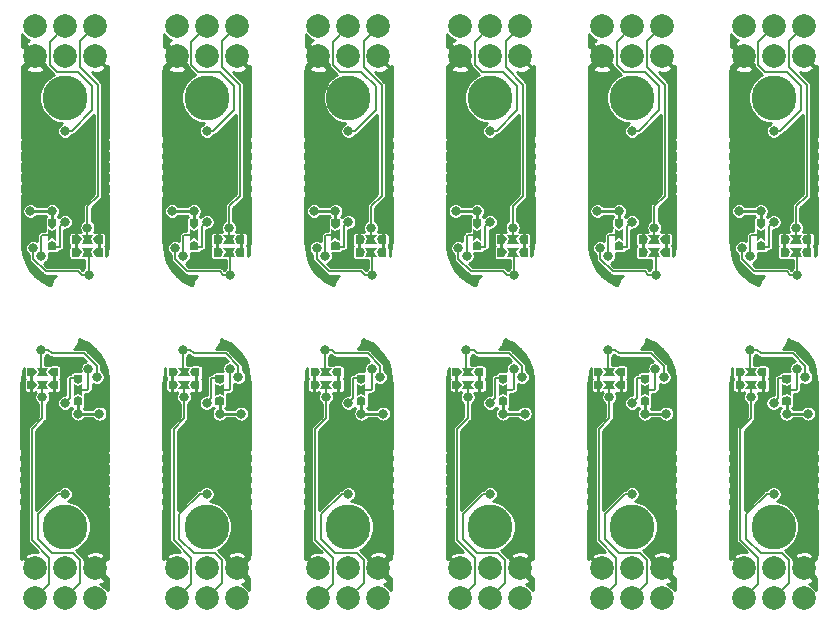
<source format=gbl>
G04 #@! TF.GenerationSoftware,KiCad,Pcbnew,5.1.5-52549c5~84~ubuntu18.04.1*
G04 #@! TF.CreationDate,2020-03-17T11:40:12+01:00*
G04 #@! TF.ProjectId,output.A1335_long_I2C_panel,6f757470-7574-42e4-9131-3333355f6c6f,rev?*
G04 #@! TF.SameCoordinates,Original*
G04 #@! TF.FileFunction,Copper,L2,Bot*
G04 #@! TF.FilePolarity,Positive*
%FSLAX46Y46*%
G04 Gerber Fmt 4.6, Leading zero omitted, Abs format (unit mm)*
G04 Created by KiCad (PCBNEW 5.1.5-52549c5~84~ubuntu18.04.1) date 2020-03-17 11:40:12*
%MOMM*%
%LPD*%
G04 APERTURE LIST*
%ADD10C,0.100000*%
%ADD11C,3.800000*%
%ADD12C,1.998980*%
%ADD13C,0.800000*%
%ADD14C,0.254000*%
%ADD15C,0.152400*%
G04 APERTURE END LIST*
G04 #@! TA.AperFunction,SMDPad,CuDef*
D10*
G36*
X118210000Y-85010000D02*
G01*
X117610000Y-85010000D01*
X117410000Y-84660000D01*
X117610000Y-84310000D01*
X118210000Y-84310000D01*
X118210000Y-85010000D01*
G37*
G04 #@! TD.AperFunction*
G04 #@! TA.AperFunction,SMDPad,CuDef*
G36*
X116410000Y-84660000D02*
G01*
X116210000Y-85010000D01*
X115610000Y-85010000D01*
X115610000Y-84310000D01*
X116210000Y-84310000D01*
X116410000Y-84660000D01*
G37*
G04 #@! TD.AperFunction*
G04 #@! TA.AperFunction,SMDPad,CuDef*
G36*
X117211000Y-84660000D02*
G01*
X117410000Y-85010000D01*
X116410000Y-85010000D01*
X116609000Y-84660000D01*
X116410000Y-84310000D01*
X117410000Y-84310000D01*
X117211000Y-84660000D01*
G37*
G04 #@! TD.AperFunction*
G04 #@! TA.AperFunction,SMDPad,CuDef*
G36*
X130210000Y-85010000D02*
G01*
X129610000Y-85010000D01*
X129410000Y-84660000D01*
X129610000Y-84310000D01*
X130210000Y-84310000D01*
X130210000Y-85010000D01*
G37*
G04 #@! TD.AperFunction*
G04 #@! TA.AperFunction,SMDPad,CuDef*
G36*
X128410000Y-84660000D02*
G01*
X128210000Y-85010000D01*
X127610000Y-85010000D01*
X127610000Y-84310000D01*
X128210000Y-84310000D01*
X128410000Y-84660000D01*
G37*
G04 #@! TD.AperFunction*
G04 #@! TA.AperFunction,SMDPad,CuDef*
G36*
X129211000Y-84660000D02*
G01*
X129410000Y-85010000D01*
X128410000Y-85010000D01*
X128609000Y-84660000D01*
X128410000Y-84310000D01*
X129410000Y-84310000D01*
X129211000Y-84660000D01*
G37*
G04 #@! TD.AperFunction*
G04 #@! TA.AperFunction,SMDPad,CuDef*
G36*
X142210000Y-85010000D02*
G01*
X141610000Y-85010000D01*
X141410000Y-84660000D01*
X141610000Y-84310000D01*
X142210000Y-84310000D01*
X142210000Y-85010000D01*
G37*
G04 #@! TD.AperFunction*
G04 #@! TA.AperFunction,SMDPad,CuDef*
G36*
X140410000Y-84660000D02*
G01*
X140210000Y-85010000D01*
X139610000Y-85010000D01*
X139610000Y-84310000D01*
X140210000Y-84310000D01*
X140410000Y-84660000D01*
G37*
G04 #@! TD.AperFunction*
G04 #@! TA.AperFunction,SMDPad,CuDef*
G36*
X141211000Y-84660000D02*
G01*
X141410000Y-85010000D01*
X140410000Y-85010000D01*
X140609000Y-84660000D01*
X140410000Y-84310000D01*
X141410000Y-84310000D01*
X141211000Y-84660000D01*
G37*
G04 #@! TD.AperFunction*
G04 #@! TA.AperFunction,SMDPad,CuDef*
G36*
X154210000Y-85010000D02*
G01*
X153610000Y-85010000D01*
X153410000Y-84660000D01*
X153610000Y-84310000D01*
X154210000Y-84310000D01*
X154210000Y-85010000D01*
G37*
G04 #@! TD.AperFunction*
G04 #@! TA.AperFunction,SMDPad,CuDef*
G36*
X152410000Y-84660000D02*
G01*
X152210000Y-85010000D01*
X151610000Y-85010000D01*
X151610000Y-84310000D01*
X152210000Y-84310000D01*
X152410000Y-84660000D01*
G37*
G04 #@! TD.AperFunction*
G04 #@! TA.AperFunction,SMDPad,CuDef*
G36*
X153211000Y-84660000D02*
G01*
X153410000Y-85010000D01*
X152410000Y-85010000D01*
X152609000Y-84660000D01*
X152410000Y-84310000D01*
X153410000Y-84310000D01*
X153211000Y-84660000D01*
G37*
G04 #@! TD.AperFunction*
G04 #@! TA.AperFunction,SMDPad,CuDef*
G36*
X166210000Y-85010000D02*
G01*
X165610000Y-85010000D01*
X165410000Y-84660000D01*
X165610000Y-84310000D01*
X166210000Y-84310000D01*
X166210000Y-85010000D01*
G37*
G04 #@! TD.AperFunction*
G04 #@! TA.AperFunction,SMDPad,CuDef*
G36*
X164410000Y-84660000D02*
G01*
X164210000Y-85010000D01*
X163610000Y-85010000D01*
X163610000Y-84310000D01*
X164210000Y-84310000D01*
X164410000Y-84660000D01*
G37*
G04 #@! TD.AperFunction*
G04 #@! TA.AperFunction,SMDPad,CuDef*
G36*
X165211000Y-84660000D02*
G01*
X165410000Y-85010000D01*
X164410000Y-85010000D01*
X164609000Y-84660000D01*
X164410000Y-84310000D01*
X165410000Y-84310000D01*
X165211000Y-84660000D01*
G37*
G04 #@! TD.AperFunction*
G04 #@! TA.AperFunction,SMDPad,CuDef*
G36*
X178210000Y-85010000D02*
G01*
X177610000Y-85010000D01*
X177410000Y-84660000D01*
X177610000Y-84310000D01*
X178210000Y-84310000D01*
X178210000Y-85010000D01*
G37*
G04 #@! TD.AperFunction*
G04 #@! TA.AperFunction,SMDPad,CuDef*
G36*
X176410000Y-84660000D02*
G01*
X176210000Y-85010000D01*
X175610000Y-85010000D01*
X175610000Y-84310000D01*
X176210000Y-84310000D01*
X176410000Y-84660000D01*
G37*
G04 #@! TD.AperFunction*
G04 #@! TA.AperFunction,SMDPad,CuDef*
G36*
X177211000Y-84660000D02*
G01*
X177410000Y-85010000D01*
X176410000Y-85010000D01*
X176609000Y-84660000D01*
X176410000Y-84310000D01*
X177410000Y-84310000D01*
X177211000Y-84660000D01*
G37*
G04 #@! TD.AperFunction*
G04 #@! TA.AperFunction,SMDPad,CuDef*
G36*
X171800000Y-96650000D02*
G01*
X172400000Y-96650000D01*
X172600000Y-97000000D01*
X172400000Y-97350000D01*
X171800000Y-97350000D01*
X171800000Y-96650000D01*
G37*
G04 #@! TD.AperFunction*
G04 #@! TA.AperFunction,SMDPad,CuDef*
G36*
X173600000Y-97000000D02*
G01*
X173800000Y-96650000D01*
X174400000Y-96650000D01*
X174400000Y-97350000D01*
X173800000Y-97350000D01*
X173600000Y-97000000D01*
G37*
G04 #@! TD.AperFunction*
G04 #@! TA.AperFunction,SMDPad,CuDef*
G36*
X172799000Y-97000000D02*
G01*
X172600000Y-96650000D01*
X173600000Y-96650000D01*
X173401000Y-97000000D01*
X173600000Y-97350000D01*
X172600000Y-97350000D01*
X172799000Y-97000000D01*
G37*
G04 #@! TD.AperFunction*
G04 #@! TA.AperFunction,SMDPad,CuDef*
G36*
X159800000Y-96650000D02*
G01*
X160400000Y-96650000D01*
X160600000Y-97000000D01*
X160400000Y-97350000D01*
X159800000Y-97350000D01*
X159800000Y-96650000D01*
G37*
G04 #@! TD.AperFunction*
G04 #@! TA.AperFunction,SMDPad,CuDef*
G36*
X161600000Y-97000000D02*
G01*
X161800000Y-96650000D01*
X162400000Y-96650000D01*
X162400000Y-97350000D01*
X161800000Y-97350000D01*
X161600000Y-97000000D01*
G37*
G04 #@! TD.AperFunction*
G04 #@! TA.AperFunction,SMDPad,CuDef*
G36*
X160799000Y-97000000D02*
G01*
X160600000Y-96650000D01*
X161600000Y-96650000D01*
X161401000Y-97000000D01*
X161600000Y-97350000D01*
X160600000Y-97350000D01*
X160799000Y-97000000D01*
G37*
G04 #@! TD.AperFunction*
G04 #@! TA.AperFunction,SMDPad,CuDef*
G36*
X147800000Y-96650000D02*
G01*
X148400000Y-96650000D01*
X148600000Y-97000000D01*
X148400000Y-97350000D01*
X147800000Y-97350000D01*
X147800000Y-96650000D01*
G37*
G04 #@! TD.AperFunction*
G04 #@! TA.AperFunction,SMDPad,CuDef*
G36*
X149600000Y-97000000D02*
G01*
X149800000Y-96650000D01*
X150400000Y-96650000D01*
X150400000Y-97350000D01*
X149800000Y-97350000D01*
X149600000Y-97000000D01*
G37*
G04 #@! TD.AperFunction*
G04 #@! TA.AperFunction,SMDPad,CuDef*
G36*
X148799000Y-97000000D02*
G01*
X148600000Y-96650000D01*
X149600000Y-96650000D01*
X149401000Y-97000000D01*
X149600000Y-97350000D01*
X148600000Y-97350000D01*
X148799000Y-97000000D01*
G37*
G04 #@! TD.AperFunction*
G04 #@! TA.AperFunction,SMDPad,CuDef*
G36*
X135800000Y-96650000D02*
G01*
X136400000Y-96650000D01*
X136600000Y-97000000D01*
X136400000Y-97350000D01*
X135800000Y-97350000D01*
X135800000Y-96650000D01*
G37*
G04 #@! TD.AperFunction*
G04 #@! TA.AperFunction,SMDPad,CuDef*
G36*
X137600000Y-97000000D02*
G01*
X137800000Y-96650000D01*
X138400000Y-96650000D01*
X138400000Y-97350000D01*
X137800000Y-97350000D01*
X137600000Y-97000000D01*
G37*
G04 #@! TD.AperFunction*
G04 #@! TA.AperFunction,SMDPad,CuDef*
G36*
X136799000Y-97000000D02*
G01*
X136600000Y-96650000D01*
X137600000Y-96650000D01*
X137401000Y-97000000D01*
X137600000Y-97350000D01*
X136600000Y-97350000D01*
X136799000Y-97000000D01*
G37*
G04 #@! TD.AperFunction*
G04 #@! TA.AperFunction,SMDPad,CuDef*
G36*
X123800000Y-96650000D02*
G01*
X124400000Y-96650000D01*
X124600000Y-97000000D01*
X124400000Y-97350000D01*
X123800000Y-97350000D01*
X123800000Y-96650000D01*
G37*
G04 #@! TD.AperFunction*
G04 #@! TA.AperFunction,SMDPad,CuDef*
G36*
X125600000Y-97000000D02*
G01*
X125800000Y-96650000D01*
X126400000Y-96650000D01*
X126400000Y-97350000D01*
X125800000Y-97350000D01*
X125600000Y-97000000D01*
G37*
G04 #@! TD.AperFunction*
G04 #@! TA.AperFunction,SMDPad,CuDef*
G36*
X124799000Y-97000000D02*
G01*
X124600000Y-96650000D01*
X125600000Y-96650000D01*
X125401000Y-97000000D01*
X125600000Y-97350000D01*
X124600000Y-97350000D01*
X124799000Y-97000000D01*
G37*
G04 #@! TD.AperFunction*
D11*
X115010000Y-72660000D03*
X127010000Y-72660000D03*
X139010000Y-72660000D03*
X151010000Y-72660000D03*
X163010000Y-72660000D03*
X175010000Y-72660000D03*
X175000000Y-109000000D03*
X163000000Y-109000000D03*
X151000000Y-109000000D03*
X139000000Y-109000000D03*
X127000000Y-109000000D03*
G04 #@! TA.AperFunction,SMDPad,CuDef*
D10*
G36*
X118210000Y-86110000D02*
G01*
X117610000Y-86110000D01*
X117410000Y-85760000D01*
X117610000Y-85410000D01*
X118210000Y-85410000D01*
X118210000Y-86110000D01*
G37*
G04 #@! TD.AperFunction*
G04 #@! TA.AperFunction,SMDPad,CuDef*
G36*
X116410000Y-85760000D02*
G01*
X116210000Y-86110000D01*
X115610000Y-86110000D01*
X115610000Y-85410000D01*
X116210000Y-85410000D01*
X116410000Y-85760000D01*
G37*
G04 #@! TD.AperFunction*
G04 #@! TA.AperFunction,SMDPad,CuDef*
G36*
X117211000Y-85760000D02*
G01*
X117410000Y-86110000D01*
X116410000Y-86110000D01*
X116609000Y-85760000D01*
X116410000Y-85410000D01*
X117410000Y-85410000D01*
X117211000Y-85760000D01*
G37*
G04 #@! TD.AperFunction*
G04 #@! TA.AperFunction,SMDPad,CuDef*
G36*
X130210000Y-86110000D02*
G01*
X129610000Y-86110000D01*
X129410000Y-85760000D01*
X129610000Y-85410000D01*
X130210000Y-85410000D01*
X130210000Y-86110000D01*
G37*
G04 #@! TD.AperFunction*
G04 #@! TA.AperFunction,SMDPad,CuDef*
G36*
X128410000Y-85760000D02*
G01*
X128210000Y-86110000D01*
X127610000Y-86110000D01*
X127610000Y-85410000D01*
X128210000Y-85410000D01*
X128410000Y-85760000D01*
G37*
G04 #@! TD.AperFunction*
G04 #@! TA.AperFunction,SMDPad,CuDef*
G36*
X129211000Y-85760000D02*
G01*
X129410000Y-86110000D01*
X128410000Y-86110000D01*
X128609000Y-85760000D01*
X128410000Y-85410000D01*
X129410000Y-85410000D01*
X129211000Y-85760000D01*
G37*
G04 #@! TD.AperFunction*
G04 #@! TA.AperFunction,SMDPad,CuDef*
G36*
X142210000Y-86110000D02*
G01*
X141610000Y-86110000D01*
X141410000Y-85760000D01*
X141610000Y-85410000D01*
X142210000Y-85410000D01*
X142210000Y-86110000D01*
G37*
G04 #@! TD.AperFunction*
G04 #@! TA.AperFunction,SMDPad,CuDef*
G36*
X140410000Y-85760000D02*
G01*
X140210000Y-86110000D01*
X139610000Y-86110000D01*
X139610000Y-85410000D01*
X140210000Y-85410000D01*
X140410000Y-85760000D01*
G37*
G04 #@! TD.AperFunction*
G04 #@! TA.AperFunction,SMDPad,CuDef*
G36*
X141211000Y-85760000D02*
G01*
X141410000Y-86110000D01*
X140410000Y-86110000D01*
X140609000Y-85760000D01*
X140410000Y-85410000D01*
X141410000Y-85410000D01*
X141211000Y-85760000D01*
G37*
G04 #@! TD.AperFunction*
G04 #@! TA.AperFunction,SMDPad,CuDef*
G36*
X154210000Y-86110000D02*
G01*
X153610000Y-86110000D01*
X153410000Y-85760000D01*
X153610000Y-85410000D01*
X154210000Y-85410000D01*
X154210000Y-86110000D01*
G37*
G04 #@! TD.AperFunction*
G04 #@! TA.AperFunction,SMDPad,CuDef*
G36*
X152410000Y-85760000D02*
G01*
X152210000Y-86110000D01*
X151610000Y-86110000D01*
X151610000Y-85410000D01*
X152210000Y-85410000D01*
X152410000Y-85760000D01*
G37*
G04 #@! TD.AperFunction*
G04 #@! TA.AperFunction,SMDPad,CuDef*
G36*
X153211000Y-85760000D02*
G01*
X153410000Y-86110000D01*
X152410000Y-86110000D01*
X152609000Y-85760000D01*
X152410000Y-85410000D01*
X153410000Y-85410000D01*
X153211000Y-85760000D01*
G37*
G04 #@! TD.AperFunction*
G04 #@! TA.AperFunction,SMDPad,CuDef*
G36*
X166210000Y-86110000D02*
G01*
X165610000Y-86110000D01*
X165410000Y-85760000D01*
X165610000Y-85410000D01*
X166210000Y-85410000D01*
X166210000Y-86110000D01*
G37*
G04 #@! TD.AperFunction*
G04 #@! TA.AperFunction,SMDPad,CuDef*
G36*
X164410000Y-85760000D02*
G01*
X164210000Y-86110000D01*
X163610000Y-86110000D01*
X163610000Y-85410000D01*
X164210000Y-85410000D01*
X164410000Y-85760000D01*
G37*
G04 #@! TD.AperFunction*
G04 #@! TA.AperFunction,SMDPad,CuDef*
G36*
X165211000Y-85760000D02*
G01*
X165410000Y-86110000D01*
X164410000Y-86110000D01*
X164609000Y-85760000D01*
X164410000Y-85410000D01*
X165410000Y-85410000D01*
X165211000Y-85760000D01*
G37*
G04 #@! TD.AperFunction*
G04 #@! TA.AperFunction,SMDPad,CuDef*
G36*
X178210000Y-86110000D02*
G01*
X177610000Y-86110000D01*
X177410000Y-85760000D01*
X177610000Y-85410000D01*
X178210000Y-85410000D01*
X178210000Y-86110000D01*
G37*
G04 #@! TD.AperFunction*
G04 #@! TA.AperFunction,SMDPad,CuDef*
G36*
X176410000Y-85760000D02*
G01*
X176210000Y-86110000D01*
X175610000Y-86110000D01*
X175610000Y-85410000D01*
X176210000Y-85410000D01*
X176410000Y-85760000D01*
G37*
G04 #@! TD.AperFunction*
G04 #@! TA.AperFunction,SMDPad,CuDef*
G36*
X177211000Y-85760000D02*
G01*
X177410000Y-86110000D01*
X176410000Y-86110000D01*
X176609000Y-85760000D01*
X176410000Y-85410000D01*
X177410000Y-85410000D01*
X177211000Y-85760000D01*
G37*
G04 #@! TD.AperFunction*
G04 #@! TA.AperFunction,SMDPad,CuDef*
G36*
X171800000Y-95550000D02*
G01*
X172400000Y-95550000D01*
X172600000Y-95900000D01*
X172400000Y-96250000D01*
X171800000Y-96250000D01*
X171800000Y-95550000D01*
G37*
G04 #@! TD.AperFunction*
G04 #@! TA.AperFunction,SMDPad,CuDef*
G36*
X173600000Y-95900000D02*
G01*
X173800000Y-95550000D01*
X174400000Y-95550000D01*
X174400000Y-96250000D01*
X173800000Y-96250000D01*
X173600000Y-95900000D01*
G37*
G04 #@! TD.AperFunction*
G04 #@! TA.AperFunction,SMDPad,CuDef*
G36*
X172799000Y-95900000D02*
G01*
X172600000Y-95550000D01*
X173600000Y-95550000D01*
X173401000Y-95900000D01*
X173600000Y-96250000D01*
X172600000Y-96250000D01*
X172799000Y-95900000D01*
G37*
G04 #@! TD.AperFunction*
G04 #@! TA.AperFunction,SMDPad,CuDef*
G36*
X159800000Y-95550000D02*
G01*
X160400000Y-95550000D01*
X160600000Y-95900000D01*
X160400000Y-96250000D01*
X159800000Y-96250000D01*
X159800000Y-95550000D01*
G37*
G04 #@! TD.AperFunction*
G04 #@! TA.AperFunction,SMDPad,CuDef*
G36*
X161600000Y-95900000D02*
G01*
X161800000Y-95550000D01*
X162400000Y-95550000D01*
X162400000Y-96250000D01*
X161800000Y-96250000D01*
X161600000Y-95900000D01*
G37*
G04 #@! TD.AperFunction*
G04 #@! TA.AperFunction,SMDPad,CuDef*
G36*
X160799000Y-95900000D02*
G01*
X160600000Y-95550000D01*
X161600000Y-95550000D01*
X161401000Y-95900000D01*
X161600000Y-96250000D01*
X160600000Y-96250000D01*
X160799000Y-95900000D01*
G37*
G04 #@! TD.AperFunction*
G04 #@! TA.AperFunction,SMDPad,CuDef*
G36*
X147800000Y-95550000D02*
G01*
X148400000Y-95550000D01*
X148600000Y-95900000D01*
X148400000Y-96250000D01*
X147800000Y-96250000D01*
X147800000Y-95550000D01*
G37*
G04 #@! TD.AperFunction*
G04 #@! TA.AperFunction,SMDPad,CuDef*
G36*
X149600000Y-95900000D02*
G01*
X149800000Y-95550000D01*
X150400000Y-95550000D01*
X150400000Y-96250000D01*
X149800000Y-96250000D01*
X149600000Y-95900000D01*
G37*
G04 #@! TD.AperFunction*
G04 #@! TA.AperFunction,SMDPad,CuDef*
G36*
X148799000Y-95900000D02*
G01*
X148600000Y-95550000D01*
X149600000Y-95550000D01*
X149401000Y-95900000D01*
X149600000Y-96250000D01*
X148600000Y-96250000D01*
X148799000Y-95900000D01*
G37*
G04 #@! TD.AperFunction*
G04 #@! TA.AperFunction,SMDPad,CuDef*
G36*
X135800000Y-95550000D02*
G01*
X136400000Y-95550000D01*
X136600000Y-95900000D01*
X136400000Y-96250000D01*
X135800000Y-96250000D01*
X135800000Y-95550000D01*
G37*
G04 #@! TD.AperFunction*
G04 #@! TA.AperFunction,SMDPad,CuDef*
G36*
X137600000Y-95900000D02*
G01*
X137800000Y-95550000D01*
X138400000Y-95550000D01*
X138400000Y-96250000D01*
X137800000Y-96250000D01*
X137600000Y-95900000D01*
G37*
G04 #@! TD.AperFunction*
G04 #@! TA.AperFunction,SMDPad,CuDef*
G36*
X136799000Y-95900000D02*
G01*
X136600000Y-95550000D01*
X137600000Y-95550000D01*
X137401000Y-95900000D01*
X137600000Y-96250000D01*
X136600000Y-96250000D01*
X136799000Y-95900000D01*
G37*
G04 #@! TD.AperFunction*
G04 #@! TA.AperFunction,SMDPad,CuDef*
G36*
X123800000Y-95550000D02*
G01*
X124400000Y-95550000D01*
X124600000Y-95900000D01*
X124400000Y-96250000D01*
X123800000Y-96250000D01*
X123800000Y-95550000D01*
G37*
G04 #@! TD.AperFunction*
G04 #@! TA.AperFunction,SMDPad,CuDef*
G36*
X125600000Y-95900000D02*
G01*
X125800000Y-95550000D01*
X126400000Y-95550000D01*
X126400000Y-96250000D01*
X125800000Y-96250000D01*
X125600000Y-95900000D01*
G37*
G04 #@! TD.AperFunction*
G04 #@! TA.AperFunction,SMDPad,CuDef*
G36*
X124799000Y-95900000D02*
G01*
X124600000Y-95550000D01*
X125600000Y-95550000D01*
X125401000Y-95900000D01*
X125600000Y-96250000D01*
X124600000Y-96250000D01*
X124799000Y-95900000D01*
G37*
G04 #@! TD.AperFunction*
G04 #@! TA.AperFunction,SMDPad,CuDef*
G36*
X114260000Y-82960000D02*
G01*
X114260000Y-83560000D01*
X113910000Y-83760000D01*
X113560000Y-83560000D01*
X113560000Y-82960000D01*
X114260000Y-82960000D01*
G37*
G04 #@! TD.AperFunction*
G04 #@! TA.AperFunction,SMDPad,CuDef*
G36*
X113910000Y-84760000D02*
G01*
X114260000Y-84960000D01*
X114260000Y-85560000D01*
X113560000Y-85560000D01*
X113560000Y-84960000D01*
X113910000Y-84760000D01*
G37*
G04 #@! TD.AperFunction*
G04 #@! TA.AperFunction,SMDPad,CuDef*
G36*
X113910000Y-83959000D02*
G01*
X114260000Y-83760000D01*
X114260000Y-84760000D01*
X113910000Y-84561000D01*
X113560000Y-84760000D01*
X113560000Y-83760000D01*
X113910000Y-83959000D01*
G37*
G04 #@! TD.AperFunction*
G04 #@! TA.AperFunction,SMDPad,CuDef*
G36*
X126260000Y-82960000D02*
G01*
X126260000Y-83560000D01*
X125910000Y-83760000D01*
X125560000Y-83560000D01*
X125560000Y-82960000D01*
X126260000Y-82960000D01*
G37*
G04 #@! TD.AperFunction*
G04 #@! TA.AperFunction,SMDPad,CuDef*
G36*
X125910000Y-84760000D02*
G01*
X126260000Y-84960000D01*
X126260000Y-85560000D01*
X125560000Y-85560000D01*
X125560000Y-84960000D01*
X125910000Y-84760000D01*
G37*
G04 #@! TD.AperFunction*
G04 #@! TA.AperFunction,SMDPad,CuDef*
G36*
X125910000Y-83959000D02*
G01*
X126260000Y-83760000D01*
X126260000Y-84760000D01*
X125910000Y-84561000D01*
X125560000Y-84760000D01*
X125560000Y-83760000D01*
X125910000Y-83959000D01*
G37*
G04 #@! TD.AperFunction*
G04 #@! TA.AperFunction,SMDPad,CuDef*
G36*
X138260000Y-82960000D02*
G01*
X138260000Y-83560000D01*
X137910000Y-83760000D01*
X137560000Y-83560000D01*
X137560000Y-82960000D01*
X138260000Y-82960000D01*
G37*
G04 #@! TD.AperFunction*
G04 #@! TA.AperFunction,SMDPad,CuDef*
G36*
X137910000Y-84760000D02*
G01*
X138260000Y-84960000D01*
X138260000Y-85560000D01*
X137560000Y-85560000D01*
X137560000Y-84960000D01*
X137910000Y-84760000D01*
G37*
G04 #@! TD.AperFunction*
G04 #@! TA.AperFunction,SMDPad,CuDef*
G36*
X137910000Y-83959000D02*
G01*
X138260000Y-83760000D01*
X138260000Y-84760000D01*
X137910000Y-84561000D01*
X137560000Y-84760000D01*
X137560000Y-83760000D01*
X137910000Y-83959000D01*
G37*
G04 #@! TD.AperFunction*
G04 #@! TA.AperFunction,SMDPad,CuDef*
G36*
X150260000Y-82960000D02*
G01*
X150260000Y-83560000D01*
X149910000Y-83760000D01*
X149560000Y-83560000D01*
X149560000Y-82960000D01*
X150260000Y-82960000D01*
G37*
G04 #@! TD.AperFunction*
G04 #@! TA.AperFunction,SMDPad,CuDef*
G36*
X149910000Y-84760000D02*
G01*
X150260000Y-84960000D01*
X150260000Y-85560000D01*
X149560000Y-85560000D01*
X149560000Y-84960000D01*
X149910000Y-84760000D01*
G37*
G04 #@! TD.AperFunction*
G04 #@! TA.AperFunction,SMDPad,CuDef*
G36*
X149910000Y-83959000D02*
G01*
X150260000Y-83760000D01*
X150260000Y-84760000D01*
X149910000Y-84561000D01*
X149560000Y-84760000D01*
X149560000Y-83760000D01*
X149910000Y-83959000D01*
G37*
G04 #@! TD.AperFunction*
G04 #@! TA.AperFunction,SMDPad,CuDef*
G36*
X162260000Y-82960000D02*
G01*
X162260000Y-83560000D01*
X161910000Y-83760000D01*
X161560000Y-83560000D01*
X161560000Y-82960000D01*
X162260000Y-82960000D01*
G37*
G04 #@! TD.AperFunction*
G04 #@! TA.AperFunction,SMDPad,CuDef*
G36*
X161910000Y-84760000D02*
G01*
X162260000Y-84960000D01*
X162260000Y-85560000D01*
X161560000Y-85560000D01*
X161560000Y-84960000D01*
X161910000Y-84760000D01*
G37*
G04 #@! TD.AperFunction*
G04 #@! TA.AperFunction,SMDPad,CuDef*
G36*
X161910000Y-83959000D02*
G01*
X162260000Y-83760000D01*
X162260000Y-84760000D01*
X161910000Y-84561000D01*
X161560000Y-84760000D01*
X161560000Y-83760000D01*
X161910000Y-83959000D01*
G37*
G04 #@! TD.AperFunction*
G04 #@! TA.AperFunction,SMDPad,CuDef*
G36*
X174260000Y-82960000D02*
G01*
X174260000Y-83560000D01*
X173910000Y-83760000D01*
X173560000Y-83560000D01*
X173560000Y-82960000D01*
X174260000Y-82960000D01*
G37*
G04 #@! TD.AperFunction*
G04 #@! TA.AperFunction,SMDPad,CuDef*
G36*
X173910000Y-84760000D02*
G01*
X174260000Y-84960000D01*
X174260000Y-85560000D01*
X173560000Y-85560000D01*
X173560000Y-84960000D01*
X173910000Y-84760000D01*
G37*
G04 #@! TD.AperFunction*
G04 #@! TA.AperFunction,SMDPad,CuDef*
G36*
X173910000Y-83959000D02*
G01*
X174260000Y-83760000D01*
X174260000Y-84760000D01*
X173910000Y-84561000D01*
X173560000Y-84760000D01*
X173560000Y-83760000D01*
X173910000Y-83959000D01*
G37*
G04 #@! TD.AperFunction*
G04 #@! TA.AperFunction,SMDPad,CuDef*
G36*
X175750000Y-98700000D02*
G01*
X175750000Y-98100000D01*
X176100000Y-97900000D01*
X176450000Y-98100000D01*
X176450000Y-98700000D01*
X175750000Y-98700000D01*
G37*
G04 #@! TD.AperFunction*
G04 #@! TA.AperFunction,SMDPad,CuDef*
G36*
X176100000Y-96900000D02*
G01*
X175750000Y-96700000D01*
X175750000Y-96100000D01*
X176450000Y-96100000D01*
X176450000Y-96700000D01*
X176100000Y-96900000D01*
G37*
G04 #@! TD.AperFunction*
G04 #@! TA.AperFunction,SMDPad,CuDef*
G36*
X176100000Y-97701000D02*
G01*
X175750000Y-97900000D01*
X175750000Y-96900000D01*
X176100000Y-97099000D01*
X176450000Y-96900000D01*
X176450000Y-97900000D01*
X176100000Y-97701000D01*
G37*
G04 #@! TD.AperFunction*
G04 #@! TA.AperFunction,SMDPad,CuDef*
G36*
X163750000Y-98700000D02*
G01*
X163750000Y-98100000D01*
X164100000Y-97900000D01*
X164450000Y-98100000D01*
X164450000Y-98700000D01*
X163750000Y-98700000D01*
G37*
G04 #@! TD.AperFunction*
G04 #@! TA.AperFunction,SMDPad,CuDef*
G36*
X164100000Y-96900000D02*
G01*
X163750000Y-96700000D01*
X163750000Y-96100000D01*
X164450000Y-96100000D01*
X164450000Y-96700000D01*
X164100000Y-96900000D01*
G37*
G04 #@! TD.AperFunction*
G04 #@! TA.AperFunction,SMDPad,CuDef*
G36*
X164100000Y-97701000D02*
G01*
X163750000Y-97900000D01*
X163750000Y-96900000D01*
X164100000Y-97099000D01*
X164450000Y-96900000D01*
X164450000Y-97900000D01*
X164100000Y-97701000D01*
G37*
G04 #@! TD.AperFunction*
G04 #@! TA.AperFunction,SMDPad,CuDef*
G36*
X151750000Y-98700000D02*
G01*
X151750000Y-98100000D01*
X152100000Y-97900000D01*
X152450000Y-98100000D01*
X152450000Y-98700000D01*
X151750000Y-98700000D01*
G37*
G04 #@! TD.AperFunction*
G04 #@! TA.AperFunction,SMDPad,CuDef*
G36*
X152100000Y-96900000D02*
G01*
X151750000Y-96700000D01*
X151750000Y-96100000D01*
X152450000Y-96100000D01*
X152450000Y-96700000D01*
X152100000Y-96900000D01*
G37*
G04 #@! TD.AperFunction*
G04 #@! TA.AperFunction,SMDPad,CuDef*
G36*
X152100000Y-97701000D02*
G01*
X151750000Y-97900000D01*
X151750000Y-96900000D01*
X152100000Y-97099000D01*
X152450000Y-96900000D01*
X152450000Y-97900000D01*
X152100000Y-97701000D01*
G37*
G04 #@! TD.AperFunction*
G04 #@! TA.AperFunction,SMDPad,CuDef*
G36*
X139750000Y-98700000D02*
G01*
X139750000Y-98100000D01*
X140100000Y-97900000D01*
X140450000Y-98100000D01*
X140450000Y-98700000D01*
X139750000Y-98700000D01*
G37*
G04 #@! TD.AperFunction*
G04 #@! TA.AperFunction,SMDPad,CuDef*
G36*
X140100000Y-96900000D02*
G01*
X139750000Y-96700000D01*
X139750000Y-96100000D01*
X140450000Y-96100000D01*
X140450000Y-96700000D01*
X140100000Y-96900000D01*
G37*
G04 #@! TD.AperFunction*
G04 #@! TA.AperFunction,SMDPad,CuDef*
G36*
X140100000Y-97701000D02*
G01*
X139750000Y-97900000D01*
X139750000Y-96900000D01*
X140100000Y-97099000D01*
X140450000Y-96900000D01*
X140450000Y-97900000D01*
X140100000Y-97701000D01*
G37*
G04 #@! TD.AperFunction*
G04 #@! TA.AperFunction,SMDPad,CuDef*
G36*
X127750000Y-98700000D02*
G01*
X127750000Y-98100000D01*
X128100000Y-97900000D01*
X128450000Y-98100000D01*
X128450000Y-98700000D01*
X127750000Y-98700000D01*
G37*
G04 #@! TD.AperFunction*
G04 #@! TA.AperFunction,SMDPad,CuDef*
G36*
X128100000Y-96900000D02*
G01*
X127750000Y-96700000D01*
X127750000Y-96100000D01*
X128450000Y-96100000D01*
X128450000Y-96700000D01*
X128100000Y-96900000D01*
G37*
G04 #@! TD.AperFunction*
G04 #@! TA.AperFunction,SMDPad,CuDef*
G36*
X128100000Y-97701000D02*
G01*
X127750000Y-97900000D01*
X127750000Y-96900000D01*
X128100000Y-97099000D01*
X128450000Y-96900000D01*
X128450000Y-97900000D01*
X128100000Y-97701000D01*
G37*
G04 #@! TD.AperFunction*
D12*
X117550000Y-69160000D03*
X129550000Y-69160000D03*
X141550000Y-69160000D03*
X153550000Y-69160000D03*
X165550000Y-69160000D03*
X177550000Y-69160000D03*
X172460000Y-112500000D03*
X160460000Y-112500000D03*
X148460000Y-112500000D03*
X136460000Y-112500000D03*
X124460000Y-112500000D03*
X115010000Y-66620000D03*
X127010000Y-66620000D03*
X139010000Y-66620000D03*
X151010000Y-66620000D03*
X163010000Y-66620000D03*
X175010000Y-66620000D03*
X175000000Y-115040000D03*
X163000000Y-115040000D03*
X151000000Y-115040000D03*
X139000000Y-115040000D03*
X127000000Y-115040000D03*
X117550000Y-66620000D03*
X129550000Y-66620000D03*
X141550000Y-66620000D03*
X153550000Y-66620000D03*
X165550000Y-66620000D03*
X177550000Y-66620000D03*
X172460000Y-115040000D03*
X160460000Y-115040000D03*
X148460000Y-115040000D03*
X136460000Y-115040000D03*
X124460000Y-115040000D03*
X115010000Y-69160000D03*
X127010000Y-69160000D03*
X139010000Y-69160000D03*
X151010000Y-69160000D03*
X163010000Y-69160000D03*
X175010000Y-69160000D03*
X175000000Y-112500000D03*
X163000000Y-112500000D03*
X151000000Y-112500000D03*
X139000000Y-112500000D03*
X127000000Y-112500000D03*
X112470000Y-66620000D03*
X124470000Y-66620000D03*
X136470000Y-66620000D03*
X148470000Y-66620000D03*
X160470000Y-66620000D03*
X172470000Y-66620000D03*
X177540000Y-115040000D03*
X165540000Y-115040000D03*
X153540000Y-115040000D03*
X141540000Y-115040000D03*
X129540000Y-115040000D03*
X112470000Y-69160000D03*
X124470000Y-69160000D03*
X136470000Y-69160000D03*
X148470000Y-69160000D03*
X160470000Y-69160000D03*
X172470000Y-69160000D03*
X177540000Y-112500000D03*
X165540000Y-112500000D03*
X153540000Y-112500000D03*
X141540000Y-112500000D03*
X129540000Y-112500000D03*
X117540000Y-112500000D03*
X115000000Y-115040000D03*
X112460000Y-115040000D03*
X117540000Y-115040000D03*
X115000000Y-112500000D03*
X112460000Y-112500000D03*
D11*
X115000000Y-109000000D03*
G04 #@! TA.AperFunction,SMDPad,CuDef*
D10*
G36*
X116100000Y-97701000D02*
G01*
X115750000Y-97900000D01*
X115750000Y-96900000D01*
X116100000Y-97099000D01*
X116450000Y-96900000D01*
X116450000Y-97900000D01*
X116100000Y-97701000D01*
G37*
G04 #@! TD.AperFunction*
G04 #@! TA.AperFunction,SMDPad,CuDef*
G36*
X116100000Y-96900000D02*
G01*
X115750000Y-96700000D01*
X115750000Y-96100000D01*
X116450000Y-96100000D01*
X116450000Y-96700000D01*
X116100000Y-96900000D01*
G37*
G04 #@! TD.AperFunction*
G04 #@! TA.AperFunction,SMDPad,CuDef*
G36*
X115750000Y-98700000D02*
G01*
X115750000Y-98100000D01*
X116100000Y-97900000D01*
X116450000Y-98100000D01*
X116450000Y-98700000D01*
X115750000Y-98700000D01*
G37*
G04 #@! TD.AperFunction*
G04 #@! TA.AperFunction,SMDPad,CuDef*
G36*
X112799000Y-95900000D02*
G01*
X112600000Y-95550000D01*
X113600000Y-95550000D01*
X113401000Y-95900000D01*
X113600000Y-96250000D01*
X112600000Y-96250000D01*
X112799000Y-95900000D01*
G37*
G04 #@! TD.AperFunction*
G04 #@! TA.AperFunction,SMDPad,CuDef*
G36*
X113600000Y-95900000D02*
G01*
X113800000Y-95550000D01*
X114400000Y-95550000D01*
X114400000Y-96250000D01*
X113800000Y-96250000D01*
X113600000Y-95900000D01*
G37*
G04 #@! TD.AperFunction*
G04 #@! TA.AperFunction,SMDPad,CuDef*
G36*
X111800000Y-95550000D02*
G01*
X112400000Y-95550000D01*
X112600000Y-95900000D01*
X112400000Y-96250000D01*
X111800000Y-96250000D01*
X111800000Y-95550000D01*
G37*
G04 #@! TD.AperFunction*
G04 #@! TA.AperFunction,SMDPad,CuDef*
G36*
X112799000Y-97000000D02*
G01*
X112600000Y-96650000D01*
X113600000Y-96650000D01*
X113401000Y-97000000D01*
X113600000Y-97350000D01*
X112600000Y-97350000D01*
X112799000Y-97000000D01*
G37*
G04 #@! TD.AperFunction*
G04 #@! TA.AperFunction,SMDPad,CuDef*
G36*
X113600000Y-97000000D02*
G01*
X113800000Y-96650000D01*
X114400000Y-96650000D01*
X114400000Y-97350000D01*
X113800000Y-97350000D01*
X113600000Y-97000000D01*
G37*
G04 #@! TD.AperFunction*
G04 #@! TA.AperFunction,SMDPad,CuDef*
G36*
X111800000Y-96650000D02*
G01*
X112400000Y-96650000D01*
X112600000Y-97000000D01*
X112400000Y-97350000D01*
X111800000Y-97350000D01*
X111800000Y-96650000D01*
G37*
G04 #@! TD.AperFunction*
D13*
X113900000Y-103300000D03*
X125900000Y-103300000D03*
X137900000Y-103300000D03*
X149900000Y-103300000D03*
X161900000Y-103300000D03*
X173900000Y-103300000D03*
X176110000Y-78360000D03*
X164110000Y-78360000D03*
X152110000Y-78360000D03*
X140110000Y-78360000D03*
X128110000Y-78360000D03*
X116110000Y-78360000D03*
X116100000Y-99400000D03*
X117928600Y-99400000D03*
X129928600Y-99400000D03*
X141928600Y-99400000D03*
X153928600Y-99400000D03*
X165928600Y-99400000D03*
X177928600Y-99400000D03*
X172081400Y-82260000D03*
X160081400Y-82260000D03*
X148081400Y-82260000D03*
X136081400Y-82260000D03*
X124081400Y-82260000D03*
X112081400Y-82260000D03*
X128100000Y-99400000D03*
X140100000Y-99400000D03*
X152100000Y-99400000D03*
X164100000Y-99400000D03*
X176100000Y-99400000D03*
X173910000Y-82260000D03*
X161910000Y-82260000D03*
X149910000Y-82260000D03*
X137910000Y-82260000D03*
X125910000Y-82260000D03*
X113910000Y-82260000D03*
X117000000Y-95600000D03*
X129000000Y-95600000D03*
X141000000Y-95600000D03*
X153000000Y-95600000D03*
X165000000Y-95600000D03*
X177000000Y-95600000D03*
X173010000Y-86060000D03*
X161010000Y-86060000D03*
X149010000Y-86060000D03*
X137010000Y-86060000D03*
X125010000Y-86060000D03*
X113010000Y-86060000D03*
X117700000Y-96300000D03*
X113000000Y-94000000D03*
X129700000Y-96300000D03*
X141700000Y-96300000D03*
X153700000Y-96300000D03*
X165700000Y-96300000D03*
X177700000Y-96300000D03*
X172310000Y-85360000D03*
X160310000Y-85360000D03*
X148310000Y-85360000D03*
X136310000Y-85360000D03*
X124310000Y-85360000D03*
X112310000Y-85360000D03*
X125000000Y-94000000D03*
X137000000Y-94000000D03*
X149000000Y-94000000D03*
X161000000Y-94000000D03*
X173000000Y-94000000D03*
X177010000Y-87660000D03*
X165010000Y-87660000D03*
X153010000Y-87660000D03*
X141010000Y-87660000D03*
X129010000Y-87660000D03*
X117010000Y-87660000D03*
X113100000Y-98000000D03*
X125100000Y-98000000D03*
X137100000Y-98000000D03*
X149100000Y-98000000D03*
X161100000Y-98000000D03*
X173100000Y-98000000D03*
X176910000Y-83660000D03*
X164910000Y-83660000D03*
X152910000Y-83660000D03*
X140910000Y-83660000D03*
X128910000Y-83660000D03*
X116910000Y-83660000D03*
X114999996Y-106200000D03*
X126999996Y-106200000D03*
X138999996Y-106200000D03*
X150999996Y-106200000D03*
X162999996Y-106200000D03*
X174999996Y-106200000D03*
X175010004Y-75460000D03*
X163010004Y-75460000D03*
X151010004Y-75460000D03*
X139010004Y-75460000D03*
X127010004Y-75460000D03*
X115010004Y-75460000D03*
X115000000Y-98500000D03*
X127000000Y-98500000D03*
X139000000Y-98500000D03*
X151000000Y-98500000D03*
X163000000Y-98500000D03*
X175000000Y-98500000D03*
X175010000Y-83160000D03*
X163010000Y-83160000D03*
X151010000Y-83160000D03*
X139010000Y-83160000D03*
X127010000Y-83160000D03*
X115010000Y-83160000D03*
D14*
X114100000Y-95900000D02*
X114100000Y-97000000D01*
X114100000Y-97000000D02*
X114100000Y-98200000D01*
X126100000Y-97000000D02*
X126100000Y-98200000D01*
X138100000Y-97000000D02*
X138100000Y-98200000D01*
X150100000Y-97000000D02*
X150100000Y-98200000D01*
X162100000Y-97000000D02*
X162100000Y-98200000D01*
X174100000Y-97000000D02*
X174100000Y-98200000D01*
X175910000Y-84660000D02*
X175910000Y-83460000D01*
X163910000Y-84660000D02*
X163910000Y-83460000D01*
X151910000Y-84660000D02*
X151910000Y-83460000D01*
X139910000Y-84660000D02*
X139910000Y-83460000D01*
X127910000Y-84660000D02*
X127910000Y-83460000D01*
X115910000Y-84660000D02*
X115910000Y-83460000D01*
X126100000Y-95900000D02*
X126100000Y-97000000D01*
X138100000Y-95900000D02*
X138100000Y-97000000D01*
X150100000Y-95900000D02*
X150100000Y-97000000D01*
X162100000Y-95900000D02*
X162100000Y-97000000D01*
X174100000Y-95900000D02*
X174100000Y-97000000D01*
X175910000Y-85760000D02*
X175910000Y-84660000D01*
X163910000Y-85760000D02*
X163910000Y-84660000D01*
X151910000Y-85760000D02*
X151910000Y-84660000D01*
X139910000Y-85760000D02*
X139910000Y-84660000D01*
X127910000Y-85760000D02*
X127910000Y-84660000D01*
X115910000Y-85760000D02*
X115910000Y-84660000D01*
X116000000Y-98500000D02*
X116100000Y-98400000D01*
X116100000Y-98400000D02*
X116100000Y-99400000D01*
X112100000Y-95900000D02*
X112100000Y-97000000D01*
X112100000Y-97000000D02*
X112100000Y-97900000D01*
X116100000Y-99400000D02*
X117928600Y-99400000D01*
X124100000Y-97000000D02*
X124100000Y-97900000D01*
X136100000Y-97000000D02*
X136100000Y-97900000D01*
X148100000Y-97000000D02*
X148100000Y-97900000D01*
X160100000Y-97000000D02*
X160100000Y-97900000D01*
X172100000Y-97000000D02*
X172100000Y-97900000D01*
X177910000Y-84660000D02*
X177910000Y-83760000D01*
X165910000Y-84660000D02*
X165910000Y-83760000D01*
X153910000Y-84660000D02*
X153910000Y-83760000D01*
X141910000Y-84660000D02*
X141910000Y-83760000D01*
X129910000Y-84660000D02*
X129910000Y-83760000D01*
X117910000Y-84660000D02*
X117910000Y-83760000D01*
X128100000Y-99400000D02*
X129928600Y-99400000D01*
X140100000Y-99400000D02*
X141928600Y-99400000D01*
X152100000Y-99400000D02*
X153928600Y-99400000D01*
X164100000Y-99400000D02*
X165928600Y-99400000D01*
X176100000Y-99400000D02*
X177928600Y-99400000D01*
X173910000Y-82260000D02*
X172081400Y-82260000D01*
X161910000Y-82260000D02*
X160081400Y-82260000D01*
X149910000Y-82260000D02*
X148081400Y-82260000D01*
X137910000Y-82260000D02*
X136081400Y-82260000D01*
X125910000Y-82260000D02*
X124081400Y-82260000D01*
X113910000Y-82260000D02*
X112081400Y-82260000D01*
X124100000Y-95900000D02*
X124100000Y-97000000D01*
X136100000Y-95900000D02*
X136100000Y-97000000D01*
X148100000Y-95900000D02*
X148100000Y-97000000D01*
X160100000Y-95900000D02*
X160100000Y-97000000D01*
X172100000Y-95900000D02*
X172100000Y-97000000D01*
X177910000Y-85760000D02*
X177910000Y-84660000D01*
X165910000Y-85760000D02*
X165910000Y-84660000D01*
X153910000Y-85760000D02*
X153910000Y-84660000D01*
X141910000Y-85760000D02*
X141910000Y-84660000D01*
X129910000Y-85760000D02*
X129910000Y-84660000D01*
X117910000Y-85760000D02*
X117910000Y-84660000D01*
X128000000Y-98500000D02*
X128100000Y-98400000D01*
X140000000Y-98500000D02*
X140100000Y-98400000D01*
X152000000Y-98500000D02*
X152100000Y-98400000D01*
X164000000Y-98500000D02*
X164100000Y-98400000D01*
X176000000Y-98500000D02*
X176100000Y-98400000D01*
X174010000Y-83160000D02*
X173910000Y-83260000D01*
X162010000Y-83160000D02*
X161910000Y-83260000D01*
X150010000Y-83160000D02*
X149910000Y-83260000D01*
X138010000Y-83160000D02*
X137910000Y-83260000D01*
X126010000Y-83160000D02*
X125910000Y-83260000D01*
X114010000Y-83160000D02*
X113910000Y-83260000D01*
X128100000Y-98400000D02*
X128100000Y-99400000D01*
X140100000Y-98400000D02*
X140100000Y-99400000D01*
X152100000Y-98400000D02*
X152100000Y-99400000D01*
X164100000Y-98400000D02*
X164100000Y-99400000D01*
X176100000Y-98400000D02*
X176100000Y-99400000D01*
X173910000Y-83260000D02*
X173910000Y-82260000D01*
X161910000Y-83260000D02*
X161910000Y-82260000D01*
X149910000Y-83260000D02*
X149910000Y-82260000D01*
X137910000Y-83260000D02*
X137910000Y-82260000D01*
X125910000Y-83260000D02*
X125910000Y-82260000D01*
X113910000Y-83260000D02*
X113910000Y-82260000D01*
D15*
X116100000Y-97400000D02*
X116900000Y-97400000D01*
X117000000Y-97300000D02*
X117000000Y-95600000D01*
X116900000Y-97400000D02*
X117000000Y-97300000D01*
X128100000Y-97400000D02*
X128900000Y-97400000D01*
X140100000Y-97400000D02*
X140900000Y-97400000D01*
X152100000Y-97400000D02*
X152900000Y-97400000D01*
X164100000Y-97400000D02*
X164900000Y-97400000D01*
X176100000Y-97400000D02*
X176900000Y-97400000D01*
X173910000Y-84260000D02*
X173110000Y-84260000D01*
X161910000Y-84260000D02*
X161110000Y-84260000D01*
X149910000Y-84260000D02*
X149110000Y-84260000D01*
X137910000Y-84260000D02*
X137110000Y-84260000D01*
X125910000Y-84260000D02*
X125110000Y-84260000D01*
X113910000Y-84260000D02*
X113110000Y-84260000D01*
X128900000Y-97400000D02*
X129000000Y-97300000D01*
X140900000Y-97400000D02*
X141000000Y-97300000D01*
X152900000Y-97400000D02*
X153000000Y-97300000D01*
X164900000Y-97400000D02*
X165000000Y-97300000D01*
X176900000Y-97400000D02*
X177000000Y-97300000D01*
X173110000Y-84260000D02*
X173010000Y-84360000D01*
X161110000Y-84260000D02*
X161010000Y-84360000D01*
X149110000Y-84260000D02*
X149010000Y-84360000D01*
X137110000Y-84260000D02*
X137010000Y-84360000D01*
X125110000Y-84260000D02*
X125010000Y-84360000D01*
X113110000Y-84260000D02*
X113010000Y-84360000D01*
X129000000Y-97300000D02*
X129000000Y-95600000D01*
X141000000Y-97300000D02*
X141000000Y-95600000D01*
X153000000Y-97300000D02*
X153000000Y-95600000D01*
X165000000Y-97300000D02*
X165000000Y-95600000D01*
X177000000Y-97300000D02*
X177000000Y-95600000D01*
X173010000Y-84360000D02*
X173010000Y-86060000D01*
X161010000Y-84360000D02*
X161010000Y-86060000D01*
X149010000Y-84360000D02*
X149010000Y-86060000D01*
X137010000Y-84360000D02*
X137010000Y-86060000D01*
X125010000Y-84360000D02*
X125010000Y-86060000D01*
X113010000Y-84360000D02*
X113010000Y-86060000D01*
X113600000Y-94000000D02*
X113000000Y-94000000D01*
X113900000Y-94300000D02*
X113600000Y-94000000D01*
X116630330Y-94300000D02*
X113900000Y-94300000D01*
X117700000Y-96300000D02*
X117700000Y-95369670D01*
X117700000Y-95369670D02*
X116630330Y-94300000D01*
X113000000Y-95800000D02*
X113100000Y-95900000D01*
X113000000Y-94000000D02*
X113000000Y-95800000D01*
X128630330Y-94300000D02*
X125900000Y-94300000D01*
X140630330Y-94300000D02*
X137900000Y-94300000D01*
X152630330Y-94300000D02*
X149900000Y-94300000D01*
X164630330Y-94300000D02*
X161900000Y-94300000D01*
X176630330Y-94300000D02*
X173900000Y-94300000D01*
X173379670Y-87360000D02*
X176110000Y-87360000D01*
X161379670Y-87360000D02*
X164110000Y-87360000D01*
X149379670Y-87360000D02*
X152110000Y-87360000D01*
X137379670Y-87360000D02*
X140110000Y-87360000D01*
X125379670Y-87360000D02*
X128110000Y-87360000D01*
X113379670Y-87360000D02*
X116110000Y-87360000D01*
X129700000Y-96300000D02*
X129700000Y-95369670D01*
X141700000Y-96300000D02*
X141700000Y-95369670D01*
X153700000Y-96300000D02*
X153700000Y-95369670D01*
X165700000Y-96300000D02*
X165700000Y-95369670D01*
X177700000Y-96300000D02*
X177700000Y-95369670D01*
X172310000Y-85360000D02*
X172310000Y-86290330D01*
X160310000Y-85360000D02*
X160310000Y-86290330D01*
X148310000Y-85360000D02*
X148310000Y-86290330D01*
X136310000Y-85360000D02*
X136310000Y-86290330D01*
X124310000Y-85360000D02*
X124310000Y-86290330D01*
X112310000Y-85360000D02*
X112310000Y-86290330D01*
X125000000Y-95800000D02*
X125100000Y-95900000D01*
X137000000Y-95800000D02*
X137100000Y-95900000D01*
X149000000Y-95800000D02*
X149100000Y-95900000D01*
X161000000Y-95800000D02*
X161100000Y-95900000D01*
X173000000Y-95800000D02*
X173100000Y-95900000D01*
X177010000Y-85860000D02*
X176910000Y-85760000D01*
X165010000Y-85860000D02*
X164910000Y-85760000D01*
X153010000Y-85860000D02*
X152910000Y-85760000D01*
X141010000Y-85860000D02*
X140910000Y-85760000D01*
X129010000Y-85860000D02*
X128910000Y-85760000D01*
X117010000Y-85860000D02*
X116910000Y-85760000D01*
X129700000Y-95369670D02*
X128630330Y-94300000D01*
X141700000Y-95369670D02*
X140630330Y-94300000D01*
X153700000Y-95369670D02*
X152630330Y-94300000D01*
X165700000Y-95369670D02*
X164630330Y-94300000D01*
X177700000Y-95369670D02*
X176630330Y-94300000D01*
X172310000Y-86290330D02*
X173379670Y-87360000D01*
X160310000Y-86290330D02*
X161379670Y-87360000D01*
X148310000Y-86290330D02*
X149379670Y-87360000D01*
X136310000Y-86290330D02*
X137379670Y-87360000D01*
X124310000Y-86290330D02*
X125379670Y-87360000D01*
X112310000Y-86290330D02*
X113379670Y-87360000D01*
X125600000Y-94000000D02*
X125000000Y-94000000D01*
X137600000Y-94000000D02*
X137000000Y-94000000D01*
X149600000Y-94000000D02*
X149000000Y-94000000D01*
X161600000Y-94000000D02*
X161000000Y-94000000D01*
X173600000Y-94000000D02*
X173000000Y-94000000D01*
X176410000Y-87660000D02*
X177010000Y-87660000D01*
X164410000Y-87660000D02*
X165010000Y-87660000D01*
X152410000Y-87660000D02*
X153010000Y-87660000D01*
X140410000Y-87660000D02*
X141010000Y-87660000D01*
X128410000Y-87660000D02*
X129010000Y-87660000D01*
X116410000Y-87660000D02*
X117010000Y-87660000D01*
X125900000Y-94300000D02*
X125600000Y-94000000D01*
X137900000Y-94300000D02*
X137600000Y-94000000D01*
X149900000Y-94300000D02*
X149600000Y-94000000D01*
X161900000Y-94300000D02*
X161600000Y-94000000D01*
X173900000Y-94300000D02*
X173600000Y-94000000D01*
X176110000Y-87360000D02*
X176410000Y-87660000D01*
X164110000Y-87360000D02*
X164410000Y-87660000D01*
X152110000Y-87360000D02*
X152410000Y-87660000D01*
X140110000Y-87360000D02*
X140410000Y-87660000D01*
X128110000Y-87360000D02*
X128410000Y-87660000D01*
X116110000Y-87360000D02*
X116410000Y-87660000D01*
X125000000Y-94000000D02*
X125000000Y-95800000D01*
X137000000Y-94000000D02*
X137000000Y-95800000D01*
X149000000Y-94000000D02*
X149000000Y-95800000D01*
X161000000Y-94000000D02*
X161000000Y-95800000D01*
X173000000Y-94000000D02*
X173000000Y-95800000D01*
X177010000Y-87660000D02*
X177010000Y-85860000D01*
X165010000Y-87660000D02*
X165010000Y-85860000D01*
X153010000Y-87660000D02*
X153010000Y-85860000D01*
X141010000Y-87660000D02*
X141010000Y-85860000D01*
X129010000Y-87660000D02*
X129010000Y-85860000D01*
X117010000Y-87660000D02*
X117010000Y-85860000D01*
X113100000Y-98000000D02*
X113100000Y-97000000D01*
X113100000Y-99800000D02*
X113100000Y-98000000D01*
X112200000Y-100700000D02*
X113100000Y-99800000D01*
X112200000Y-110100000D02*
X112200000Y-100700000D01*
X113688091Y-111588091D02*
X112200000Y-110100000D01*
X112460000Y-115040000D02*
X113688091Y-113811909D01*
X113688091Y-113811909D02*
X113688091Y-111588091D01*
X125100000Y-98000000D02*
X125100000Y-97000000D01*
X137100000Y-98000000D02*
X137100000Y-97000000D01*
X149100000Y-98000000D02*
X149100000Y-97000000D01*
X161100000Y-98000000D02*
X161100000Y-97000000D01*
X173100000Y-98000000D02*
X173100000Y-97000000D01*
X176910000Y-83660000D02*
X176910000Y-84660000D01*
X164910000Y-83660000D02*
X164910000Y-84660000D01*
X152910000Y-83660000D02*
X152910000Y-84660000D01*
X140910000Y-83660000D02*
X140910000Y-84660000D01*
X128910000Y-83660000D02*
X128910000Y-84660000D01*
X116910000Y-83660000D02*
X116910000Y-84660000D01*
X124460000Y-115040000D02*
X125688091Y-113811909D01*
X136460000Y-115040000D02*
X137688091Y-113811909D01*
X148460000Y-115040000D02*
X149688091Y-113811909D01*
X160460000Y-115040000D02*
X161688091Y-113811909D01*
X172460000Y-115040000D02*
X173688091Y-113811909D01*
X177550000Y-66620000D02*
X176321909Y-67848091D01*
X165550000Y-66620000D02*
X164321909Y-67848091D01*
X153550000Y-66620000D02*
X152321909Y-67848091D01*
X141550000Y-66620000D02*
X140321909Y-67848091D01*
X129550000Y-66620000D02*
X128321909Y-67848091D01*
X117550000Y-66620000D02*
X116321909Y-67848091D01*
X125688091Y-111588091D02*
X124200000Y-110100000D01*
X137688091Y-111588091D02*
X136200000Y-110100000D01*
X149688091Y-111588091D02*
X148200000Y-110100000D01*
X161688091Y-111588091D02*
X160200000Y-110100000D01*
X173688091Y-111588091D02*
X172200000Y-110100000D01*
X176321909Y-70071909D02*
X177810000Y-71560000D01*
X164321909Y-70071909D02*
X165810000Y-71560000D01*
X152321909Y-70071909D02*
X153810000Y-71560000D01*
X140321909Y-70071909D02*
X141810000Y-71560000D01*
X128321909Y-70071909D02*
X129810000Y-71560000D01*
X116321909Y-70071909D02*
X117810000Y-71560000D01*
X124200000Y-110100000D02*
X124200000Y-100700000D01*
X136200000Y-110100000D02*
X136200000Y-100700000D01*
X148200000Y-110100000D02*
X148200000Y-100700000D01*
X160200000Y-110100000D02*
X160200000Y-100700000D01*
X172200000Y-110100000D02*
X172200000Y-100700000D01*
X177810000Y-71560000D02*
X177810000Y-80960000D01*
X165810000Y-71560000D02*
X165810000Y-80960000D01*
X153810000Y-71560000D02*
X153810000Y-80960000D01*
X141810000Y-71560000D02*
X141810000Y-80960000D01*
X129810000Y-71560000D02*
X129810000Y-80960000D01*
X117810000Y-71560000D02*
X117810000Y-80960000D01*
X124200000Y-100700000D02*
X125100000Y-99800000D01*
X136200000Y-100700000D02*
X137100000Y-99800000D01*
X148200000Y-100700000D02*
X149100000Y-99800000D01*
X160200000Y-100700000D02*
X161100000Y-99800000D01*
X172200000Y-100700000D02*
X173100000Y-99800000D01*
X177810000Y-80960000D02*
X176910000Y-81860000D01*
X165810000Y-80960000D02*
X164910000Y-81860000D01*
X153810000Y-80960000D02*
X152910000Y-81860000D01*
X141810000Y-80960000D02*
X140910000Y-81860000D01*
X129810000Y-80960000D02*
X128910000Y-81860000D01*
X117810000Y-80960000D02*
X116910000Y-81860000D01*
X125100000Y-99800000D02*
X125100000Y-98000000D01*
X137100000Y-99800000D02*
X137100000Y-98000000D01*
X149100000Y-99800000D02*
X149100000Y-98000000D01*
X161100000Y-99800000D02*
X161100000Y-98000000D01*
X173100000Y-99800000D02*
X173100000Y-98000000D01*
X176910000Y-81860000D02*
X176910000Y-83660000D01*
X164910000Y-81860000D02*
X164910000Y-83660000D01*
X152910000Y-81860000D02*
X152910000Y-83660000D01*
X140910000Y-81860000D02*
X140910000Y-83660000D01*
X128910000Y-81860000D02*
X128910000Y-83660000D01*
X116910000Y-81860000D02*
X116910000Y-83660000D01*
X125688091Y-113811909D02*
X125688091Y-111588091D01*
X137688091Y-113811909D02*
X137688091Y-111588091D01*
X149688091Y-113811909D02*
X149688091Y-111588091D01*
X161688091Y-113811909D02*
X161688091Y-111588091D01*
X173688091Y-113811909D02*
X173688091Y-111588091D01*
X176321909Y-67848091D02*
X176321909Y-70071909D01*
X164321909Y-67848091D02*
X164321909Y-70071909D01*
X152321909Y-67848091D02*
X152321909Y-70071909D01*
X140321909Y-67848091D02*
X140321909Y-70071909D01*
X128321909Y-67848091D02*
X128321909Y-70071909D01*
X116321909Y-67848091D02*
X116321909Y-70071909D01*
X116300000Y-113740000D02*
X116300000Y-111800000D01*
X116300000Y-111800000D02*
X115700000Y-111200000D01*
X114434311Y-106200000D02*
X114999996Y-106200000D01*
X115700000Y-111200000D02*
X113900000Y-111200000D01*
X112700000Y-107934311D02*
X114434311Y-106200000D01*
X112700000Y-110000000D02*
X112700000Y-107934311D01*
X115000000Y-115040000D02*
X116300000Y-113740000D01*
X113900000Y-111200000D02*
X112700000Y-110000000D01*
X125900000Y-111200000D02*
X124700000Y-110000000D01*
X137900000Y-111200000D02*
X136700000Y-110000000D01*
X149900000Y-111200000D02*
X148700000Y-110000000D01*
X161900000Y-111200000D02*
X160700000Y-110000000D01*
X173900000Y-111200000D02*
X172700000Y-110000000D01*
X176110000Y-70460000D02*
X177310000Y-71660000D01*
X164110000Y-70460000D02*
X165310000Y-71660000D01*
X152110000Y-70460000D02*
X153310000Y-71660000D01*
X140110000Y-70460000D02*
X141310000Y-71660000D01*
X128110000Y-70460000D02*
X129310000Y-71660000D01*
X116110000Y-70460000D02*
X117310000Y-71660000D01*
X124700000Y-110000000D02*
X124700000Y-107934311D01*
X136700000Y-110000000D02*
X136700000Y-107934311D01*
X148700000Y-110000000D02*
X148700000Y-107934311D01*
X160700000Y-110000000D02*
X160700000Y-107934311D01*
X172700000Y-110000000D02*
X172700000Y-107934311D01*
X177310000Y-71660000D02*
X177310000Y-73725689D01*
X165310000Y-71660000D02*
X165310000Y-73725689D01*
X153310000Y-71660000D02*
X153310000Y-73725689D01*
X141310000Y-71660000D02*
X141310000Y-73725689D01*
X129310000Y-71660000D02*
X129310000Y-73725689D01*
X117310000Y-71660000D02*
X117310000Y-73725689D01*
X124700000Y-107934311D02*
X126434311Y-106200000D01*
X136700000Y-107934311D02*
X138434311Y-106200000D01*
X148700000Y-107934311D02*
X150434311Y-106200000D01*
X160700000Y-107934311D02*
X162434311Y-106200000D01*
X172700000Y-107934311D02*
X174434311Y-106200000D01*
X177310000Y-73725689D02*
X175575689Y-75460000D01*
X165310000Y-73725689D02*
X163575689Y-75460000D01*
X153310000Y-73725689D02*
X151575689Y-75460000D01*
X141310000Y-73725689D02*
X139575689Y-75460000D01*
X129310000Y-73725689D02*
X127575689Y-75460000D01*
X117310000Y-73725689D02*
X115575689Y-75460000D01*
X127000000Y-115040000D02*
X128300000Y-113740000D01*
X139000000Y-115040000D02*
X140300000Y-113740000D01*
X151000000Y-115040000D02*
X152300000Y-113740000D01*
X163000000Y-115040000D02*
X164300000Y-113740000D01*
X175000000Y-115040000D02*
X176300000Y-113740000D01*
X175010000Y-66620000D02*
X173710000Y-67920000D01*
X163010000Y-66620000D02*
X161710000Y-67920000D01*
X151010000Y-66620000D02*
X149710000Y-67920000D01*
X139010000Y-66620000D02*
X137710000Y-67920000D01*
X127010000Y-66620000D02*
X125710000Y-67920000D01*
X115010000Y-66620000D02*
X113710000Y-67920000D01*
X128300000Y-113740000D02*
X128300000Y-111800000D01*
X140300000Y-113740000D02*
X140300000Y-111800000D01*
X152300000Y-113740000D02*
X152300000Y-111800000D01*
X164300000Y-113740000D02*
X164300000Y-111800000D01*
X176300000Y-113740000D02*
X176300000Y-111800000D01*
X173710000Y-67920000D02*
X173710000Y-69860000D01*
X161710000Y-67920000D02*
X161710000Y-69860000D01*
X149710000Y-67920000D02*
X149710000Y-69860000D01*
X137710000Y-67920000D02*
X137710000Y-69860000D01*
X125710000Y-67920000D02*
X125710000Y-69860000D01*
X113710000Y-67920000D02*
X113710000Y-69860000D01*
X126434311Y-106200000D02*
X126999996Y-106200000D01*
X138434311Y-106200000D02*
X138999996Y-106200000D01*
X150434311Y-106200000D02*
X150999996Y-106200000D01*
X162434311Y-106200000D02*
X162999996Y-106200000D01*
X174434311Y-106200000D02*
X174999996Y-106200000D01*
X175575689Y-75460000D02*
X175010004Y-75460000D01*
X163575689Y-75460000D02*
X163010004Y-75460000D01*
X151575689Y-75460000D02*
X151010004Y-75460000D01*
X139575689Y-75460000D02*
X139010004Y-75460000D01*
X127575689Y-75460000D02*
X127010004Y-75460000D01*
X115575689Y-75460000D02*
X115010004Y-75460000D01*
X127700000Y-111200000D02*
X125900000Y-111200000D01*
X139700000Y-111200000D02*
X137900000Y-111200000D01*
X151700000Y-111200000D02*
X149900000Y-111200000D01*
X163700000Y-111200000D02*
X161900000Y-111200000D01*
X175700000Y-111200000D02*
X173900000Y-111200000D01*
X174310000Y-70460000D02*
X176110000Y-70460000D01*
X162310000Y-70460000D02*
X164110000Y-70460000D01*
X150310000Y-70460000D02*
X152110000Y-70460000D01*
X138310000Y-70460000D02*
X140110000Y-70460000D01*
X126310000Y-70460000D02*
X128110000Y-70460000D01*
X114310000Y-70460000D02*
X116110000Y-70460000D01*
X128300000Y-111800000D02*
X127700000Y-111200000D01*
X140300000Y-111800000D02*
X139700000Y-111200000D01*
X152300000Y-111800000D02*
X151700000Y-111200000D01*
X164300000Y-111800000D02*
X163700000Y-111200000D01*
X176300000Y-111800000D02*
X175700000Y-111200000D01*
X173710000Y-69860000D02*
X174310000Y-70460000D01*
X161710000Y-69860000D02*
X162310000Y-70460000D01*
X149710000Y-69860000D02*
X150310000Y-70460000D01*
X137710000Y-69860000D02*
X138310000Y-70460000D01*
X125710000Y-69860000D02*
X126310000Y-70460000D01*
X113710000Y-69860000D02*
X114310000Y-70460000D01*
X115400000Y-96400000D02*
X116100000Y-96400000D01*
X115000000Y-98500000D02*
X115400000Y-98100000D01*
X115400000Y-98100000D02*
X115400000Y-96400000D01*
X127000000Y-98500000D02*
X127400000Y-98100000D01*
X139000000Y-98500000D02*
X139400000Y-98100000D01*
X151000000Y-98500000D02*
X151400000Y-98100000D01*
X163000000Y-98500000D02*
X163400000Y-98100000D01*
X175000000Y-98500000D02*
X175400000Y-98100000D01*
X175010000Y-83160000D02*
X174610000Y-83560000D01*
X163010000Y-83160000D02*
X162610000Y-83560000D01*
X151010000Y-83160000D02*
X150610000Y-83560000D01*
X139010000Y-83160000D02*
X138610000Y-83560000D01*
X127010000Y-83160000D02*
X126610000Y-83560000D01*
X115010000Y-83160000D02*
X114610000Y-83560000D01*
X127400000Y-98100000D02*
X127400000Y-96400000D01*
X139400000Y-98100000D02*
X139400000Y-96400000D01*
X151400000Y-98100000D02*
X151400000Y-96400000D01*
X163400000Y-98100000D02*
X163400000Y-96400000D01*
X175400000Y-98100000D02*
X175400000Y-96400000D01*
X174610000Y-83560000D02*
X174610000Y-85260000D01*
X162610000Y-83560000D02*
X162610000Y-85260000D01*
X150610000Y-83560000D02*
X150610000Y-85260000D01*
X138610000Y-83560000D02*
X138610000Y-85260000D01*
X126610000Y-83560000D02*
X126610000Y-85260000D01*
X114610000Y-83560000D02*
X114610000Y-85260000D01*
X127400000Y-96400000D02*
X128100000Y-96400000D01*
X139400000Y-96400000D02*
X140100000Y-96400000D01*
X151400000Y-96400000D02*
X152100000Y-96400000D01*
X163400000Y-96400000D02*
X164100000Y-96400000D01*
X175400000Y-96400000D02*
X176100000Y-96400000D01*
X174610000Y-85260000D02*
X173910000Y-85260000D01*
X162610000Y-85260000D02*
X161910000Y-85260000D01*
X150610000Y-85260000D02*
X149910000Y-85260000D01*
X138610000Y-85260000D02*
X137910000Y-85260000D01*
X126610000Y-85260000D02*
X125910000Y-85260000D01*
X114610000Y-85260000D02*
X113910000Y-85260000D01*
D14*
G36*
X116340320Y-93138585D02*
G01*
X116967696Y-93462939D01*
X117520125Y-93902976D01*
X117976559Y-94441926D01*
X118319622Y-95059277D01*
X118536237Y-95731495D01*
X118620118Y-96449760D01*
X118620616Y-96503514D01*
X118628524Y-96577137D01*
X118650581Y-96647820D01*
X118670601Y-96684645D01*
X118670600Y-102436293D01*
X118653006Y-102462624D01*
X118614983Y-102554419D01*
X118595600Y-102651868D01*
X118595600Y-102751226D01*
X118614983Y-102848675D01*
X118653006Y-102940470D01*
X118673000Y-102970393D01*
X118673000Y-103352080D01*
X118653006Y-103382003D01*
X118614983Y-103473798D01*
X118595600Y-103571247D01*
X118595600Y-103670605D01*
X118614983Y-103768054D01*
X118653006Y-103859849D01*
X118673000Y-103889772D01*
X118673000Y-104271459D01*
X118653006Y-104301382D01*
X118614983Y-104393177D01*
X118595600Y-104490626D01*
X118595600Y-104589984D01*
X118614983Y-104687433D01*
X118653006Y-104779228D01*
X118673000Y-104809151D01*
X118673000Y-105190838D01*
X118653006Y-105220761D01*
X118614983Y-105312556D01*
X118595600Y-105410005D01*
X118595600Y-105509363D01*
X118614983Y-105606812D01*
X118653006Y-105698607D01*
X118673000Y-105728530D01*
X118673000Y-106110217D01*
X118653006Y-106140140D01*
X118614983Y-106231935D01*
X118595600Y-106329384D01*
X118595600Y-106428742D01*
X118614983Y-106526191D01*
X118653006Y-106617986D01*
X118673000Y-106647909D01*
X118673000Y-107029596D01*
X118653006Y-107059519D01*
X118614983Y-107151314D01*
X118595600Y-107248763D01*
X118595600Y-107348121D01*
X118614983Y-107445570D01*
X118653006Y-107537365D01*
X118670600Y-107563696D01*
X118670601Y-111311424D01*
X118647786Y-111354108D01*
X118626091Y-111425625D01*
X118620601Y-111481368D01*
X118620601Y-111681600D01*
X118566146Y-111653460D01*
X117719605Y-112500000D01*
X118566146Y-113346540D01*
X118620601Y-113318400D01*
X118620600Y-114355291D01*
X118533379Y-114224755D01*
X118355245Y-114046621D01*
X118145782Y-113906662D01*
X118012027Y-113851259D01*
X118154998Y-113800093D01*
X118279314Y-113733644D01*
X118386540Y-113526146D01*
X117540000Y-112679605D01*
X117525858Y-112693748D01*
X117346252Y-112514142D01*
X117360395Y-112500000D01*
X116656983Y-111796589D01*
X116655600Y-111782544D01*
X116655600Y-111782537D01*
X116650454Y-111730290D01*
X116630121Y-111663260D01*
X116597101Y-111601484D01*
X116571778Y-111570628D01*
X116563795Y-111560900D01*
X116563790Y-111560895D01*
X116552663Y-111547337D01*
X116539105Y-111536210D01*
X116476749Y-111473854D01*
X116693460Y-111473854D01*
X117540000Y-112320395D01*
X118386540Y-111473854D01*
X118279314Y-111266356D01*
X118024436Y-111145827D01*
X117750941Y-111077338D01*
X117469340Y-111063521D01*
X117190454Y-111104908D01*
X116925002Y-111199907D01*
X116800686Y-111266356D01*
X116693460Y-111473854D01*
X116476749Y-111473854D01*
X115963798Y-110960905D01*
X115963089Y-110960041D01*
X116032333Y-110931359D01*
X116389286Y-110692850D01*
X116692850Y-110389286D01*
X116931359Y-110032333D01*
X117095647Y-109635707D01*
X117179400Y-109214652D01*
X117179400Y-108785348D01*
X117095647Y-108364293D01*
X116931359Y-107967667D01*
X116692850Y-107610714D01*
X116389286Y-107307150D01*
X116032333Y-107068641D01*
X115635707Y-106904353D01*
X115256835Y-106828991D01*
X115321812Y-106802076D01*
X115433088Y-106727724D01*
X115527720Y-106633092D01*
X115602072Y-106521816D01*
X115653287Y-106398174D01*
X115679396Y-106266915D01*
X115679396Y-106133085D01*
X115653287Y-106001826D01*
X115602072Y-105878184D01*
X115527720Y-105766908D01*
X115433088Y-105672276D01*
X115321812Y-105597924D01*
X115198170Y-105546709D01*
X115066911Y-105520600D01*
X114933081Y-105520600D01*
X114801822Y-105546709D01*
X114678180Y-105597924D01*
X114566904Y-105672276D01*
X114472272Y-105766908D01*
X114420750Y-105844016D01*
X114416855Y-105844400D01*
X114416848Y-105844400D01*
X114371498Y-105848867D01*
X114364600Y-105849546D01*
X114335413Y-105858400D01*
X114297571Y-105869879D01*
X114235795Y-105902899D01*
X114229389Y-105908156D01*
X114195211Y-105936205D01*
X114195206Y-105936210D01*
X114181648Y-105947337D01*
X114170521Y-105960895D01*
X112555600Y-107575818D01*
X112555600Y-100847293D01*
X113339110Y-100063785D01*
X113352662Y-100052663D01*
X113363785Y-100039110D01*
X113363795Y-100039100D01*
X113397100Y-99998517D01*
X113397102Y-99998515D01*
X113430121Y-99936740D01*
X113450454Y-99869710D01*
X113455600Y-99817463D01*
X113455600Y-99817454D01*
X113457319Y-99800001D01*
X113455600Y-99782548D01*
X113455600Y-98579502D01*
X113533092Y-98527724D01*
X113627724Y-98433092D01*
X113702076Y-98321816D01*
X113753291Y-98198174D01*
X113779400Y-98066915D01*
X113779400Y-97933085D01*
X113753291Y-97801826D01*
X113702076Y-97678184D01*
X113665784Y-97623869D01*
X113682794Y-97632961D01*
X113740249Y-97650390D01*
X113800000Y-97656275D01*
X114400000Y-97656275D01*
X114459751Y-97650390D01*
X114517206Y-97632961D01*
X114570157Y-97604658D01*
X114616569Y-97566569D01*
X114654658Y-97520157D01*
X114682961Y-97467206D01*
X114700390Y-97409751D01*
X114706275Y-97350000D01*
X114706275Y-96650000D01*
X114700390Y-96590249D01*
X114682961Y-96532794D01*
X114654658Y-96479843D01*
X114630167Y-96450000D01*
X114654658Y-96420157D01*
X114682961Y-96367206D01*
X114700390Y-96309751D01*
X114706275Y-96250000D01*
X114706275Y-95550000D01*
X114700390Y-95490249D01*
X114682961Y-95432794D01*
X114654658Y-95379843D01*
X114616569Y-95333431D01*
X114570157Y-95295342D01*
X114517206Y-95267039D01*
X114459751Y-95249610D01*
X114400000Y-95243725D01*
X113800000Y-95243725D01*
X113719414Y-95254517D01*
X113663316Y-95275916D01*
X113661900Y-95276805D01*
X113654772Y-95274643D01*
X113600000Y-95269248D01*
X113355600Y-95269248D01*
X113355600Y-94579502D01*
X113433092Y-94527724D01*
X113527724Y-94433092D01*
X113528715Y-94431609D01*
X113636210Y-94539104D01*
X113647337Y-94552663D01*
X113660895Y-94563790D01*
X113660900Y-94563795D01*
X113692306Y-94589569D01*
X113701484Y-94597101D01*
X113763260Y-94630121D01*
X113801102Y-94641600D01*
X113830289Y-94650454D01*
X113837187Y-94651133D01*
X113882537Y-94655600D01*
X113882544Y-94655600D01*
X113899999Y-94657319D01*
X113917455Y-94655600D01*
X116483037Y-94655600D01*
X116782253Y-94954816D01*
X116678184Y-94997924D01*
X116566908Y-95072276D01*
X116472276Y-95166908D01*
X116397924Y-95278184D01*
X116346709Y-95401826D01*
X116320600Y-95533085D01*
X116320600Y-95666915D01*
X116346709Y-95798174D01*
X116355438Y-95819248D01*
X115750000Y-95819248D01*
X115695228Y-95824643D01*
X115642561Y-95840619D01*
X115594023Y-95866563D01*
X115551478Y-95901478D01*
X115516563Y-95944023D01*
X115490619Y-95992561D01*
X115474894Y-96044400D01*
X115417463Y-96044400D01*
X115400000Y-96042680D01*
X115382537Y-96044400D01*
X115330290Y-96049546D01*
X115263260Y-96069879D01*
X115201484Y-96102899D01*
X115147337Y-96147337D01*
X115102899Y-96201484D01*
X115069879Y-96263260D01*
X115049546Y-96330290D01*
X115042680Y-96400000D01*
X115044401Y-96417473D01*
X115044400Y-97820600D01*
X114933085Y-97820600D01*
X114801826Y-97846709D01*
X114678184Y-97897924D01*
X114566908Y-97972276D01*
X114472276Y-98066908D01*
X114397924Y-98178184D01*
X114346709Y-98301826D01*
X114320600Y-98433085D01*
X114320600Y-98566915D01*
X114346709Y-98698174D01*
X114397924Y-98821816D01*
X114472276Y-98933092D01*
X114566908Y-99027724D01*
X114678184Y-99102076D01*
X114801826Y-99153291D01*
X114933085Y-99179400D01*
X115066915Y-99179400D01*
X115198174Y-99153291D01*
X115321816Y-99102076D01*
X115433092Y-99027724D01*
X115527724Y-98933092D01*
X115551117Y-98898082D01*
X115551478Y-98898522D01*
X115594023Y-98933437D01*
X115601663Y-98937521D01*
X115572276Y-98966908D01*
X115497924Y-99078184D01*
X115446709Y-99201826D01*
X115420600Y-99333085D01*
X115420600Y-99466915D01*
X115446709Y-99598174D01*
X115497924Y-99721816D01*
X115572276Y-99833092D01*
X115666908Y-99927724D01*
X115778184Y-100002076D01*
X115901826Y-100053291D01*
X116033085Y-100079400D01*
X116166915Y-100079400D01*
X116298174Y-100053291D01*
X116421816Y-100002076D01*
X116533092Y-99927724D01*
X116627724Y-99833092D01*
X116645559Y-99806400D01*
X117383041Y-99806400D01*
X117400876Y-99833092D01*
X117495508Y-99927724D01*
X117606784Y-100002076D01*
X117730426Y-100053291D01*
X117861685Y-100079400D01*
X117995515Y-100079400D01*
X118126774Y-100053291D01*
X118250416Y-100002076D01*
X118361692Y-99927724D01*
X118456324Y-99833092D01*
X118530676Y-99721816D01*
X118581891Y-99598174D01*
X118608000Y-99466915D01*
X118608000Y-99333085D01*
X118581891Y-99201826D01*
X118530676Y-99078184D01*
X118456324Y-98966908D01*
X118361692Y-98872276D01*
X118250416Y-98797924D01*
X118126774Y-98746709D01*
X117995515Y-98720600D01*
X117861685Y-98720600D01*
X117730426Y-98746709D01*
X117606784Y-98797924D01*
X117495508Y-98872276D01*
X117400876Y-98966908D01*
X117383041Y-98993600D01*
X116645559Y-98993600D01*
X116627724Y-98966908D01*
X116598337Y-98937521D01*
X116605977Y-98933437D01*
X116648522Y-98898522D01*
X116683437Y-98855977D01*
X116709381Y-98807439D01*
X116725357Y-98754772D01*
X116730752Y-98700000D01*
X116730752Y-98100000D01*
X116720859Y-98026129D01*
X116711307Y-98001089D01*
X116725357Y-97954772D01*
X116730752Y-97900000D01*
X116730752Y-97755600D01*
X116882545Y-97755600D01*
X116900000Y-97757319D01*
X116917455Y-97755600D01*
X116917463Y-97755600D01*
X116969710Y-97750454D01*
X117036740Y-97730121D01*
X117098516Y-97697101D01*
X117152663Y-97652663D01*
X117163798Y-97639095D01*
X117239103Y-97563791D01*
X117252662Y-97552663D01*
X117263790Y-97539104D01*
X117263795Y-97539099D01*
X117279438Y-97520038D01*
X117297101Y-97498516D01*
X117330121Y-97436740D01*
X117350454Y-97369710D01*
X117355600Y-97317463D01*
X117355600Y-97317454D01*
X117357319Y-97300001D01*
X117355600Y-97282548D01*
X117355600Y-96886986D01*
X117378184Y-96902076D01*
X117501826Y-96953291D01*
X117633085Y-96979400D01*
X117766915Y-96979400D01*
X117898174Y-96953291D01*
X118021816Y-96902076D01*
X118133092Y-96827724D01*
X118227724Y-96733092D01*
X118302076Y-96621816D01*
X118353291Y-96498174D01*
X118379400Y-96366915D01*
X118379400Y-96233085D01*
X118353291Y-96101826D01*
X118302076Y-95978184D01*
X118227724Y-95866908D01*
X118133092Y-95772276D01*
X118055600Y-95720498D01*
X118055600Y-95387125D01*
X118057319Y-95369670D01*
X118055600Y-95352215D01*
X118055600Y-95352207D01*
X118050454Y-95299960D01*
X118030121Y-95232930D01*
X117997101Y-95171154D01*
X117952663Y-95117007D01*
X117939100Y-95105876D01*
X116894129Y-94060906D01*
X116882993Y-94047337D01*
X116828846Y-94002899D01*
X116767070Y-93969879D01*
X116700040Y-93949546D01*
X116647793Y-93944400D01*
X116647785Y-93944400D01*
X116630330Y-93942681D01*
X116612875Y-93944400D01*
X115783550Y-93944400D01*
X115797022Y-93934398D01*
X115822500Y-93911303D01*
X115848296Y-93888568D01*
X115851883Y-93884670D01*
X115963335Y-93761795D01*
X115983842Y-93734191D01*
X116004732Y-93706877D01*
X116007492Y-93702356D01*
X116092955Y-93560174D01*
X116107710Y-93529112D01*
X116122897Y-93498261D01*
X116124727Y-93493290D01*
X116180945Y-93337216D01*
X116189386Y-93303881D01*
X116198291Y-93270668D01*
X116199120Y-93265436D01*
X116223446Y-93104765D01*
X116340320Y-93138585D01*
G37*
X116340320Y-93138585D02*
X116967696Y-93462939D01*
X117520125Y-93902976D01*
X117976559Y-94441926D01*
X118319622Y-95059277D01*
X118536237Y-95731495D01*
X118620118Y-96449760D01*
X118620616Y-96503514D01*
X118628524Y-96577137D01*
X118650581Y-96647820D01*
X118670601Y-96684645D01*
X118670600Y-102436293D01*
X118653006Y-102462624D01*
X118614983Y-102554419D01*
X118595600Y-102651868D01*
X118595600Y-102751226D01*
X118614983Y-102848675D01*
X118653006Y-102940470D01*
X118673000Y-102970393D01*
X118673000Y-103352080D01*
X118653006Y-103382003D01*
X118614983Y-103473798D01*
X118595600Y-103571247D01*
X118595600Y-103670605D01*
X118614983Y-103768054D01*
X118653006Y-103859849D01*
X118673000Y-103889772D01*
X118673000Y-104271459D01*
X118653006Y-104301382D01*
X118614983Y-104393177D01*
X118595600Y-104490626D01*
X118595600Y-104589984D01*
X118614983Y-104687433D01*
X118653006Y-104779228D01*
X118673000Y-104809151D01*
X118673000Y-105190838D01*
X118653006Y-105220761D01*
X118614983Y-105312556D01*
X118595600Y-105410005D01*
X118595600Y-105509363D01*
X118614983Y-105606812D01*
X118653006Y-105698607D01*
X118673000Y-105728530D01*
X118673000Y-106110217D01*
X118653006Y-106140140D01*
X118614983Y-106231935D01*
X118595600Y-106329384D01*
X118595600Y-106428742D01*
X118614983Y-106526191D01*
X118653006Y-106617986D01*
X118673000Y-106647909D01*
X118673000Y-107029596D01*
X118653006Y-107059519D01*
X118614983Y-107151314D01*
X118595600Y-107248763D01*
X118595600Y-107348121D01*
X118614983Y-107445570D01*
X118653006Y-107537365D01*
X118670600Y-107563696D01*
X118670601Y-111311424D01*
X118647786Y-111354108D01*
X118626091Y-111425625D01*
X118620601Y-111481368D01*
X118620601Y-111681600D01*
X118566146Y-111653460D01*
X117719605Y-112500000D01*
X118566146Y-113346540D01*
X118620601Y-113318400D01*
X118620600Y-114355291D01*
X118533379Y-114224755D01*
X118355245Y-114046621D01*
X118145782Y-113906662D01*
X118012027Y-113851259D01*
X118154998Y-113800093D01*
X118279314Y-113733644D01*
X118386540Y-113526146D01*
X117540000Y-112679605D01*
X117525858Y-112693748D01*
X117346252Y-112514142D01*
X117360395Y-112500000D01*
X116656983Y-111796589D01*
X116655600Y-111782544D01*
X116655600Y-111782537D01*
X116650454Y-111730290D01*
X116630121Y-111663260D01*
X116597101Y-111601484D01*
X116571778Y-111570628D01*
X116563795Y-111560900D01*
X116563790Y-111560895D01*
X116552663Y-111547337D01*
X116539105Y-111536210D01*
X116476749Y-111473854D01*
X116693460Y-111473854D01*
X117540000Y-112320395D01*
X118386540Y-111473854D01*
X118279314Y-111266356D01*
X118024436Y-111145827D01*
X117750941Y-111077338D01*
X117469340Y-111063521D01*
X117190454Y-111104908D01*
X116925002Y-111199907D01*
X116800686Y-111266356D01*
X116693460Y-111473854D01*
X116476749Y-111473854D01*
X115963798Y-110960905D01*
X115963089Y-110960041D01*
X116032333Y-110931359D01*
X116389286Y-110692850D01*
X116692850Y-110389286D01*
X116931359Y-110032333D01*
X117095647Y-109635707D01*
X117179400Y-109214652D01*
X117179400Y-108785348D01*
X117095647Y-108364293D01*
X116931359Y-107967667D01*
X116692850Y-107610714D01*
X116389286Y-107307150D01*
X116032333Y-107068641D01*
X115635707Y-106904353D01*
X115256835Y-106828991D01*
X115321812Y-106802076D01*
X115433088Y-106727724D01*
X115527720Y-106633092D01*
X115602072Y-106521816D01*
X115653287Y-106398174D01*
X115679396Y-106266915D01*
X115679396Y-106133085D01*
X115653287Y-106001826D01*
X115602072Y-105878184D01*
X115527720Y-105766908D01*
X115433088Y-105672276D01*
X115321812Y-105597924D01*
X115198170Y-105546709D01*
X115066911Y-105520600D01*
X114933081Y-105520600D01*
X114801822Y-105546709D01*
X114678180Y-105597924D01*
X114566904Y-105672276D01*
X114472272Y-105766908D01*
X114420750Y-105844016D01*
X114416855Y-105844400D01*
X114416848Y-105844400D01*
X114371498Y-105848867D01*
X114364600Y-105849546D01*
X114335413Y-105858400D01*
X114297571Y-105869879D01*
X114235795Y-105902899D01*
X114229389Y-105908156D01*
X114195211Y-105936205D01*
X114195206Y-105936210D01*
X114181648Y-105947337D01*
X114170521Y-105960895D01*
X112555600Y-107575818D01*
X112555600Y-100847293D01*
X113339110Y-100063785D01*
X113352662Y-100052663D01*
X113363785Y-100039110D01*
X113363795Y-100039100D01*
X113397100Y-99998517D01*
X113397102Y-99998515D01*
X113430121Y-99936740D01*
X113450454Y-99869710D01*
X113455600Y-99817463D01*
X113455600Y-99817454D01*
X113457319Y-99800001D01*
X113455600Y-99782548D01*
X113455600Y-98579502D01*
X113533092Y-98527724D01*
X113627724Y-98433092D01*
X113702076Y-98321816D01*
X113753291Y-98198174D01*
X113779400Y-98066915D01*
X113779400Y-97933085D01*
X113753291Y-97801826D01*
X113702076Y-97678184D01*
X113665784Y-97623869D01*
X113682794Y-97632961D01*
X113740249Y-97650390D01*
X113800000Y-97656275D01*
X114400000Y-97656275D01*
X114459751Y-97650390D01*
X114517206Y-97632961D01*
X114570157Y-97604658D01*
X114616569Y-97566569D01*
X114654658Y-97520157D01*
X114682961Y-97467206D01*
X114700390Y-97409751D01*
X114706275Y-97350000D01*
X114706275Y-96650000D01*
X114700390Y-96590249D01*
X114682961Y-96532794D01*
X114654658Y-96479843D01*
X114630167Y-96450000D01*
X114654658Y-96420157D01*
X114682961Y-96367206D01*
X114700390Y-96309751D01*
X114706275Y-96250000D01*
X114706275Y-95550000D01*
X114700390Y-95490249D01*
X114682961Y-95432794D01*
X114654658Y-95379843D01*
X114616569Y-95333431D01*
X114570157Y-95295342D01*
X114517206Y-95267039D01*
X114459751Y-95249610D01*
X114400000Y-95243725D01*
X113800000Y-95243725D01*
X113719414Y-95254517D01*
X113663316Y-95275916D01*
X113661900Y-95276805D01*
X113654772Y-95274643D01*
X113600000Y-95269248D01*
X113355600Y-95269248D01*
X113355600Y-94579502D01*
X113433092Y-94527724D01*
X113527724Y-94433092D01*
X113528715Y-94431609D01*
X113636210Y-94539104D01*
X113647337Y-94552663D01*
X113660895Y-94563790D01*
X113660900Y-94563795D01*
X113692306Y-94589569D01*
X113701484Y-94597101D01*
X113763260Y-94630121D01*
X113801102Y-94641600D01*
X113830289Y-94650454D01*
X113837187Y-94651133D01*
X113882537Y-94655600D01*
X113882544Y-94655600D01*
X113899999Y-94657319D01*
X113917455Y-94655600D01*
X116483037Y-94655600D01*
X116782253Y-94954816D01*
X116678184Y-94997924D01*
X116566908Y-95072276D01*
X116472276Y-95166908D01*
X116397924Y-95278184D01*
X116346709Y-95401826D01*
X116320600Y-95533085D01*
X116320600Y-95666915D01*
X116346709Y-95798174D01*
X116355438Y-95819248D01*
X115750000Y-95819248D01*
X115695228Y-95824643D01*
X115642561Y-95840619D01*
X115594023Y-95866563D01*
X115551478Y-95901478D01*
X115516563Y-95944023D01*
X115490619Y-95992561D01*
X115474894Y-96044400D01*
X115417463Y-96044400D01*
X115400000Y-96042680D01*
X115382537Y-96044400D01*
X115330290Y-96049546D01*
X115263260Y-96069879D01*
X115201484Y-96102899D01*
X115147337Y-96147337D01*
X115102899Y-96201484D01*
X115069879Y-96263260D01*
X115049546Y-96330290D01*
X115042680Y-96400000D01*
X115044401Y-96417473D01*
X115044400Y-97820600D01*
X114933085Y-97820600D01*
X114801826Y-97846709D01*
X114678184Y-97897924D01*
X114566908Y-97972276D01*
X114472276Y-98066908D01*
X114397924Y-98178184D01*
X114346709Y-98301826D01*
X114320600Y-98433085D01*
X114320600Y-98566915D01*
X114346709Y-98698174D01*
X114397924Y-98821816D01*
X114472276Y-98933092D01*
X114566908Y-99027724D01*
X114678184Y-99102076D01*
X114801826Y-99153291D01*
X114933085Y-99179400D01*
X115066915Y-99179400D01*
X115198174Y-99153291D01*
X115321816Y-99102076D01*
X115433092Y-99027724D01*
X115527724Y-98933092D01*
X115551117Y-98898082D01*
X115551478Y-98898522D01*
X115594023Y-98933437D01*
X115601663Y-98937521D01*
X115572276Y-98966908D01*
X115497924Y-99078184D01*
X115446709Y-99201826D01*
X115420600Y-99333085D01*
X115420600Y-99466915D01*
X115446709Y-99598174D01*
X115497924Y-99721816D01*
X115572276Y-99833092D01*
X115666908Y-99927724D01*
X115778184Y-100002076D01*
X115901826Y-100053291D01*
X116033085Y-100079400D01*
X116166915Y-100079400D01*
X116298174Y-100053291D01*
X116421816Y-100002076D01*
X116533092Y-99927724D01*
X116627724Y-99833092D01*
X116645559Y-99806400D01*
X117383041Y-99806400D01*
X117400876Y-99833092D01*
X117495508Y-99927724D01*
X117606784Y-100002076D01*
X117730426Y-100053291D01*
X117861685Y-100079400D01*
X117995515Y-100079400D01*
X118126774Y-100053291D01*
X118250416Y-100002076D01*
X118361692Y-99927724D01*
X118456324Y-99833092D01*
X118530676Y-99721816D01*
X118581891Y-99598174D01*
X118608000Y-99466915D01*
X118608000Y-99333085D01*
X118581891Y-99201826D01*
X118530676Y-99078184D01*
X118456324Y-98966908D01*
X118361692Y-98872276D01*
X118250416Y-98797924D01*
X118126774Y-98746709D01*
X117995515Y-98720600D01*
X117861685Y-98720600D01*
X117730426Y-98746709D01*
X117606784Y-98797924D01*
X117495508Y-98872276D01*
X117400876Y-98966908D01*
X117383041Y-98993600D01*
X116645559Y-98993600D01*
X116627724Y-98966908D01*
X116598337Y-98937521D01*
X116605977Y-98933437D01*
X116648522Y-98898522D01*
X116683437Y-98855977D01*
X116709381Y-98807439D01*
X116725357Y-98754772D01*
X116730752Y-98700000D01*
X116730752Y-98100000D01*
X116720859Y-98026129D01*
X116711307Y-98001089D01*
X116725357Y-97954772D01*
X116730752Y-97900000D01*
X116730752Y-97755600D01*
X116882545Y-97755600D01*
X116900000Y-97757319D01*
X116917455Y-97755600D01*
X116917463Y-97755600D01*
X116969710Y-97750454D01*
X117036740Y-97730121D01*
X117098516Y-97697101D01*
X117152663Y-97652663D01*
X117163798Y-97639095D01*
X117239103Y-97563791D01*
X117252662Y-97552663D01*
X117263790Y-97539104D01*
X117263795Y-97539099D01*
X117279438Y-97520038D01*
X117297101Y-97498516D01*
X117330121Y-97436740D01*
X117350454Y-97369710D01*
X117355600Y-97317463D01*
X117355600Y-97317454D01*
X117357319Y-97300001D01*
X117355600Y-97282548D01*
X117355600Y-96886986D01*
X117378184Y-96902076D01*
X117501826Y-96953291D01*
X117633085Y-96979400D01*
X117766915Y-96979400D01*
X117898174Y-96953291D01*
X118021816Y-96902076D01*
X118133092Y-96827724D01*
X118227724Y-96733092D01*
X118302076Y-96621816D01*
X118353291Y-96498174D01*
X118379400Y-96366915D01*
X118379400Y-96233085D01*
X118353291Y-96101826D01*
X118302076Y-95978184D01*
X118227724Y-95866908D01*
X118133092Y-95772276D01*
X118055600Y-95720498D01*
X118055600Y-95387125D01*
X118057319Y-95369670D01*
X118055600Y-95352215D01*
X118055600Y-95352207D01*
X118050454Y-95299960D01*
X118030121Y-95232930D01*
X117997101Y-95171154D01*
X117952663Y-95117007D01*
X117939100Y-95105876D01*
X116894129Y-94060906D01*
X116882993Y-94047337D01*
X116828846Y-94002899D01*
X116767070Y-93969879D01*
X116700040Y-93949546D01*
X116647793Y-93944400D01*
X116647785Y-93944400D01*
X116630330Y-93942681D01*
X116612875Y-93944400D01*
X115783550Y-93944400D01*
X115797022Y-93934398D01*
X115822500Y-93911303D01*
X115848296Y-93888568D01*
X115851883Y-93884670D01*
X115963335Y-93761795D01*
X115983842Y-93734191D01*
X116004732Y-93706877D01*
X116007492Y-93702356D01*
X116092955Y-93560174D01*
X116107710Y-93529112D01*
X116122897Y-93498261D01*
X116124727Y-93493290D01*
X116180945Y-93337216D01*
X116189386Y-93303881D01*
X116198291Y-93270668D01*
X116199120Y-93265436D01*
X116223446Y-93104765D01*
X116340320Y-93138585D01*
G36*
X111519248Y-96250000D02*
G01*
X111524643Y-96304772D01*
X111540619Y-96357439D01*
X111566563Y-96405977D01*
X111601478Y-96448522D01*
X111603279Y-96450000D01*
X111601478Y-96451478D01*
X111566563Y-96494023D01*
X111540619Y-96542561D01*
X111524643Y-96595228D01*
X111519248Y-96650000D01*
X111519248Y-97350000D01*
X111524643Y-97404772D01*
X111540619Y-97457439D01*
X111566563Y-97505977D01*
X111601478Y-97548522D01*
X111644023Y-97583437D01*
X111692561Y-97609381D01*
X111745228Y-97625357D01*
X111800000Y-97630752D01*
X112400000Y-97630752D01*
X112473871Y-97620859D01*
X112498911Y-97611307D01*
X112535245Y-97622329D01*
X112497924Y-97678184D01*
X112446709Y-97801826D01*
X112420600Y-97933085D01*
X112420600Y-98066915D01*
X112446709Y-98198174D01*
X112497924Y-98321816D01*
X112572276Y-98433092D01*
X112666908Y-98527724D01*
X112744401Y-98579503D01*
X112744400Y-99652705D01*
X111960901Y-100436206D01*
X111947338Y-100447337D01*
X111902900Y-100501484D01*
X111886390Y-100532372D01*
X111869880Y-100563259D01*
X111849546Y-100630290D01*
X111842681Y-100700000D01*
X111844401Y-100717466D01*
X111844400Y-110082545D01*
X111842681Y-110100000D01*
X111844400Y-110117455D01*
X111844400Y-110117462D01*
X111849546Y-110169709D01*
X111869879Y-110236739D01*
X111902899Y-110298515D01*
X111947337Y-110352662D01*
X111960901Y-110363794D01*
X112740314Y-111143208D01*
X112489071Y-111113134D01*
X112217947Y-111134112D01*
X111956127Y-111207579D01*
X111713670Y-111330713D01*
X111665328Y-111363015D01*
X111564612Y-111568691D01*
X112460000Y-112464079D01*
X112474143Y-112449937D01*
X112510064Y-112485858D01*
X112495921Y-112500000D01*
X112510064Y-112514143D01*
X112474143Y-112550064D01*
X112460000Y-112535921D01*
X112445858Y-112550064D01*
X112409937Y-112514143D01*
X112424079Y-112500000D01*
X111528691Y-111604612D01*
X111329402Y-111702201D01*
X111329404Y-107563704D01*
X111346999Y-107537371D01*
X111385022Y-107445576D01*
X111404405Y-107348127D01*
X111404405Y-107248769D01*
X111385022Y-107151320D01*
X111346999Y-107059525D01*
X111327000Y-107029594D01*
X111327000Y-106647923D01*
X111347000Y-106617991D01*
X111385023Y-106526196D01*
X111404406Y-106428747D01*
X111404406Y-106329389D01*
X111385023Y-106231940D01*
X111347000Y-106140145D01*
X111327000Y-106110213D01*
X111327000Y-105728545D01*
X111347001Y-105698611D01*
X111385024Y-105606816D01*
X111404407Y-105509367D01*
X111404407Y-105410009D01*
X111385024Y-105312560D01*
X111347001Y-105220765D01*
X111327000Y-105190831D01*
X111327000Y-104809166D01*
X111347002Y-104779231D01*
X111385025Y-104687436D01*
X111404408Y-104589987D01*
X111404408Y-104490629D01*
X111385025Y-104393180D01*
X111347002Y-104301385D01*
X111327000Y-104271450D01*
X111327000Y-103889788D01*
X111347003Y-103859851D01*
X111385026Y-103768056D01*
X111404409Y-103670607D01*
X111404409Y-103571249D01*
X111385026Y-103473800D01*
X111347003Y-103382005D01*
X111327000Y-103352068D01*
X111327000Y-102970409D01*
X111347004Y-102940471D01*
X111385027Y-102848676D01*
X111404410Y-102751227D01*
X111404410Y-102651869D01*
X111385027Y-102554420D01*
X111347004Y-102462625D01*
X111329409Y-102436292D01*
X111329413Y-96697126D01*
X111332940Y-96691947D01*
X111361939Y-96623816D01*
X111377153Y-96551349D01*
X111377694Y-96546080D01*
X111448394Y-95805984D01*
X111519248Y-95569165D01*
X111519248Y-96250000D01*
G37*
X111519248Y-96250000D02*
X111524643Y-96304772D01*
X111540619Y-96357439D01*
X111566563Y-96405977D01*
X111601478Y-96448522D01*
X111603279Y-96450000D01*
X111601478Y-96451478D01*
X111566563Y-96494023D01*
X111540619Y-96542561D01*
X111524643Y-96595228D01*
X111519248Y-96650000D01*
X111519248Y-97350000D01*
X111524643Y-97404772D01*
X111540619Y-97457439D01*
X111566563Y-97505977D01*
X111601478Y-97548522D01*
X111644023Y-97583437D01*
X111692561Y-97609381D01*
X111745228Y-97625357D01*
X111800000Y-97630752D01*
X112400000Y-97630752D01*
X112473871Y-97620859D01*
X112498911Y-97611307D01*
X112535245Y-97622329D01*
X112497924Y-97678184D01*
X112446709Y-97801826D01*
X112420600Y-97933085D01*
X112420600Y-98066915D01*
X112446709Y-98198174D01*
X112497924Y-98321816D01*
X112572276Y-98433092D01*
X112666908Y-98527724D01*
X112744401Y-98579503D01*
X112744400Y-99652705D01*
X111960901Y-100436206D01*
X111947338Y-100447337D01*
X111902900Y-100501484D01*
X111886390Y-100532372D01*
X111869880Y-100563259D01*
X111849546Y-100630290D01*
X111842681Y-100700000D01*
X111844401Y-100717466D01*
X111844400Y-110082545D01*
X111842681Y-110100000D01*
X111844400Y-110117455D01*
X111844400Y-110117462D01*
X111849546Y-110169709D01*
X111869879Y-110236739D01*
X111902899Y-110298515D01*
X111947337Y-110352662D01*
X111960901Y-110363794D01*
X112740314Y-111143208D01*
X112489071Y-111113134D01*
X112217947Y-111134112D01*
X111956127Y-111207579D01*
X111713670Y-111330713D01*
X111665328Y-111363015D01*
X111564612Y-111568691D01*
X112460000Y-112464079D01*
X112474143Y-112449937D01*
X112510064Y-112485858D01*
X112495921Y-112500000D01*
X112510064Y-112514143D01*
X112474143Y-112550064D01*
X112460000Y-112535921D01*
X112445858Y-112550064D01*
X112409937Y-112514143D01*
X112424079Y-112500000D01*
X111528691Y-111604612D01*
X111329402Y-111702201D01*
X111329404Y-107563704D01*
X111346999Y-107537371D01*
X111385022Y-107445576D01*
X111404405Y-107348127D01*
X111404405Y-107248769D01*
X111385022Y-107151320D01*
X111346999Y-107059525D01*
X111327000Y-107029594D01*
X111327000Y-106647923D01*
X111347000Y-106617991D01*
X111385023Y-106526196D01*
X111404406Y-106428747D01*
X111404406Y-106329389D01*
X111385023Y-106231940D01*
X111347000Y-106140145D01*
X111327000Y-106110213D01*
X111327000Y-105728545D01*
X111347001Y-105698611D01*
X111385024Y-105606816D01*
X111404407Y-105509367D01*
X111404407Y-105410009D01*
X111385024Y-105312560D01*
X111347001Y-105220765D01*
X111327000Y-105190831D01*
X111327000Y-104809166D01*
X111347002Y-104779231D01*
X111385025Y-104687436D01*
X111404408Y-104589987D01*
X111404408Y-104490629D01*
X111385025Y-104393180D01*
X111347002Y-104301385D01*
X111327000Y-104271450D01*
X111327000Y-103889788D01*
X111347003Y-103859851D01*
X111385026Y-103768056D01*
X111404409Y-103670607D01*
X111404409Y-103571249D01*
X111385026Y-103473800D01*
X111347003Y-103382005D01*
X111327000Y-103352068D01*
X111327000Y-102970409D01*
X111347004Y-102940471D01*
X111385027Y-102848676D01*
X111404410Y-102751227D01*
X111404410Y-102651869D01*
X111385027Y-102554420D01*
X111347004Y-102462625D01*
X111329409Y-102436292D01*
X111329413Y-96697126D01*
X111332940Y-96691947D01*
X111361939Y-96623816D01*
X111377153Y-96551349D01*
X111377694Y-96546080D01*
X111448394Y-95805984D01*
X111519248Y-95569165D01*
X111519248Y-96250000D01*
G36*
X128340320Y-93138585D02*
G01*
X128967696Y-93462939D01*
X129520125Y-93902976D01*
X129976559Y-94441926D01*
X130319622Y-95059277D01*
X130536237Y-95731495D01*
X130620118Y-96449760D01*
X130620616Y-96503514D01*
X130628524Y-96577137D01*
X130650581Y-96647820D01*
X130670601Y-96684645D01*
X130670600Y-102436293D01*
X130653006Y-102462624D01*
X130614983Y-102554419D01*
X130595600Y-102651868D01*
X130595600Y-102751226D01*
X130614983Y-102848675D01*
X130653006Y-102940470D01*
X130673000Y-102970393D01*
X130673000Y-103352080D01*
X130653006Y-103382003D01*
X130614983Y-103473798D01*
X130595600Y-103571247D01*
X130595600Y-103670605D01*
X130614983Y-103768054D01*
X130653006Y-103859849D01*
X130673000Y-103889772D01*
X130673000Y-104271459D01*
X130653006Y-104301382D01*
X130614983Y-104393177D01*
X130595600Y-104490626D01*
X130595600Y-104589984D01*
X130614983Y-104687433D01*
X130653006Y-104779228D01*
X130673000Y-104809151D01*
X130673000Y-105190838D01*
X130653006Y-105220761D01*
X130614983Y-105312556D01*
X130595600Y-105410005D01*
X130595600Y-105509363D01*
X130614983Y-105606812D01*
X130653006Y-105698607D01*
X130673000Y-105728530D01*
X130673000Y-106110217D01*
X130653006Y-106140140D01*
X130614983Y-106231935D01*
X130595600Y-106329384D01*
X130595600Y-106428742D01*
X130614983Y-106526191D01*
X130653006Y-106617986D01*
X130673000Y-106647909D01*
X130673000Y-107029596D01*
X130653006Y-107059519D01*
X130614983Y-107151314D01*
X130595600Y-107248763D01*
X130595600Y-107348121D01*
X130614983Y-107445570D01*
X130653006Y-107537365D01*
X130670600Y-107563696D01*
X130670601Y-111311424D01*
X130647786Y-111354108D01*
X130626091Y-111425625D01*
X130620601Y-111481368D01*
X130620601Y-111681600D01*
X130566146Y-111653460D01*
X129719605Y-112500000D01*
X130566146Y-113346540D01*
X130620601Y-113318400D01*
X130620600Y-114355291D01*
X130533379Y-114224755D01*
X130355245Y-114046621D01*
X130145782Y-113906662D01*
X130012027Y-113851259D01*
X130154998Y-113800093D01*
X130279314Y-113733644D01*
X130386540Y-113526146D01*
X129540000Y-112679605D01*
X129525858Y-112693748D01*
X129346252Y-112514142D01*
X129360395Y-112500000D01*
X128656983Y-111796589D01*
X128655600Y-111782544D01*
X128655600Y-111782537D01*
X128650454Y-111730290D01*
X128630121Y-111663260D01*
X128597101Y-111601484D01*
X128571778Y-111570628D01*
X128563795Y-111560900D01*
X128563790Y-111560895D01*
X128552663Y-111547337D01*
X128539105Y-111536210D01*
X128476749Y-111473854D01*
X128693460Y-111473854D01*
X129540000Y-112320395D01*
X130386540Y-111473854D01*
X130279314Y-111266356D01*
X130024436Y-111145827D01*
X129750941Y-111077338D01*
X129469340Y-111063521D01*
X129190454Y-111104908D01*
X128925002Y-111199907D01*
X128800686Y-111266356D01*
X128693460Y-111473854D01*
X128476749Y-111473854D01*
X127963798Y-110960905D01*
X127963089Y-110960041D01*
X128032333Y-110931359D01*
X128389286Y-110692850D01*
X128692850Y-110389286D01*
X128931359Y-110032333D01*
X129095647Y-109635707D01*
X129179400Y-109214652D01*
X129179400Y-108785348D01*
X129095647Y-108364293D01*
X128931359Y-107967667D01*
X128692850Y-107610714D01*
X128389286Y-107307150D01*
X128032333Y-107068641D01*
X127635707Y-106904353D01*
X127256835Y-106828991D01*
X127321812Y-106802076D01*
X127433088Y-106727724D01*
X127527720Y-106633092D01*
X127602072Y-106521816D01*
X127653287Y-106398174D01*
X127679396Y-106266915D01*
X127679396Y-106133085D01*
X127653287Y-106001826D01*
X127602072Y-105878184D01*
X127527720Y-105766908D01*
X127433088Y-105672276D01*
X127321812Y-105597924D01*
X127198170Y-105546709D01*
X127066911Y-105520600D01*
X126933081Y-105520600D01*
X126801822Y-105546709D01*
X126678180Y-105597924D01*
X126566904Y-105672276D01*
X126472272Y-105766908D01*
X126420750Y-105844016D01*
X126416855Y-105844400D01*
X126416848Y-105844400D01*
X126371498Y-105848867D01*
X126364600Y-105849546D01*
X126335413Y-105858400D01*
X126297571Y-105869879D01*
X126235795Y-105902899D01*
X126229389Y-105908156D01*
X126195211Y-105936205D01*
X126195206Y-105936210D01*
X126181648Y-105947337D01*
X126170521Y-105960895D01*
X124555600Y-107575818D01*
X124555600Y-100847293D01*
X125339110Y-100063785D01*
X125352662Y-100052663D01*
X125363785Y-100039110D01*
X125363795Y-100039100D01*
X125397100Y-99998517D01*
X125397102Y-99998515D01*
X125430121Y-99936740D01*
X125450454Y-99869710D01*
X125455600Y-99817463D01*
X125455600Y-99817454D01*
X125457319Y-99800001D01*
X125455600Y-99782548D01*
X125455600Y-98579502D01*
X125533092Y-98527724D01*
X125627724Y-98433092D01*
X125702076Y-98321816D01*
X125753291Y-98198174D01*
X125779400Y-98066915D01*
X125779400Y-97933085D01*
X125753291Y-97801826D01*
X125702076Y-97678184D01*
X125665784Y-97623869D01*
X125682794Y-97632961D01*
X125740249Y-97650390D01*
X125800000Y-97656275D01*
X126400000Y-97656275D01*
X126459751Y-97650390D01*
X126517206Y-97632961D01*
X126570157Y-97604658D01*
X126616569Y-97566569D01*
X126654658Y-97520157D01*
X126682961Y-97467206D01*
X126700390Y-97409751D01*
X126706275Y-97350000D01*
X126706275Y-96650000D01*
X126700390Y-96590249D01*
X126682961Y-96532794D01*
X126654658Y-96479843D01*
X126630167Y-96450000D01*
X126654658Y-96420157D01*
X126682961Y-96367206D01*
X126700390Y-96309751D01*
X126706275Y-96250000D01*
X126706275Y-95550000D01*
X126700390Y-95490249D01*
X126682961Y-95432794D01*
X126654658Y-95379843D01*
X126616569Y-95333431D01*
X126570157Y-95295342D01*
X126517206Y-95267039D01*
X126459751Y-95249610D01*
X126400000Y-95243725D01*
X125800000Y-95243725D01*
X125719414Y-95254517D01*
X125663316Y-95275916D01*
X125661900Y-95276805D01*
X125654772Y-95274643D01*
X125600000Y-95269248D01*
X125355600Y-95269248D01*
X125355600Y-94579502D01*
X125433092Y-94527724D01*
X125527724Y-94433092D01*
X125528715Y-94431609D01*
X125636210Y-94539104D01*
X125647337Y-94552663D01*
X125660895Y-94563790D01*
X125660900Y-94563795D01*
X125692306Y-94589569D01*
X125701484Y-94597101D01*
X125763260Y-94630121D01*
X125801102Y-94641600D01*
X125830289Y-94650454D01*
X125837187Y-94651133D01*
X125882537Y-94655600D01*
X125882544Y-94655600D01*
X125899999Y-94657319D01*
X125917455Y-94655600D01*
X128483037Y-94655600D01*
X128782253Y-94954816D01*
X128678184Y-94997924D01*
X128566908Y-95072276D01*
X128472276Y-95166908D01*
X128397924Y-95278184D01*
X128346709Y-95401826D01*
X128320600Y-95533085D01*
X128320600Y-95666915D01*
X128346709Y-95798174D01*
X128355438Y-95819248D01*
X127750000Y-95819248D01*
X127695228Y-95824643D01*
X127642561Y-95840619D01*
X127594023Y-95866563D01*
X127551478Y-95901478D01*
X127516563Y-95944023D01*
X127490619Y-95992561D01*
X127474894Y-96044400D01*
X127417463Y-96044400D01*
X127400000Y-96042680D01*
X127382537Y-96044400D01*
X127330290Y-96049546D01*
X127263260Y-96069879D01*
X127201484Y-96102899D01*
X127147337Y-96147337D01*
X127102899Y-96201484D01*
X127069879Y-96263260D01*
X127049546Y-96330290D01*
X127042680Y-96400000D01*
X127044401Y-96417473D01*
X127044400Y-97820600D01*
X126933085Y-97820600D01*
X126801826Y-97846709D01*
X126678184Y-97897924D01*
X126566908Y-97972276D01*
X126472276Y-98066908D01*
X126397924Y-98178184D01*
X126346709Y-98301826D01*
X126320600Y-98433085D01*
X126320600Y-98566915D01*
X126346709Y-98698174D01*
X126397924Y-98821816D01*
X126472276Y-98933092D01*
X126566908Y-99027724D01*
X126678184Y-99102076D01*
X126801826Y-99153291D01*
X126933085Y-99179400D01*
X127066915Y-99179400D01*
X127198174Y-99153291D01*
X127321816Y-99102076D01*
X127433092Y-99027724D01*
X127527724Y-98933092D01*
X127551117Y-98898082D01*
X127551478Y-98898522D01*
X127594023Y-98933437D01*
X127601663Y-98937521D01*
X127572276Y-98966908D01*
X127497924Y-99078184D01*
X127446709Y-99201826D01*
X127420600Y-99333085D01*
X127420600Y-99466915D01*
X127446709Y-99598174D01*
X127497924Y-99721816D01*
X127572276Y-99833092D01*
X127666908Y-99927724D01*
X127778184Y-100002076D01*
X127901826Y-100053291D01*
X128033085Y-100079400D01*
X128166915Y-100079400D01*
X128298174Y-100053291D01*
X128421816Y-100002076D01*
X128533092Y-99927724D01*
X128627724Y-99833092D01*
X128645559Y-99806400D01*
X129383041Y-99806400D01*
X129400876Y-99833092D01*
X129495508Y-99927724D01*
X129606784Y-100002076D01*
X129730426Y-100053291D01*
X129861685Y-100079400D01*
X129995515Y-100079400D01*
X130126774Y-100053291D01*
X130250416Y-100002076D01*
X130361692Y-99927724D01*
X130456324Y-99833092D01*
X130530676Y-99721816D01*
X130581891Y-99598174D01*
X130608000Y-99466915D01*
X130608000Y-99333085D01*
X130581891Y-99201826D01*
X130530676Y-99078184D01*
X130456324Y-98966908D01*
X130361692Y-98872276D01*
X130250416Y-98797924D01*
X130126774Y-98746709D01*
X129995515Y-98720600D01*
X129861685Y-98720600D01*
X129730426Y-98746709D01*
X129606784Y-98797924D01*
X129495508Y-98872276D01*
X129400876Y-98966908D01*
X129383041Y-98993600D01*
X128645559Y-98993600D01*
X128627724Y-98966908D01*
X128598337Y-98937521D01*
X128605977Y-98933437D01*
X128648522Y-98898522D01*
X128683437Y-98855977D01*
X128709381Y-98807439D01*
X128725357Y-98754772D01*
X128730752Y-98700000D01*
X128730752Y-98100000D01*
X128720859Y-98026129D01*
X128711307Y-98001089D01*
X128725357Y-97954772D01*
X128730752Y-97900000D01*
X128730752Y-97755600D01*
X128882545Y-97755600D01*
X128900000Y-97757319D01*
X128917455Y-97755600D01*
X128917463Y-97755600D01*
X128969710Y-97750454D01*
X129036740Y-97730121D01*
X129098516Y-97697101D01*
X129152663Y-97652663D01*
X129163798Y-97639095D01*
X129239103Y-97563791D01*
X129252662Y-97552663D01*
X129263790Y-97539104D01*
X129263795Y-97539099D01*
X129279438Y-97520038D01*
X129297101Y-97498516D01*
X129330121Y-97436740D01*
X129350454Y-97369710D01*
X129355600Y-97317463D01*
X129355600Y-97317454D01*
X129357319Y-97300001D01*
X129355600Y-97282548D01*
X129355600Y-96886986D01*
X129378184Y-96902076D01*
X129501826Y-96953291D01*
X129633085Y-96979400D01*
X129766915Y-96979400D01*
X129898174Y-96953291D01*
X130021816Y-96902076D01*
X130133092Y-96827724D01*
X130227724Y-96733092D01*
X130302076Y-96621816D01*
X130353291Y-96498174D01*
X130379400Y-96366915D01*
X130379400Y-96233085D01*
X130353291Y-96101826D01*
X130302076Y-95978184D01*
X130227724Y-95866908D01*
X130133092Y-95772276D01*
X130055600Y-95720498D01*
X130055600Y-95387125D01*
X130057319Y-95369670D01*
X130055600Y-95352215D01*
X130055600Y-95352207D01*
X130050454Y-95299960D01*
X130030121Y-95232930D01*
X129997101Y-95171154D01*
X129952663Y-95117007D01*
X129939100Y-95105876D01*
X128894129Y-94060906D01*
X128882993Y-94047337D01*
X128828846Y-94002899D01*
X128767070Y-93969879D01*
X128700040Y-93949546D01*
X128647793Y-93944400D01*
X128647785Y-93944400D01*
X128630330Y-93942681D01*
X128612875Y-93944400D01*
X127783550Y-93944400D01*
X127797022Y-93934398D01*
X127822500Y-93911303D01*
X127848296Y-93888568D01*
X127851883Y-93884670D01*
X127963335Y-93761795D01*
X127983842Y-93734191D01*
X128004732Y-93706877D01*
X128007492Y-93702356D01*
X128092955Y-93560174D01*
X128107710Y-93529112D01*
X128122897Y-93498261D01*
X128124727Y-93493290D01*
X128180945Y-93337216D01*
X128189386Y-93303881D01*
X128198291Y-93270668D01*
X128199120Y-93265436D01*
X128223446Y-93104765D01*
X128340320Y-93138585D01*
G37*
X128340320Y-93138585D02*
X128967696Y-93462939D01*
X129520125Y-93902976D01*
X129976559Y-94441926D01*
X130319622Y-95059277D01*
X130536237Y-95731495D01*
X130620118Y-96449760D01*
X130620616Y-96503514D01*
X130628524Y-96577137D01*
X130650581Y-96647820D01*
X130670601Y-96684645D01*
X130670600Y-102436293D01*
X130653006Y-102462624D01*
X130614983Y-102554419D01*
X130595600Y-102651868D01*
X130595600Y-102751226D01*
X130614983Y-102848675D01*
X130653006Y-102940470D01*
X130673000Y-102970393D01*
X130673000Y-103352080D01*
X130653006Y-103382003D01*
X130614983Y-103473798D01*
X130595600Y-103571247D01*
X130595600Y-103670605D01*
X130614983Y-103768054D01*
X130653006Y-103859849D01*
X130673000Y-103889772D01*
X130673000Y-104271459D01*
X130653006Y-104301382D01*
X130614983Y-104393177D01*
X130595600Y-104490626D01*
X130595600Y-104589984D01*
X130614983Y-104687433D01*
X130653006Y-104779228D01*
X130673000Y-104809151D01*
X130673000Y-105190838D01*
X130653006Y-105220761D01*
X130614983Y-105312556D01*
X130595600Y-105410005D01*
X130595600Y-105509363D01*
X130614983Y-105606812D01*
X130653006Y-105698607D01*
X130673000Y-105728530D01*
X130673000Y-106110217D01*
X130653006Y-106140140D01*
X130614983Y-106231935D01*
X130595600Y-106329384D01*
X130595600Y-106428742D01*
X130614983Y-106526191D01*
X130653006Y-106617986D01*
X130673000Y-106647909D01*
X130673000Y-107029596D01*
X130653006Y-107059519D01*
X130614983Y-107151314D01*
X130595600Y-107248763D01*
X130595600Y-107348121D01*
X130614983Y-107445570D01*
X130653006Y-107537365D01*
X130670600Y-107563696D01*
X130670601Y-111311424D01*
X130647786Y-111354108D01*
X130626091Y-111425625D01*
X130620601Y-111481368D01*
X130620601Y-111681600D01*
X130566146Y-111653460D01*
X129719605Y-112500000D01*
X130566146Y-113346540D01*
X130620601Y-113318400D01*
X130620600Y-114355291D01*
X130533379Y-114224755D01*
X130355245Y-114046621D01*
X130145782Y-113906662D01*
X130012027Y-113851259D01*
X130154998Y-113800093D01*
X130279314Y-113733644D01*
X130386540Y-113526146D01*
X129540000Y-112679605D01*
X129525858Y-112693748D01*
X129346252Y-112514142D01*
X129360395Y-112500000D01*
X128656983Y-111796589D01*
X128655600Y-111782544D01*
X128655600Y-111782537D01*
X128650454Y-111730290D01*
X128630121Y-111663260D01*
X128597101Y-111601484D01*
X128571778Y-111570628D01*
X128563795Y-111560900D01*
X128563790Y-111560895D01*
X128552663Y-111547337D01*
X128539105Y-111536210D01*
X128476749Y-111473854D01*
X128693460Y-111473854D01*
X129540000Y-112320395D01*
X130386540Y-111473854D01*
X130279314Y-111266356D01*
X130024436Y-111145827D01*
X129750941Y-111077338D01*
X129469340Y-111063521D01*
X129190454Y-111104908D01*
X128925002Y-111199907D01*
X128800686Y-111266356D01*
X128693460Y-111473854D01*
X128476749Y-111473854D01*
X127963798Y-110960905D01*
X127963089Y-110960041D01*
X128032333Y-110931359D01*
X128389286Y-110692850D01*
X128692850Y-110389286D01*
X128931359Y-110032333D01*
X129095647Y-109635707D01*
X129179400Y-109214652D01*
X129179400Y-108785348D01*
X129095647Y-108364293D01*
X128931359Y-107967667D01*
X128692850Y-107610714D01*
X128389286Y-107307150D01*
X128032333Y-107068641D01*
X127635707Y-106904353D01*
X127256835Y-106828991D01*
X127321812Y-106802076D01*
X127433088Y-106727724D01*
X127527720Y-106633092D01*
X127602072Y-106521816D01*
X127653287Y-106398174D01*
X127679396Y-106266915D01*
X127679396Y-106133085D01*
X127653287Y-106001826D01*
X127602072Y-105878184D01*
X127527720Y-105766908D01*
X127433088Y-105672276D01*
X127321812Y-105597924D01*
X127198170Y-105546709D01*
X127066911Y-105520600D01*
X126933081Y-105520600D01*
X126801822Y-105546709D01*
X126678180Y-105597924D01*
X126566904Y-105672276D01*
X126472272Y-105766908D01*
X126420750Y-105844016D01*
X126416855Y-105844400D01*
X126416848Y-105844400D01*
X126371498Y-105848867D01*
X126364600Y-105849546D01*
X126335413Y-105858400D01*
X126297571Y-105869879D01*
X126235795Y-105902899D01*
X126229389Y-105908156D01*
X126195211Y-105936205D01*
X126195206Y-105936210D01*
X126181648Y-105947337D01*
X126170521Y-105960895D01*
X124555600Y-107575818D01*
X124555600Y-100847293D01*
X125339110Y-100063785D01*
X125352662Y-100052663D01*
X125363785Y-100039110D01*
X125363795Y-100039100D01*
X125397100Y-99998517D01*
X125397102Y-99998515D01*
X125430121Y-99936740D01*
X125450454Y-99869710D01*
X125455600Y-99817463D01*
X125455600Y-99817454D01*
X125457319Y-99800001D01*
X125455600Y-99782548D01*
X125455600Y-98579502D01*
X125533092Y-98527724D01*
X125627724Y-98433092D01*
X125702076Y-98321816D01*
X125753291Y-98198174D01*
X125779400Y-98066915D01*
X125779400Y-97933085D01*
X125753291Y-97801826D01*
X125702076Y-97678184D01*
X125665784Y-97623869D01*
X125682794Y-97632961D01*
X125740249Y-97650390D01*
X125800000Y-97656275D01*
X126400000Y-97656275D01*
X126459751Y-97650390D01*
X126517206Y-97632961D01*
X126570157Y-97604658D01*
X126616569Y-97566569D01*
X126654658Y-97520157D01*
X126682961Y-97467206D01*
X126700390Y-97409751D01*
X126706275Y-97350000D01*
X126706275Y-96650000D01*
X126700390Y-96590249D01*
X126682961Y-96532794D01*
X126654658Y-96479843D01*
X126630167Y-96450000D01*
X126654658Y-96420157D01*
X126682961Y-96367206D01*
X126700390Y-96309751D01*
X126706275Y-96250000D01*
X126706275Y-95550000D01*
X126700390Y-95490249D01*
X126682961Y-95432794D01*
X126654658Y-95379843D01*
X126616569Y-95333431D01*
X126570157Y-95295342D01*
X126517206Y-95267039D01*
X126459751Y-95249610D01*
X126400000Y-95243725D01*
X125800000Y-95243725D01*
X125719414Y-95254517D01*
X125663316Y-95275916D01*
X125661900Y-95276805D01*
X125654772Y-95274643D01*
X125600000Y-95269248D01*
X125355600Y-95269248D01*
X125355600Y-94579502D01*
X125433092Y-94527724D01*
X125527724Y-94433092D01*
X125528715Y-94431609D01*
X125636210Y-94539104D01*
X125647337Y-94552663D01*
X125660895Y-94563790D01*
X125660900Y-94563795D01*
X125692306Y-94589569D01*
X125701484Y-94597101D01*
X125763260Y-94630121D01*
X125801102Y-94641600D01*
X125830289Y-94650454D01*
X125837187Y-94651133D01*
X125882537Y-94655600D01*
X125882544Y-94655600D01*
X125899999Y-94657319D01*
X125917455Y-94655600D01*
X128483037Y-94655600D01*
X128782253Y-94954816D01*
X128678184Y-94997924D01*
X128566908Y-95072276D01*
X128472276Y-95166908D01*
X128397924Y-95278184D01*
X128346709Y-95401826D01*
X128320600Y-95533085D01*
X128320600Y-95666915D01*
X128346709Y-95798174D01*
X128355438Y-95819248D01*
X127750000Y-95819248D01*
X127695228Y-95824643D01*
X127642561Y-95840619D01*
X127594023Y-95866563D01*
X127551478Y-95901478D01*
X127516563Y-95944023D01*
X127490619Y-95992561D01*
X127474894Y-96044400D01*
X127417463Y-96044400D01*
X127400000Y-96042680D01*
X127382537Y-96044400D01*
X127330290Y-96049546D01*
X127263260Y-96069879D01*
X127201484Y-96102899D01*
X127147337Y-96147337D01*
X127102899Y-96201484D01*
X127069879Y-96263260D01*
X127049546Y-96330290D01*
X127042680Y-96400000D01*
X127044401Y-96417473D01*
X127044400Y-97820600D01*
X126933085Y-97820600D01*
X126801826Y-97846709D01*
X126678184Y-97897924D01*
X126566908Y-97972276D01*
X126472276Y-98066908D01*
X126397924Y-98178184D01*
X126346709Y-98301826D01*
X126320600Y-98433085D01*
X126320600Y-98566915D01*
X126346709Y-98698174D01*
X126397924Y-98821816D01*
X126472276Y-98933092D01*
X126566908Y-99027724D01*
X126678184Y-99102076D01*
X126801826Y-99153291D01*
X126933085Y-99179400D01*
X127066915Y-99179400D01*
X127198174Y-99153291D01*
X127321816Y-99102076D01*
X127433092Y-99027724D01*
X127527724Y-98933092D01*
X127551117Y-98898082D01*
X127551478Y-98898522D01*
X127594023Y-98933437D01*
X127601663Y-98937521D01*
X127572276Y-98966908D01*
X127497924Y-99078184D01*
X127446709Y-99201826D01*
X127420600Y-99333085D01*
X127420600Y-99466915D01*
X127446709Y-99598174D01*
X127497924Y-99721816D01*
X127572276Y-99833092D01*
X127666908Y-99927724D01*
X127778184Y-100002076D01*
X127901826Y-100053291D01*
X128033085Y-100079400D01*
X128166915Y-100079400D01*
X128298174Y-100053291D01*
X128421816Y-100002076D01*
X128533092Y-99927724D01*
X128627724Y-99833092D01*
X128645559Y-99806400D01*
X129383041Y-99806400D01*
X129400876Y-99833092D01*
X129495508Y-99927724D01*
X129606784Y-100002076D01*
X129730426Y-100053291D01*
X129861685Y-100079400D01*
X129995515Y-100079400D01*
X130126774Y-100053291D01*
X130250416Y-100002076D01*
X130361692Y-99927724D01*
X130456324Y-99833092D01*
X130530676Y-99721816D01*
X130581891Y-99598174D01*
X130608000Y-99466915D01*
X130608000Y-99333085D01*
X130581891Y-99201826D01*
X130530676Y-99078184D01*
X130456324Y-98966908D01*
X130361692Y-98872276D01*
X130250416Y-98797924D01*
X130126774Y-98746709D01*
X129995515Y-98720600D01*
X129861685Y-98720600D01*
X129730426Y-98746709D01*
X129606784Y-98797924D01*
X129495508Y-98872276D01*
X129400876Y-98966908D01*
X129383041Y-98993600D01*
X128645559Y-98993600D01*
X128627724Y-98966908D01*
X128598337Y-98937521D01*
X128605977Y-98933437D01*
X128648522Y-98898522D01*
X128683437Y-98855977D01*
X128709381Y-98807439D01*
X128725357Y-98754772D01*
X128730752Y-98700000D01*
X128730752Y-98100000D01*
X128720859Y-98026129D01*
X128711307Y-98001089D01*
X128725357Y-97954772D01*
X128730752Y-97900000D01*
X128730752Y-97755600D01*
X128882545Y-97755600D01*
X128900000Y-97757319D01*
X128917455Y-97755600D01*
X128917463Y-97755600D01*
X128969710Y-97750454D01*
X129036740Y-97730121D01*
X129098516Y-97697101D01*
X129152663Y-97652663D01*
X129163798Y-97639095D01*
X129239103Y-97563791D01*
X129252662Y-97552663D01*
X129263790Y-97539104D01*
X129263795Y-97539099D01*
X129279438Y-97520038D01*
X129297101Y-97498516D01*
X129330121Y-97436740D01*
X129350454Y-97369710D01*
X129355600Y-97317463D01*
X129355600Y-97317454D01*
X129357319Y-97300001D01*
X129355600Y-97282548D01*
X129355600Y-96886986D01*
X129378184Y-96902076D01*
X129501826Y-96953291D01*
X129633085Y-96979400D01*
X129766915Y-96979400D01*
X129898174Y-96953291D01*
X130021816Y-96902076D01*
X130133092Y-96827724D01*
X130227724Y-96733092D01*
X130302076Y-96621816D01*
X130353291Y-96498174D01*
X130379400Y-96366915D01*
X130379400Y-96233085D01*
X130353291Y-96101826D01*
X130302076Y-95978184D01*
X130227724Y-95866908D01*
X130133092Y-95772276D01*
X130055600Y-95720498D01*
X130055600Y-95387125D01*
X130057319Y-95369670D01*
X130055600Y-95352215D01*
X130055600Y-95352207D01*
X130050454Y-95299960D01*
X130030121Y-95232930D01*
X129997101Y-95171154D01*
X129952663Y-95117007D01*
X129939100Y-95105876D01*
X128894129Y-94060906D01*
X128882993Y-94047337D01*
X128828846Y-94002899D01*
X128767070Y-93969879D01*
X128700040Y-93949546D01*
X128647793Y-93944400D01*
X128647785Y-93944400D01*
X128630330Y-93942681D01*
X128612875Y-93944400D01*
X127783550Y-93944400D01*
X127797022Y-93934398D01*
X127822500Y-93911303D01*
X127848296Y-93888568D01*
X127851883Y-93884670D01*
X127963335Y-93761795D01*
X127983842Y-93734191D01*
X128004732Y-93706877D01*
X128007492Y-93702356D01*
X128092955Y-93560174D01*
X128107710Y-93529112D01*
X128122897Y-93498261D01*
X128124727Y-93493290D01*
X128180945Y-93337216D01*
X128189386Y-93303881D01*
X128198291Y-93270668D01*
X128199120Y-93265436D01*
X128223446Y-93104765D01*
X128340320Y-93138585D01*
G36*
X140340320Y-93138585D02*
G01*
X140967696Y-93462939D01*
X141520125Y-93902976D01*
X141976559Y-94441926D01*
X142319622Y-95059277D01*
X142536237Y-95731495D01*
X142620118Y-96449760D01*
X142620616Y-96503514D01*
X142628524Y-96577137D01*
X142650581Y-96647820D01*
X142670601Y-96684645D01*
X142670600Y-102436293D01*
X142653006Y-102462624D01*
X142614983Y-102554419D01*
X142595600Y-102651868D01*
X142595600Y-102751226D01*
X142614983Y-102848675D01*
X142653006Y-102940470D01*
X142673000Y-102970393D01*
X142673000Y-103352080D01*
X142653006Y-103382003D01*
X142614983Y-103473798D01*
X142595600Y-103571247D01*
X142595600Y-103670605D01*
X142614983Y-103768054D01*
X142653006Y-103859849D01*
X142673000Y-103889772D01*
X142673000Y-104271459D01*
X142653006Y-104301382D01*
X142614983Y-104393177D01*
X142595600Y-104490626D01*
X142595600Y-104589984D01*
X142614983Y-104687433D01*
X142653006Y-104779228D01*
X142673000Y-104809151D01*
X142673000Y-105190838D01*
X142653006Y-105220761D01*
X142614983Y-105312556D01*
X142595600Y-105410005D01*
X142595600Y-105509363D01*
X142614983Y-105606812D01*
X142653006Y-105698607D01*
X142673000Y-105728530D01*
X142673000Y-106110217D01*
X142653006Y-106140140D01*
X142614983Y-106231935D01*
X142595600Y-106329384D01*
X142595600Y-106428742D01*
X142614983Y-106526191D01*
X142653006Y-106617986D01*
X142673000Y-106647909D01*
X142673000Y-107029596D01*
X142653006Y-107059519D01*
X142614983Y-107151314D01*
X142595600Y-107248763D01*
X142595600Y-107348121D01*
X142614983Y-107445570D01*
X142653006Y-107537365D01*
X142670600Y-107563696D01*
X142670601Y-111311424D01*
X142647786Y-111354108D01*
X142626091Y-111425625D01*
X142620601Y-111481368D01*
X142620601Y-111681600D01*
X142566146Y-111653460D01*
X141719605Y-112500000D01*
X142566146Y-113346540D01*
X142620601Y-113318400D01*
X142620600Y-114355291D01*
X142533379Y-114224755D01*
X142355245Y-114046621D01*
X142145782Y-113906662D01*
X142012027Y-113851259D01*
X142154998Y-113800093D01*
X142279314Y-113733644D01*
X142386540Y-113526146D01*
X141540000Y-112679605D01*
X141525858Y-112693748D01*
X141346252Y-112514142D01*
X141360395Y-112500000D01*
X140656983Y-111796589D01*
X140655600Y-111782544D01*
X140655600Y-111782537D01*
X140650454Y-111730290D01*
X140630121Y-111663260D01*
X140597101Y-111601484D01*
X140571778Y-111570628D01*
X140563795Y-111560900D01*
X140563790Y-111560895D01*
X140552663Y-111547337D01*
X140539105Y-111536210D01*
X140476749Y-111473854D01*
X140693460Y-111473854D01*
X141540000Y-112320395D01*
X142386540Y-111473854D01*
X142279314Y-111266356D01*
X142024436Y-111145827D01*
X141750941Y-111077338D01*
X141469340Y-111063521D01*
X141190454Y-111104908D01*
X140925002Y-111199907D01*
X140800686Y-111266356D01*
X140693460Y-111473854D01*
X140476749Y-111473854D01*
X139963798Y-110960905D01*
X139963089Y-110960041D01*
X140032333Y-110931359D01*
X140389286Y-110692850D01*
X140692850Y-110389286D01*
X140931359Y-110032333D01*
X141095647Y-109635707D01*
X141179400Y-109214652D01*
X141179400Y-108785348D01*
X141095647Y-108364293D01*
X140931359Y-107967667D01*
X140692850Y-107610714D01*
X140389286Y-107307150D01*
X140032333Y-107068641D01*
X139635707Y-106904353D01*
X139256835Y-106828991D01*
X139321812Y-106802076D01*
X139433088Y-106727724D01*
X139527720Y-106633092D01*
X139602072Y-106521816D01*
X139653287Y-106398174D01*
X139679396Y-106266915D01*
X139679396Y-106133085D01*
X139653287Y-106001826D01*
X139602072Y-105878184D01*
X139527720Y-105766908D01*
X139433088Y-105672276D01*
X139321812Y-105597924D01*
X139198170Y-105546709D01*
X139066911Y-105520600D01*
X138933081Y-105520600D01*
X138801822Y-105546709D01*
X138678180Y-105597924D01*
X138566904Y-105672276D01*
X138472272Y-105766908D01*
X138420750Y-105844016D01*
X138416855Y-105844400D01*
X138416848Y-105844400D01*
X138371498Y-105848867D01*
X138364600Y-105849546D01*
X138335413Y-105858400D01*
X138297571Y-105869879D01*
X138235795Y-105902899D01*
X138229389Y-105908156D01*
X138195211Y-105936205D01*
X138195206Y-105936210D01*
X138181648Y-105947337D01*
X138170521Y-105960895D01*
X136555600Y-107575818D01*
X136555600Y-100847293D01*
X137339110Y-100063785D01*
X137352662Y-100052663D01*
X137363785Y-100039110D01*
X137363795Y-100039100D01*
X137397100Y-99998517D01*
X137397102Y-99998515D01*
X137430121Y-99936740D01*
X137450454Y-99869710D01*
X137455600Y-99817463D01*
X137455600Y-99817454D01*
X137457319Y-99800001D01*
X137455600Y-99782548D01*
X137455600Y-98579502D01*
X137533092Y-98527724D01*
X137627724Y-98433092D01*
X137702076Y-98321816D01*
X137753291Y-98198174D01*
X137779400Y-98066915D01*
X137779400Y-97933085D01*
X137753291Y-97801826D01*
X137702076Y-97678184D01*
X137665784Y-97623869D01*
X137682794Y-97632961D01*
X137740249Y-97650390D01*
X137800000Y-97656275D01*
X138400000Y-97656275D01*
X138459751Y-97650390D01*
X138517206Y-97632961D01*
X138570157Y-97604658D01*
X138616569Y-97566569D01*
X138654658Y-97520157D01*
X138682961Y-97467206D01*
X138700390Y-97409751D01*
X138706275Y-97350000D01*
X138706275Y-96650000D01*
X138700390Y-96590249D01*
X138682961Y-96532794D01*
X138654658Y-96479843D01*
X138630167Y-96450000D01*
X138654658Y-96420157D01*
X138682961Y-96367206D01*
X138700390Y-96309751D01*
X138706275Y-96250000D01*
X138706275Y-95550000D01*
X138700390Y-95490249D01*
X138682961Y-95432794D01*
X138654658Y-95379843D01*
X138616569Y-95333431D01*
X138570157Y-95295342D01*
X138517206Y-95267039D01*
X138459751Y-95249610D01*
X138400000Y-95243725D01*
X137800000Y-95243725D01*
X137719414Y-95254517D01*
X137663316Y-95275916D01*
X137661900Y-95276805D01*
X137654772Y-95274643D01*
X137600000Y-95269248D01*
X137355600Y-95269248D01*
X137355600Y-94579502D01*
X137433092Y-94527724D01*
X137527724Y-94433092D01*
X137528715Y-94431609D01*
X137636210Y-94539104D01*
X137647337Y-94552663D01*
X137660895Y-94563790D01*
X137660900Y-94563795D01*
X137692306Y-94589569D01*
X137701484Y-94597101D01*
X137763260Y-94630121D01*
X137801102Y-94641600D01*
X137830289Y-94650454D01*
X137837187Y-94651133D01*
X137882537Y-94655600D01*
X137882544Y-94655600D01*
X137899999Y-94657319D01*
X137917455Y-94655600D01*
X140483037Y-94655600D01*
X140782253Y-94954816D01*
X140678184Y-94997924D01*
X140566908Y-95072276D01*
X140472276Y-95166908D01*
X140397924Y-95278184D01*
X140346709Y-95401826D01*
X140320600Y-95533085D01*
X140320600Y-95666915D01*
X140346709Y-95798174D01*
X140355438Y-95819248D01*
X139750000Y-95819248D01*
X139695228Y-95824643D01*
X139642561Y-95840619D01*
X139594023Y-95866563D01*
X139551478Y-95901478D01*
X139516563Y-95944023D01*
X139490619Y-95992561D01*
X139474894Y-96044400D01*
X139417463Y-96044400D01*
X139400000Y-96042680D01*
X139382537Y-96044400D01*
X139330290Y-96049546D01*
X139263260Y-96069879D01*
X139201484Y-96102899D01*
X139147337Y-96147337D01*
X139102899Y-96201484D01*
X139069879Y-96263260D01*
X139049546Y-96330290D01*
X139042680Y-96400000D01*
X139044401Y-96417473D01*
X139044400Y-97820600D01*
X138933085Y-97820600D01*
X138801826Y-97846709D01*
X138678184Y-97897924D01*
X138566908Y-97972276D01*
X138472276Y-98066908D01*
X138397924Y-98178184D01*
X138346709Y-98301826D01*
X138320600Y-98433085D01*
X138320600Y-98566915D01*
X138346709Y-98698174D01*
X138397924Y-98821816D01*
X138472276Y-98933092D01*
X138566908Y-99027724D01*
X138678184Y-99102076D01*
X138801826Y-99153291D01*
X138933085Y-99179400D01*
X139066915Y-99179400D01*
X139198174Y-99153291D01*
X139321816Y-99102076D01*
X139433092Y-99027724D01*
X139527724Y-98933092D01*
X139551117Y-98898082D01*
X139551478Y-98898522D01*
X139594023Y-98933437D01*
X139601663Y-98937521D01*
X139572276Y-98966908D01*
X139497924Y-99078184D01*
X139446709Y-99201826D01*
X139420600Y-99333085D01*
X139420600Y-99466915D01*
X139446709Y-99598174D01*
X139497924Y-99721816D01*
X139572276Y-99833092D01*
X139666908Y-99927724D01*
X139778184Y-100002076D01*
X139901826Y-100053291D01*
X140033085Y-100079400D01*
X140166915Y-100079400D01*
X140298174Y-100053291D01*
X140421816Y-100002076D01*
X140533092Y-99927724D01*
X140627724Y-99833092D01*
X140645559Y-99806400D01*
X141383041Y-99806400D01*
X141400876Y-99833092D01*
X141495508Y-99927724D01*
X141606784Y-100002076D01*
X141730426Y-100053291D01*
X141861685Y-100079400D01*
X141995515Y-100079400D01*
X142126774Y-100053291D01*
X142250416Y-100002076D01*
X142361692Y-99927724D01*
X142456324Y-99833092D01*
X142530676Y-99721816D01*
X142581891Y-99598174D01*
X142608000Y-99466915D01*
X142608000Y-99333085D01*
X142581891Y-99201826D01*
X142530676Y-99078184D01*
X142456324Y-98966908D01*
X142361692Y-98872276D01*
X142250416Y-98797924D01*
X142126774Y-98746709D01*
X141995515Y-98720600D01*
X141861685Y-98720600D01*
X141730426Y-98746709D01*
X141606784Y-98797924D01*
X141495508Y-98872276D01*
X141400876Y-98966908D01*
X141383041Y-98993600D01*
X140645559Y-98993600D01*
X140627724Y-98966908D01*
X140598337Y-98937521D01*
X140605977Y-98933437D01*
X140648522Y-98898522D01*
X140683437Y-98855977D01*
X140709381Y-98807439D01*
X140725357Y-98754772D01*
X140730752Y-98700000D01*
X140730752Y-98100000D01*
X140720859Y-98026129D01*
X140711307Y-98001089D01*
X140725357Y-97954772D01*
X140730752Y-97900000D01*
X140730752Y-97755600D01*
X140882545Y-97755600D01*
X140900000Y-97757319D01*
X140917455Y-97755600D01*
X140917463Y-97755600D01*
X140969710Y-97750454D01*
X141036740Y-97730121D01*
X141098516Y-97697101D01*
X141152663Y-97652663D01*
X141163798Y-97639095D01*
X141239103Y-97563791D01*
X141252662Y-97552663D01*
X141263790Y-97539104D01*
X141263795Y-97539099D01*
X141279438Y-97520038D01*
X141297101Y-97498516D01*
X141330121Y-97436740D01*
X141350454Y-97369710D01*
X141355600Y-97317463D01*
X141355600Y-97317454D01*
X141357319Y-97300001D01*
X141355600Y-97282548D01*
X141355600Y-96886986D01*
X141378184Y-96902076D01*
X141501826Y-96953291D01*
X141633085Y-96979400D01*
X141766915Y-96979400D01*
X141898174Y-96953291D01*
X142021816Y-96902076D01*
X142133092Y-96827724D01*
X142227724Y-96733092D01*
X142302076Y-96621816D01*
X142353291Y-96498174D01*
X142379400Y-96366915D01*
X142379400Y-96233085D01*
X142353291Y-96101826D01*
X142302076Y-95978184D01*
X142227724Y-95866908D01*
X142133092Y-95772276D01*
X142055600Y-95720498D01*
X142055600Y-95387125D01*
X142057319Y-95369670D01*
X142055600Y-95352215D01*
X142055600Y-95352207D01*
X142050454Y-95299960D01*
X142030121Y-95232930D01*
X141997101Y-95171154D01*
X141952663Y-95117007D01*
X141939100Y-95105876D01*
X140894129Y-94060906D01*
X140882993Y-94047337D01*
X140828846Y-94002899D01*
X140767070Y-93969879D01*
X140700040Y-93949546D01*
X140647793Y-93944400D01*
X140647785Y-93944400D01*
X140630330Y-93942681D01*
X140612875Y-93944400D01*
X139783550Y-93944400D01*
X139797022Y-93934398D01*
X139822500Y-93911303D01*
X139848296Y-93888568D01*
X139851883Y-93884670D01*
X139963335Y-93761795D01*
X139983842Y-93734191D01*
X140004732Y-93706877D01*
X140007492Y-93702356D01*
X140092955Y-93560174D01*
X140107710Y-93529112D01*
X140122897Y-93498261D01*
X140124727Y-93493290D01*
X140180945Y-93337216D01*
X140189386Y-93303881D01*
X140198291Y-93270668D01*
X140199120Y-93265436D01*
X140223446Y-93104765D01*
X140340320Y-93138585D01*
G37*
X140340320Y-93138585D02*
X140967696Y-93462939D01*
X141520125Y-93902976D01*
X141976559Y-94441926D01*
X142319622Y-95059277D01*
X142536237Y-95731495D01*
X142620118Y-96449760D01*
X142620616Y-96503514D01*
X142628524Y-96577137D01*
X142650581Y-96647820D01*
X142670601Y-96684645D01*
X142670600Y-102436293D01*
X142653006Y-102462624D01*
X142614983Y-102554419D01*
X142595600Y-102651868D01*
X142595600Y-102751226D01*
X142614983Y-102848675D01*
X142653006Y-102940470D01*
X142673000Y-102970393D01*
X142673000Y-103352080D01*
X142653006Y-103382003D01*
X142614983Y-103473798D01*
X142595600Y-103571247D01*
X142595600Y-103670605D01*
X142614983Y-103768054D01*
X142653006Y-103859849D01*
X142673000Y-103889772D01*
X142673000Y-104271459D01*
X142653006Y-104301382D01*
X142614983Y-104393177D01*
X142595600Y-104490626D01*
X142595600Y-104589984D01*
X142614983Y-104687433D01*
X142653006Y-104779228D01*
X142673000Y-104809151D01*
X142673000Y-105190838D01*
X142653006Y-105220761D01*
X142614983Y-105312556D01*
X142595600Y-105410005D01*
X142595600Y-105509363D01*
X142614983Y-105606812D01*
X142653006Y-105698607D01*
X142673000Y-105728530D01*
X142673000Y-106110217D01*
X142653006Y-106140140D01*
X142614983Y-106231935D01*
X142595600Y-106329384D01*
X142595600Y-106428742D01*
X142614983Y-106526191D01*
X142653006Y-106617986D01*
X142673000Y-106647909D01*
X142673000Y-107029596D01*
X142653006Y-107059519D01*
X142614983Y-107151314D01*
X142595600Y-107248763D01*
X142595600Y-107348121D01*
X142614983Y-107445570D01*
X142653006Y-107537365D01*
X142670600Y-107563696D01*
X142670601Y-111311424D01*
X142647786Y-111354108D01*
X142626091Y-111425625D01*
X142620601Y-111481368D01*
X142620601Y-111681600D01*
X142566146Y-111653460D01*
X141719605Y-112500000D01*
X142566146Y-113346540D01*
X142620601Y-113318400D01*
X142620600Y-114355291D01*
X142533379Y-114224755D01*
X142355245Y-114046621D01*
X142145782Y-113906662D01*
X142012027Y-113851259D01*
X142154998Y-113800093D01*
X142279314Y-113733644D01*
X142386540Y-113526146D01*
X141540000Y-112679605D01*
X141525858Y-112693748D01*
X141346252Y-112514142D01*
X141360395Y-112500000D01*
X140656983Y-111796589D01*
X140655600Y-111782544D01*
X140655600Y-111782537D01*
X140650454Y-111730290D01*
X140630121Y-111663260D01*
X140597101Y-111601484D01*
X140571778Y-111570628D01*
X140563795Y-111560900D01*
X140563790Y-111560895D01*
X140552663Y-111547337D01*
X140539105Y-111536210D01*
X140476749Y-111473854D01*
X140693460Y-111473854D01*
X141540000Y-112320395D01*
X142386540Y-111473854D01*
X142279314Y-111266356D01*
X142024436Y-111145827D01*
X141750941Y-111077338D01*
X141469340Y-111063521D01*
X141190454Y-111104908D01*
X140925002Y-111199907D01*
X140800686Y-111266356D01*
X140693460Y-111473854D01*
X140476749Y-111473854D01*
X139963798Y-110960905D01*
X139963089Y-110960041D01*
X140032333Y-110931359D01*
X140389286Y-110692850D01*
X140692850Y-110389286D01*
X140931359Y-110032333D01*
X141095647Y-109635707D01*
X141179400Y-109214652D01*
X141179400Y-108785348D01*
X141095647Y-108364293D01*
X140931359Y-107967667D01*
X140692850Y-107610714D01*
X140389286Y-107307150D01*
X140032333Y-107068641D01*
X139635707Y-106904353D01*
X139256835Y-106828991D01*
X139321812Y-106802076D01*
X139433088Y-106727724D01*
X139527720Y-106633092D01*
X139602072Y-106521816D01*
X139653287Y-106398174D01*
X139679396Y-106266915D01*
X139679396Y-106133085D01*
X139653287Y-106001826D01*
X139602072Y-105878184D01*
X139527720Y-105766908D01*
X139433088Y-105672276D01*
X139321812Y-105597924D01*
X139198170Y-105546709D01*
X139066911Y-105520600D01*
X138933081Y-105520600D01*
X138801822Y-105546709D01*
X138678180Y-105597924D01*
X138566904Y-105672276D01*
X138472272Y-105766908D01*
X138420750Y-105844016D01*
X138416855Y-105844400D01*
X138416848Y-105844400D01*
X138371498Y-105848867D01*
X138364600Y-105849546D01*
X138335413Y-105858400D01*
X138297571Y-105869879D01*
X138235795Y-105902899D01*
X138229389Y-105908156D01*
X138195211Y-105936205D01*
X138195206Y-105936210D01*
X138181648Y-105947337D01*
X138170521Y-105960895D01*
X136555600Y-107575818D01*
X136555600Y-100847293D01*
X137339110Y-100063785D01*
X137352662Y-100052663D01*
X137363785Y-100039110D01*
X137363795Y-100039100D01*
X137397100Y-99998517D01*
X137397102Y-99998515D01*
X137430121Y-99936740D01*
X137450454Y-99869710D01*
X137455600Y-99817463D01*
X137455600Y-99817454D01*
X137457319Y-99800001D01*
X137455600Y-99782548D01*
X137455600Y-98579502D01*
X137533092Y-98527724D01*
X137627724Y-98433092D01*
X137702076Y-98321816D01*
X137753291Y-98198174D01*
X137779400Y-98066915D01*
X137779400Y-97933085D01*
X137753291Y-97801826D01*
X137702076Y-97678184D01*
X137665784Y-97623869D01*
X137682794Y-97632961D01*
X137740249Y-97650390D01*
X137800000Y-97656275D01*
X138400000Y-97656275D01*
X138459751Y-97650390D01*
X138517206Y-97632961D01*
X138570157Y-97604658D01*
X138616569Y-97566569D01*
X138654658Y-97520157D01*
X138682961Y-97467206D01*
X138700390Y-97409751D01*
X138706275Y-97350000D01*
X138706275Y-96650000D01*
X138700390Y-96590249D01*
X138682961Y-96532794D01*
X138654658Y-96479843D01*
X138630167Y-96450000D01*
X138654658Y-96420157D01*
X138682961Y-96367206D01*
X138700390Y-96309751D01*
X138706275Y-96250000D01*
X138706275Y-95550000D01*
X138700390Y-95490249D01*
X138682961Y-95432794D01*
X138654658Y-95379843D01*
X138616569Y-95333431D01*
X138570157Y-95295342D01*
X138517206Y-95267039D01*
X138459751Y-95249610D01*
X138400000Y-95243725D01*
X137800000Y-95243725D01*
X137719414Y-95254517D01*
X137663316Y-95275916D01*
X137661900Y-95276805D01*
X137654772Y-95274643D01*
X137600000Y-95269248D01*
X137355600Y-95269248D01*
X137355600Y-94579502D01*
X137433092Y-94527724D01*
X137527724Y-94433092D01*
X137528715Y-94431609D01*
X137636210Y-94539104D01*
X137647337Y-94552663D01*
X137660895Y-94563790D01*
X137660900Y-94563795D01*
X137692306Y-94589569D01*
X137701484Y-94597101D01*
X137763260Y-94630121D01*
X137801102Y-94641600D01*
X137830289Y-94650454D01*
X137837187Y-94651133D01*
X137882537Y-94655600D01*
X137882544Y-94655600D01*
X137899999Y-94657319D01*
X137917455Y-94655600D01*
X140483037Y-94655600D01*
X140782253Y-94954816D01*
X140678184Y-94997924D01*
X140566908Y-95072276D01*
X140472276Y-95166908D01*
X140397924Y-95278184D01*
X140346709Y-95401826D01*
X140320600Y-95533085D01*
X140320600Y-95666915D01*
X140346709Y-95798174D01*
X140355438Y-95819248D01*
X139750000Y-95819248D01*
X139695228Y-95824643D01*
X139642561Y-95840619D01*
X139594023Y-95866563D01*
X139551478Y-95901478D01*
X139516563Y-95944023D01*
X139490619Y-95992561D01*
X139474894Y-96044400D01*
X139417463Y-96044400D01*
X139400000Y-96042680D01*
X139382537Y-96044400D01*
X139330290Y-96049546D01*
X139263260Y-96069879D01*
X139201484Y-96102899D01*
X139147337Y-96147337D01*
X139102899Y-96201484D01*
X139069879Y-96263260D01*
X139049546Y-96330290D01*
X139042680Y-96400000D01*
X139044401Y-96417473D01*
X139044400Y-97820600D01*
X138933085Y-97820600D01*
X138801826Y-97846709D01*
X138678184Y-97897924D01*
X138566908Y-97972276D01*
X138472276Y-98066908D01*
X138397924Y-98178184D01*
X138346709Y-98301826D01*
X138320600Y-98433085D01*
X138320600Y-98566915D01*
X138346709Y-98698174D01*
X138397924Y-98821816D01*
X138472276Y-98933092D01*
X138566908Y-99027724D01*
X138678184Y-99102076D01*
X138801826Y-99153291D01*
X138933085Y-99179400D01*
X139066915Y-99179400D01*
X139198174Y-99153291D01*
X139321816Y-99102076D01*
X139433092Y-99027724D01*
X139527724Y-98933092D01*
X139551117Y-98898082D01*
X139551478Y-98898522D01*
X139594023Y-98933437D01*
X139601663Y-98937521D01*
X139572276Y-98966908D01*
X139497924Y-99078184D01*
X139446709Y-99201826D01*
X139420600Y-99333085D01*
X139420600Y-99466915D01*
X139446709Y-99598174D01*
X139497924Y-99721816D01*
X139572276Y-99833092D01*
X139666908Y-99927724D01*
X139778184Y-100002076D01*
X139901826Y-100053291D01*
X140033085Y-100079400D01*
X140166915Y-100079400D01*
X140298174Y-100053291D01*
X140421816Y-100002076D01*
X140533092Y-99927724D01*
X140627724Y-99833092D01*
X140645559Y-99806400D01*
X141383041Y-99806400D01*
X141400876Y-99833092D01*
X141495508Y-99927724D01*
X141606784Y-100002076D01*
X141730426Y-100053291D01*
X141861685Y-100079400D01*
X141995515Y-100079400D01*
X142126774Y-100053291D01*
X142250416Y-100002076D01*
X142361692Y-99927724D01*
X142456324Y-99833092D01*
X142530676Y-99721816D01*
X142581891Y-99598174D01*
X142608000Y-99466915D01*
X142608000Y-99333085D01*
X142581891Y-99201826D01*
X142530676Y-99078184D01*
X142456324Y-98966908D01*
X142361692Y-98872276D01*
X142250416Y-98797924D01*
X142126774Y-98746709D01*
X141995515Y-98720600D01*
X141861685Y-98720600D01*
X141730426Y-98746709D01*
X141606784Y-98797924D01*
X141495508Y-98872276D01*
X141400876Y-98966908D01*
X141383041Y-98993600D01*
X140645559Y-98993600D01*
X140627724Y-98966908D01*
X140598337Y-98937521D01*
X140605977Y-98933437D01*
X140648522Y-98898522D01*
X140683437Y-98855977D01*
X140709381Y-98807439D01*
X140725357Y-98754772D01*
X140730752Y-98700000D01*
X140730752Y-98100000D01*
X140720859Y-98026129D01*
X140711307Y-98001089D01*
X140725357Y-97954772D01*
X140730752Y-97900000D01*
X140730752Y-97755600D01*
X140882545Y-97755600D01*
X140900000Y-97757319D01*
X140917455Y-97755600D01*
X140917463Y-97755600D01*
X140969710Y-97750454D01*
X141036740Y-97730121D01*
X141098516Y-97697101D01*
X141152663Y-97652663D01*
X141163798Y-97639095D01*
X141239103Y-97563791D01*
X141252662Y-97552663D01*
X141263790Y-97539104D01*
X141263795Y-97539099D01*
X141279438Y-97520038D01*
X141297101Y-97498516D01*
X141330121Y-97436740D01*
X141350454Y-97369710D01*
X141355600Y-97317463D01*
X141355600Y-97317454D01*
X141357319Y-97300001D01*
X141355600Y-97282548D01*
X141355600Y-96886986D01*
X141378184Y-96902076D01*
X141501826Y-96953291D01*
X141633085Y-96979400D01*
X141766915Y-96979400D01*
X141898174Y-96953291D01*
X142021816Y-96902076D01*
X142133092Y-96827724D01*
X142227724Y-96733092D01*
X142302076Y-96621816D01*
X142353291Y-96498174D01*
X142379400Y-96366915D01*
X142379400Y-96233085D01*
X142353291Y-96101826D01*
X142302076Y-95978184D01*
X142227724Y-95866908D01*
X142133092Y-95772276D01*
X142055600Y-95720498D01*
X142055600Y-95387125D01*
X142057319Y-95369670D01*
X142055600Y-95352215D01*
X142055600Y-95352207D01*
X142050454Y-95299960D01*
X142030121Y-95232930D01*
X141997101Y-95171154D01*
X141952663Y-95117007D01*
X141939100Y-95105876D01*
X140894129Y-94060906D01*
X140882993Y-94047337D01*
X140828846Y-94002899D01*
X140767070Y-93969879D01*
X140700040Y-93949546D01*
X140647793Y-93944400D01*
X140647785Y-93944400D01*
X140630330Y-93942681D01*
X140612875Y-93944400D01*
X139783550Y-93944400D01*
X139797022Y-93934398D01*
X139822500Y-93911303D01*
X139848296Y-93888568D01*
X139851883Y-93884670D01*
X139963335Y-93761795D01*
X139983842Y-93734191D01*
X140004732Y-93706877D01*
X140007492Y-93702356D01*
X140092955Y-93560174D01*
X140107710Y-93529112D01*
X140122897Y-93498261D01*
X140124727Y-93493290D01*
X140180945Y-93337216D01*
X140189386Y-93303881D01*
X140198291Y-93270668D01*
X140199120Y-93265436D01*
X140223446Y-93104765D01*
X140340320Y-93138585D01*
G36*
X152340320Y-93138585D02*
G01*
X152967696Y-93462939D01*
X153520125Y-93902976D01*
X153976559Y-94441926D01*
X154319622Y-95059277D01*
X154536237Y-95731495D01*
X154620118Y-96449760D01*
X154620616Y-96503514D01*
X154628524Y-96577137D01*
X154650581Y-96647820D01*
X154670601Y-96684645D01*
X154670600Y-102436293D01*
X154653006Y-102462624D01*
X154614983Y-102554419D01*
X154595600Y-102651868D01*
X154595600Y-102751226D01*
X154614983Y-102848675D01*
X154653006Y-102940470D01*
X154673000Y-102970393D01*
X154673000Y-103352080D01*
X154653006Y-103382003D01*
X154614983Y-103473798D01*
X154595600Y-103571247D01*
X154595600Y-103670605D01*
X154614983Y-103768054D01*
X154653006Y-103859849D01*
X154673000Y-103889772D01*
X154673000Y-104271459D01*
X154653006Y-104301382D01*
X154614983Y-104393177D01*
X154595600Y-104490626D01*
X154595600Y-104589984D01*
X154614983Y-104687433D01*
X154653006Y-104779228D01*
X154673000Y-104809151D01*
X154673000Y-105190838D01*
X154653006Y-105220761D01*
X154614983Y-105312556D01*
X154595600Y-105410005D01*
X154595600Y-105509363D01*
X154614983Y-105606812D01*
X154653006Y-105698607D01*
X154673000Y-105728530D01*
X154673000Y-106110217D01*
X154653006Y-106140140D01*
X154614983Y-106231935D01*
X154595600Y-106329384D01*
X154595600Y-106428742D01*
X154614983Y-106526191D01*
X154653006Y-106617986D01*
X154673000Y-106647909D01*
X154673000Y-107029596D01*
X154653006Y-107059519D01*
X154614983Y-107151314D01*
X154595600Y-107248763D01*
X154595600Y-107348121D01*
X154614983Y-107445570D01*
X154653006Y-107537365D01*
X154670600Y-107563696D01*
X154670601Y-111311424D01*
X154647786Y-111354108D01*
X154626091Y-111425625D01*
X154620601Y-111481368D01*
X154620601Y-111681600D01*
X154566146Y-111653460D01*
X153719605Y-112500000D01*
X154566146Y-113346540D01*
X154620601Y-113318400D01*
X154620600Y-114355291D01*
X154533379Y-114224755D01*
X154355245Y-114046621D01*
X154145782Y-113906662D01*
X154012027Y-113851259D01*
X154154998Y-113800093D01*
X154279314Y-113733644D01*
X154386540Y-113526146D01*
X153540000Y-112679605D01*
X153525858Y-112693748D01*
X153346252Y-112514142D01*
X153360395Y-112500000D01*
X152656983Y-111796589D01*
X152655600Y-111782544D01*
X152655600Y-111782537D01*
X152650454Y-111730290D01*
X152630121Y-111663260D01*
X152597101Y-111601484D01*
X152571778Y-111570628D01*
X152563795Y-111560900D01*
X152563790Y-111560895D01*
X152552663Y-111547337D01*
X152539105Y-111536210D01*
X152476749Y-111473854D01*
X152693460Y-111473854D01*
X153540000Y-112320395D01*
X154386540Y-111473854D01*
X154279314Y-111266356D01*
X154024436Y-111145827D01*
X153750941Y-111077338D01*
X153469340Y-111063521D01*
X153190454Y-111104908D01*
X152925002Y-111199907D01*
X152800686Y-111266356D01*
X152693460Y-111473854D01*
X152476749Y-111473854D01*
X151963798Y-110960905D01*
X151963089Y-110960041D01*
X152032333Y-110931359D01*
X152389286Y-110692850D01*
X152692850Y-110389286D01*
X152931359Y-110032333D01*
X153095647Y-109635707D01*
X153179400Y-109214652D01*
X153179400Y-108785348D01*
X153095647Y-108364293D01*
X152931359Y-107967667D01*
X152692850Y-107610714D01*
X152389286Y-107307150D01*
X152032333Y-107068641D01*
X151635707Y-106904353D01*
X151256835Y-106828991D01*
X151321812Y-106802076D01*
X151433088Y-106727724D01*
X151527720Y-106633092D01*
X151602072Y-106521816D01*
X151653287Y-106398174D01*
X151679396Y-106266915D01*
X151679396Y-106133085D01*
X151653287Y-106001826D01*
X151602072Y-105878184D01*
X151527720Y-105766908D01*
X151433088Y-105672276D01*
X151321812Y-105597924D01*
X151198170Y-105546709D01*
X151066911Y-105520600D01*
X150933081Y-105520600D01*
X150801822Y-105546709D01*
X150678180Y-105597924D01*
X150566904Y-105672276D01*
X150472272Y-105766908D01*
X150420750Y-105844016D01*
X150416855Y-105844400D01*
X150416848Y-105844400D01*
X150371498Y-105848867D01*
X150364600Y-105849546D01*
X150335413Y-105858400D01*
X150297571Y-105869879D01*
X150235795Y-105902899D01*
X150229389Y-105908156D01*
X150195211Y-105936205D01*
X150195206Y-105936210D01*
X150181648Y-105947337D01*
X150170521Y-105960895D01*
X148555600Y-107575818D01*
X148555600Y-100847293D01*
X149339110Y-100063785D01*
X149352662Y-100052663D01*
X149363785Y-100039110D01*
X149363795Y-100039100D01*
X149397100Y-99998517D01*
X149397102Y-99998515D01*
X149430121Y-99936740D01*
X149450454Y-99869710D01*
X149455600Y-99817463D01*
X149455600Y-99817454D01*
X149457319Y-99800001D01*
X149455600Y-99782548D01*
X149455600Y-98579502D01*
X149533092Y-98527724D01*
X149627724Y-98433092D01*
X149702076Y-98321816D01*
X149753291Y-98198174D01*
X149779400Y-98066915D01*
X149779400Y-97933085D01*
X149753291Y-97801826D01*
X149702076Y-97678184D01*
X149665784Y-97623869D01*
X149682794Y-97632961D01*
X149740249Y-97650390D01*
X149800000Y-97656275D01*
X150400000Y-97656275D01*
X150459751Y-97650390D01*
X150517206Y-97632961D01*
X150570157Y-97604658D01*
X150616569Y-97566569D01*
X150654658Y-97520157D01*
X150682961Y-97467206D01*
X150700390Y-97409751D01*
X150706275Y-97350000D01*
X150706275Y-96650000D01*
X150700390Y-96590249D01*
X150682961Y-96532794D01*
X150654658Y-96479843D01*
X150630167Y-96450000D01*
X150654658Y-96420157D01*
X150682961Y-96367206D01*
X150700390Y-96309751D01*
X150706275Y-96250000D01*
X150706275Y-95550000D01*
X150700390Y-95490249D01*
X150682961Y-95432794D01*
X150654658Y-95379843D01*
X150616569Y-95333431D01*
X150570157Y-95295342D01*
X150517206Y-95267039D01*
X150459751Y-95249610D01*
X150400000Y-95243725D01*
X149800000Y-95243725D01*
X149719414Y-95254517D01*
X149663316Y-95275916D01*
X149661900Y-95276805D01*
X149654772Y-95274643D01*
X149600000Y-95269248D01*
X149355600Y-95269248D01*
X149355600Y-94579502D01*
X149433092Y-94527724D01*
X149527724Y-94433092D01*
X149528715Y-94431609D01*
X149636210Y-94539104D01*
X149647337Y-94552663D01*
X149660895Y-94563790D01*
X149660900Y-94563795D01*
X149692306Y-94589569D01*
X149701484Y-94597101D01*
X149763260Y-94630121D01*
X149801102Y-94641600D01*
X149830289Y-94650454D01*
X149837187Y-94651133D01*
X149882537Y-94655600D01*
X149882544Y-94655600D01*
X149899999Y-94657319D01*
X149917455Y-94655600D01*
X152483037Y-94655600D01*
X152782253Y-94954816D01*
X152678184Y-94997924D01*
X152566908Y-95072276D01*
X152472276Y-95166908D01*
X152397924Y-95278184D01*
X152346709Y-95401826D01*
X152320600Y-95533085D01*
X152320600Y-95666915D01*
X152346709Y-95798174D01*
X152355438Y-95819248D01*
X151750000Y-95819248D01*
X151695228Y-95824643D01*
X151642561Y-95840619D01*
X151594023Y-95866563D01*
X151551478Y-95901478D01*
X151516563Y-95944023D01*
X151490619Y-95992561D01*
X151474894Y-96044400D01*
X151417463Y-96044400D01*
X151400000Y-96042680D01*
X151382537Y-96044400D01*
X151330290Y-96049546D01*
X151263260Y-96069879D01*
X151201484Y-96102899D01*
X151147337Y-96147337D01*
X151102899Y-96201484D01*
X151069879Y-96263260D01*
X151049546Y-96330290D01*
X151042680Y-96400000D01*
X151044401Y-96417473D01*
X151044400Y-97820600D01*
X150933085Y-97820600D01*
X150801826Y-97846709D01*
X150678184Y-97897924D01*
X150566908Y-97972276D01*
X150472276Y-98066908D01*
X150397924Y-98178184D01*
X150346709Y-98301826D01*
X150320600Y-98433085D01*
X150320600Y-98566915D01*
X150346709Y-98698174D01*
X150397924Y-98821816D01*
X150472276Y-98933092D01*
X150566908Y-99027724D01*
X150678184Y-99102076D01*
X150801826Y-99153291D01*
X150933085Y-99179400D01*
X151066915Y-99179400D01*
X151198174Y-99153291D01*
X151321816Y-99102076D01*
X151433092Y-99027724D01*
X151527724Y-98933092D01*
X151551117Y-98898082D01*
X151551478Y-98898522D01*
X151594023Y-98933437D01*
X151601663Y-98937521D01*
X151572276Y-98966908D01*
X151497924Y-99078184D01*
X151446709Y-99201826D01*
X151420600Y-99333085D01*
X151420600Y-99466915D01*
X151446709Y-99598174D01*
X151497924Y-99721816D01*
X151572276Y-99833092D01*
X151666908Y-99927724D01*
X151778184Y-100002076D01*
X151901826Y-100053291D01*
X152033085Y-100079400D01*
X152166915Y-100079400D01*
X152298174Y-100053291D01*
X152421816Y-100002076D01*
X152533092Y-99927724D01*
X152627724Y-99833092D01*
X152645559Y-99806400D01*
X153383041Y-99806400D01*
X153400876Y-99833092D01*
X153495508Y-99927724D01*
X153606784Y-100002076D01*
X153730426Y-100053291D01*
X153861685Y-100079400D01*
X153995515Y-100079400D01*
X154126774Y-100053291D01*
X154250416Y-100002076D01*
X154361692Y-99927724D01*
X154456324Y-99833092D01*
X154530676Y-99721816D01*
X154581891Y-99598174D01*
X154608000Y-99466915D01*
X154608000Y-99333085D01*
X154581891Y-99201826D01*
X154530676Y-99078184D01*
X154456324Y-98966908D01*
X154361692Y-98872276D01*
X154250416Y-98797924D01*
X154126774Y-98746709D01*
X153995515Y-98720600D01*
X153861685Y-98720600D01*
X153730426Y-98746709D01*
X153606784Y-98797924D01*
X153495508Y-98872276D01*
X153400876Y-98966908D01*
X153383041Y-98993600D01*
X152645559Y-98993600D01*
X152627724Y-98966908D01*
X152598337Y-98937521D01*
X152605977Y-98933437D01*
X152648522Y-98898522D01*
X152683437Y-98855977D01*
X152709381Y-98807439D01*
X152725357Y-98754772D01*
X152730752Y-98700000D01*
X152730752Y-98100000D01*
X152720859Y-98026129D01*
X152711307Y-98001089D01*
X152725357Y-97954772D01*
X152730752Y-97900000D01*
X152730752Y-97755600D01*
X152882545Y-97755600D01*
X152900000Y-97757319D01*
X152917455Y-97755600D01*
X152917463Y-97755600D01*
X152969710Y-97750454D01*
X153036740Y-97730121D01*
X153098516Y-97697101D01*
X153152663Y-97652663D01*
X153163798Y-97639095D01*
X153239103Y-97563791D01*
X153252662Y-97552663D01*
X153263790Y-97539104D01*
X153263795Y-97539099D01*
X153279438Y-97520038D01*
X153297101Y-97498516D01*
X153330121Y-97436740D01*
X153350454Y-97369710D01*
X153355600Y-97317463D01*
X153355600Y-97317454D01*
X153357319Y-97300001D01*
X153355600Y-97282548D01*
X153355600Y-96886986D01*
X153378184Y-96902076D01*
X153501826Y-96953291D01*
X153633085Y-96979400D01*
X153766915Y-96979400D01*
X153898174Y-96953291D01*
X154021816Y-96902076D01*
X154133092Y-96827724D01*
X154227724Y-96733092D01*
X154302076Y-96621816D01*
X154353291Y-96498174D01*
X154379400Y-96366915D01*
X154379400Y-96233085D01*
X154353291Y-96101826D01*
X154302076Y-95978184D01*
X154227724Y-95866908D01*
X154133092Y-95772276D01*
X154055600Y-95720498D01*
X154055600Y-95387125D01*
X154057319Y-95369670D01*
X154055600Y-95352215D01*
X154055600Y-95352207D01*
X154050454Y-95299960D01*
X154030121Y-95232930D01*
X153997101Y-95171154D01*
X153952663Y-95117007D01*
X153939100Y-95105876D01*
X152894129Y-94060906D01*
X152882993Y-94047337D01*
X152828846Y-94002899D01*
X152767070Y-93969879D01*
X152700040Y-93949546D01*
X152647793Y-93944400D01*
X152647785Y-93944400D01*
X152630330Y-93942681D01*
X152612875Y-93944400D01*
X151783550Y-93944400D01*
X151797022Y-93934398D01*
X151822500Y-93911303D01*
X151848296Y-93888568D01*
X151851883Y-93884670D01*
X151963335Y-93761795D01*
X151983842Y-93734191D01*
X152004732Y-93706877D01*
X152007492Y-93702356D01*
X152092955Y-93560174D01*
X152107710Y-93529112D01*
X152122897Y-93498261D01*
X152124727Y-93493290D01*
X152180945Y-93337216D01*
X152189386Y-93303881D01*
X152198291Y-93270668D01*
X152199120Y-93265436D01*
X152223446Y-93104765D01*
X152340320Y-93138585D01*
G37*
X152340320Y-93138585D02*
X152967696Y-93462939D01*
X153520125Y-93902976D01*
X153976559Y-94441926D01*
X154319622Y-95059277D01*
X154536237Y-95731495D01*
X154620118Y-96449760D01*
X154620616Y-96503514D01*
X154628524Y-96577137D01*
X154650581Y-96647820D01*
X154670601Y-96684645D01*
X154670600Y-102436293D01*
X154653006Y-102462624D01*
X154614983Y-102554419D01*
X154595600Y-102651868D01*
X154595600Y-102751226D01*
X154614983Y-102848675D01*
X154653006Y-102940470D01*
X154673000Y-102970393D01*
X154673000Y-103352080D01*
X154653006Y-103382003D01*
X154614983Y-103473798D01*
X154595600Y-103571247D01*
X154595600Y-103670605D01*
X154614983Y-103768054D01*
X154653006Y-103859849D01*
X154673000Y-103889772D01*
X154673000Y-104271459D01*
X154653006Y-104301382D01*
X154614983Y-104393177D01*
X154595600Y-104490626D01*
X154595600Y-104589984D01*
X154614983Y-104687433D01*
X154653006Y-104779228D01*
X154673000Y-104809151D01*
X154673000Y-105190838D01*
X154653006Y-105220761D01*
X154614983Y-105312556D01*
X154595600Y-105410005D01*
X154595600Y-105509363D01*
X154614983Y-105606812D01*
X154653006Y-105698607D01*
X154673000Y-105728530D01*
X154673000Y-106110217D01*
X154653006Y-106140140D01*
X154614983Y-106231935D01*
X154595600Y-106329384D01*
X154595600Y-106428742D01*
X154614983Y-106526191D01*
X154653006Y-106617986D01*
X154673000Y-106647909D01*
X154673000Y-107029596D01*
X154653006Y-107059519D01*
X154614983Y-107151314D01*
X154595600Y-107248763D01*
X154595600Y-107348121D01*
X154614983Y-107445570D01*
X154653006Y-107537365D01*
X154670600Y-107563696D01*
X154670601Y-111311424D01*
X154647786Y-111354108D01*
X154626091Y-111425625D01*
X154620601Y-111481368D01*
X154620601Y-111681600D01*
X154566146Y-111653460D01*
X153719605Y-112500000D01*
X154566146Y-113346540D01*
X154620601Y-113318400D01*
X154620600Y-114355291D01*
X154533379Y-114224755D01*
X154355245Y-114046621D01*
X154145782Y-113906662D01*
X154012027Y-113851259D01*
X154154998Y-113800093D01*
X154279314Y-113733644D01*
X154386540Y-113526146D01*
X153540000Y-112679605D01*
X153525858Y-112693748D01*
X153346252Y-112514142D01*
X153360395Y-112500000D01*
X152656983Y-111796589D01*
X152655600Y-111782544D01*
X152655600Y-111782537D01*
X152650454Y-111730290D01*
X152630121Y-111663260D01*
X152597101Y-111601484D01*
X152571778Y-111570628D01*
X152563795Y-111560900D01*
X152563790Y-111560895D01*
X152552663Y-111547337D01*
X152539105Y-111536210D01*
X152476749Y-111473854D01*
X152693460Y-111473854D01*
X153540000Y-112320395D01*
X154386540Y-111473854D01*
X154279314Y-111266356D01*
X154024436Y-111145827D01*
X153750941Y-111077338D01*
X153469340Y-111063521D01*
X153190454Y-111104908D01*
X152925002Y-111199907D01*
X152800686Y-111266356D01*
X152693460Y-111473854D01*
X152476749Y-111473854D01*
X151963798Y-110960905D01*
X151963089Y-110960041D01*
X152032333Y-110931359D01*
X152389286Y-110692850D01*
X152692850Y-110389286D01*
X152931359Y-110032333D01*
X153095647Y-109635707D01*
X153179400Y-109214652D01*
X153179400Y-108785348D01*
X153095647Y-108364293D01*
X152931359Y-107967667D01*
X152692850Y-107610714D01*
X152389286Y-107307150D01*
X152032333Y-107068641D01*
X151635707Y-106904353D01*
X151256835Y-106828991D01*
X151321812Y-106802076D01*
X151433088Y-106727724D01*
X151527720Y-106633092D01*
X151602072Y-106521816D01*
X151653287Y-106398174D01*
X151679396Y-106266915D01*
X151679396Y-106133085D01*
X151653287Y-106001826D01*
X151602072Y-105878184D01*
X151527720Y-105766908D01*
X151433088Y-105672276D01*
X151321812Y-105597924D01*
X151198170Y-105546709D01*
X151066911Y-105520600D01*
X150933081Y-105520600D01*
X150801822Y-105546709D01*
X150678180Y-105597924D01*
X150566904Y-105672276D01*
X150472272Y-105766908D01*
X150420750Y-105844016D01*
X150416855Y-105844400D01*
X150416848Y-105844400D01*
X150371498Y-105848867D01*
X150364600Y-105849546D01*
X150335413Y-105858400D01*
X150297571Y-105869879D01*
X150235795Y-105902899D01*
X150229389Y-105908156D01*
X150195211Y-105936205D01*
X150195206Y-105936210D01*
X150181648Y-105947337D01*
X150170521Y-105960895D01*
X148555600Y-107575818D01*
X148555600Y-100847293D01*
X149339110Y-100063785D01*
X149352662Y-100052663D01*
X149363785Y-100039110D01*
X149363795Y-100039100D01*
X149397100Y-99998517D01*
X149397102Y-99998515D01*
X149430121Y-99936740D01*
X149450454Y-99869710D01*
X149455600Y-99817463D01*
X149455600Y-99817454D01*
X149457319Y-99800001D01*
X149455600Y-99782548D01*
X149455600Y-98579502D01*
X149533092Y-98527724D01*
X149627724Y-98433092D01*
X149702076Y-98321816D01*
X149753291Y-98198174D01*
X149779400Y-98066915D01*
X149779400Y-97933085D01*
X149753291Y-97801826D01*
X149702076Y-97678184D01*
X149665784Y-97623869D01*
X149682794Y-97632961D01*
X149740249Y-97650390D01*
X149800000Y-97656275D01*
X150400000Y-97656275D01*
X150459751Y-97650390D01*
X150517206Y-97632961D01*
X150570157Y-97604658D01*
X150616569Y-97566569D01*
X150654658Y-97520157D01*
X150682961Y-97467206D01*
X150700390Y-97409751D01*
X150706275Y-97350000D01*
X150706275Y-96650000D01*
X150700390Y-96590249D01*
X150682961Y-96532794D01*
X150654658Y-96479843D01*
X150630167Y-96450000D01*
X150654658Y-96420157D01*
X150682961Y-96367206D01*
X150700390Y-96309751D01*
X150706275Y-96250000D01*
X150706275Y-95550000D01*
X150700390Y-95490249D01*
X150682961Y-95432794D01*
X150654658Y-95379843D01*
X150616569Y-95333431D01*
X150570157Y-95295342D01*
X150517206Y-95267039D01*
X150459751Y-95249610D01*
X150400000Y-95243725D01*
X149800000Y-95243725D01*
X149719414Y-95254517D01*
X149663316Y-95275916D01*
X149661900Y-95276805D01*
X149654772Y-95274643D01*
X149600000Y-95269248D01*
X149355600Y-95269248D01*
X149355600Y-94579502D01*
X149433092Y-94527724D01*
X149527724Y-94433092D01*
X149528715Y-94431609D01*
X149636210Y-94539104D01*
X149647337Y-94552663D01*
X149660895Y-94563790D01*
X149660900Y-94563795D01*
X149692306Y-94589569D01*
X149701484Y-94597101D01*
X149763260Y-94630121D01*
X149801102Y-94641600D01*
X149830289Y-94650454D01*
X149837187Y-94651133D01*
X149882537Y-94655600D01*
X149882544Y-94655600D01*
X149899999Y-94657319D01*
X149917455Y-94655600D01*
X152483037Y-94655600D01*
X152782253Y-94954816D01*
X152678184Y-94997924D01*
X152566908Y-95072276D01*
X152472276Y-95166908D01*
X152397924Y-95278184D01*
X152346709Y-95401826D01*
X152320600Y-95533085D01*
X152320600Y-95666915D01*
X152346709Y-95798174D01*
X152355438Y-95819248D01*
X151750000Y-95819248D01*
X151695228Y-95824643D01*
X151642561Y-95840619D01*
X151594023Y-95866563D01*
X151551478Y-95901478D01*
X151516563Y-95944023D01*
X151490619Y-95992561D01*
X151474894Y-96044400D01*
X151417463Y-96044400D01*
X151400000Y-96042680D01*
X151382537Y-96044400D01*
X151330290Y-96049546D01*
X151263260Y-96069879D01*
X151201484Y-96102899D01*
X151147337Y-96147337D01*
X151102899Y-96201484D01*
X151069879Y-96263260D01*
X151049546Y-96330290D01*
X151042680Y-96400000D01*
X151044401Y-96417473D01*
X151044400Y-97820600D01*
X150933085Y-97820600D01*
X150801826Y-97846709D01*
X150678184Y-97897924D01*
X150566908Y-97972276D01*
X150472276Y-98066908D01*
X150397924Y-98178184D01*
X150346709Y-98301826D01*
X150320600Y-98433085D01*
X150320600Y-98566915D01*
X150346709Y-98698174D01*
X150397924Y-98821816D01*
X150472276Y-98933092D01*
X150566908Y-99027724D01*
X150678184Y-99102076D01*
X150801826Y-99153291D01*
X150933085Y-99179400D01*
X151066915Y-99179400D01*
X151198174Y-99153291D01*
X151321816Y-99102076D01*
X151433092Y-99027724D01*
X151527724Y-98933092D01*
X151551117Y-98898082D01*
X151551478Y-98898522D01*
X151594023Y-98933437D01*
X151601663Y-98937521D01*
X151572276Y-98966908D01*
X151497924Y-99078184D01*
X151446709Y-99201826D01*
X151420600Y-99333085D01*
X151420600Y-99466915D01*
X151446709Y-99598174D01*
X151497924Y-99721816D01*
X151572276Y-99833092D01*
X151666908Y-99927724D01*
X151778184Y-100002076D01*
X151901826Y-100053291D01*
X152033085Y-100079400D01*
X152166915Y-100079400D01*
X152298174Y-100053291D01*
X152421816Y-100002076D01*
X152533092Y-99927724D01*
X152627724Y-99833092D01*
X152645559Y-99806400D01*
X153383041Y-99806400D01*
X153400876Y-99833092D01*
X153495508Y-99927724D01*
X153606784Y-100002076D01*
X153730426Y-100053291D01*
X153861685Y-100079400D01*
X153995515Y-100079400D01*
X154126774Y-100053291D01*
X154250416Y-100002076D01*
X154361692Y-99927724D01*
X154456324Y-99833092D01*
X154530676Y-99721816D01*
X154581891Y-99598174D01*
X154608000Y-99466915D01*
X154608000Y-99333085D01*
X154581891Y-99201826D01*
X154530676Y-99078184D01*
X154456324Y-98966908D01*
X154361692Y-98872276D01*
X154250416Y-98797924D01*
X154126774Y-98746709D01*
X153995515Y-98720600D01*
X153861685Y-98720600D01*
X153730426Y-98746709D01*
X153606784Y-98797924D01*
X153495508Y-98872276D01*
X153400876Y-98966908D01*
X153383041Y-98993600D01*
X152645559Y-98993600D01*
X152627724Y-98966908D01*
X152598337Y-98937521D01*
X152605977Y-98933437D01*
X152648522Y-98898522D01*
X152683437Y-98855977D01*
X152709381Y-98807439D01*
X152725357Y-98754772D01*
X152730752Y-98700000D01*
X152730752Y-98100000D01*
X152720859Y-98026129D01*
X152711307Y-98001089D01*
X152725357Y-97954772D01*
X152730752Y-97900000D01*
X152730752Y-97755600D01*
X152882545Y-97755600D01*
X152900000Y-97757319D01*
X152917455Y-97755600D01*
X152917463Y-97755600D01*
X152969710Y-97750454D01*
X153036740Y-97730121D01*
X153098516Y-97697101D01*
X153152663Y-97652663D01*
X153163798Y-97639095D01*
X153239103Y-97563791D01*
X153252662Y-97552663D01*
X153263790Y-97539104D01*
X153263795Y-97539099D01*
X153279438Y-97520038D01*
X153297101Y-97498516D01*
X153330121Y-97436740D01*
X153350454Y-97369710D01*
X153355600Y-97317463D01*
X153355600Y-97317454D01*
X153357319Y-97300001D01*
X153355600Y-97282548D01*
X153355600Y-96886986D01*
X153378184Y-96902076D01*
X153501826Y-96953291D01*
X153633085Y-96979400D01*
X153766915Y-96979400D01*
X153898174Y-96953291D01*
X154021816Y-96902076D01*
X154133092Y-96827724D01*
X154227724Y-96733092D01*
X154302076Y-96621816D01*
X154353291Y-96498174D01*
X154379400Y-96366915D01*
X154379400Y-96233085D01*
X154353291Y-96101826D01*
X154302076Y-95978184D01*
X154227724Y-95866908D01*
X154133092Y-95772276D01*
X154055600Y-95720498D01*
X154055600Y-95387125D01*
X154057319Y-95369670D01*
X154055600Y-95352215D01*
X154055600Y-95352207D01*
X154050454Y-95299960D01*
X154030121Y-95232930D01*
X153997101Y-95171154D01*
X153952663Y-95117007D01*
X153939100Y-95105876D01*
X152894129Y-94060906D01*
X152882993Y-94047337D01*
X152828846Y-94002899D01*
X152767070Y-93969879D01*
X152700040Y-93949546D01*
X152647793Y-93944400D01*
X152647785Y-93944400D01*
X152630330Y-93942681D01*
X152612875Y-93944400D01*
X151783550Y-93944400D01*
X151797022Y-93934398D01*
X151822500Y-93911303D01*
X151848296Y-93888568D01*
X151851883Y-93884670D01*
X151963335Y-93761795D01*
X151983842Y-93734191D01*
X152004732Y-93706877D01*
X152007492Y-93702356D01*
X152092955Y-93560174D01*
X152107710Y-93529112D01*
X152122897Y-93498261D01*
X152124727Y-93493290D01*
X152180945Y-93337216D01*
X152189386Y-93303881D01*
X152198291Y-93270668D01*
X152199120Y-93265436D01*
X152223446Y-93104765D01*
X152340320Y-93138585D01*
G36*
X164340320Y-93138585D02*
G01*
X164967696Y-93462939D01*
X165520125Y-93902976D01*
X165976559Y-94441926D01*
X166319622Y-95059277D01*
X166536237Y-95731495D01*
X166620118Y-96449760D01*
X166620616Y-96503514D01*
X166628524Y-96577137D01*
X166650581Y-96647820D01*
X166670601Y-96684645D01*
X166670600Y-102436293D01*
X166653006Y-102462624D01*
X166614983Y-102554419D01*
X166595600Y-102651868D01*
X166595600Y-102751226D01*
X166614983Y-102848675D01*
X166653006Y-102940470D01*
X166673000Y-102970393D01*
X166673000Y-103352080D01*
X166653006Y-103382003D01*
X166614983Y-103473798D01*
X166595600Y-103571247D01*
X166595600Y-103670605D01*
X166614983Y-103768054D01*
X166653006Y-103859849D01*
X166673000Y-103889772D01*
X166673000Y-104271459D01*
X166653006Y-104301382D01*
X166614983Y-104393177D01*
X166595600Y-104490626D01*
X166595600Y-104589984D01*
X166614983Y-104687433D01*
X166653006Y-104779228D01*
X166673000Y-104809151D01*
X166673000Y-105190838D01*
X166653006Y-105220761D01*
X166614983Y-105312556D01*
X166595600Y-105410005D01*
X166595600Y-105509363D01*
X166614983Y-105606812D01*
X166653006Y-105698607D01*
X166673000Y-105728530D01*
X166673000Y-106110217D01*
X166653006Y-106140140D01*
X166614983Y-106231935D01*
X166595600Y-106329384D01*
X166595600Y-106428742D01*
X166614983Y-106526191D01*
X166653006Y-106617986D01*
X166673000Y-106647909D01*
X166673000Y-107029596D01*
X166653006Y-107059519D01*
X166614983Y-107151314D01*
X166595600Y-107248763D01*
X166595600Y-107348121D01*
X166614983Y-107445570D01*
X166653006Y-107537365D01*
X166670600Y-107563696D01*
X166670601Y-111311424D01*
X166647786Y-111354108D01*
X166626091Y-111425625D01*
X166620601Y-111481368D01*
X166620601Y-111681600D01*
X166566146Y-111653460D01*
X165719605Y-112500000D01*
X166566146Y-113346540D01*
X166620601Y-113318400D01*
X166620600Y-114355291D01*
X166533379Y-114224755D01*
X166355245Y-114046621D01*
X166145782Y-113906662D01*
X166012027Y-113851259D01*
X166154998Y-113800093D01*
X166279314Y-113733644D01*
X166386540Y-113526146D01*
X165540000Y-112679605D01*
X165525858Y-112693748D01*
X165346252Y-112514142D01*
X165360395Y-112500000D01*
X164656983Y-111796589D01*
X164655600Y-111782544D01*
X164655600Y-111782537D01*
X164650454Y-111730290D01*
X164630121Y-111663260D01*
X164597101Y-111601484D01*
X164571778Y-111570628D01*
X164563795Y-111560900D01*
X164563790Y-111560895D01*
X164552663Y-111547337D01*
X164539105Y-111536210D01*
X164476749Y-111473854D01*
X164693460Y-111473854D01*
X165540000Y-112320395D01*
X166386540Y-111473854D01*
X166279314Y-111266356D01*
X166024436Y-111145827D01*
X165750941Y-111077338D01*
X165469340Y-111063521D01*
X165190454Y-111104908D01*
X164925002Y-111199907D01*
X164800686Y-111266356D01*
X164693460Y-111473854D01*
X164476749Y-111473854D01*
X163963798Y-110960905D01*
X163963089Y-110960041D01*
X164032333Y-110931359D01*
X164389286Y-110692850D01*
X164692850Y-110389286D01*
X164931359Y-110032333D01*
X165095647Y-109635707D01*
X165179400Y-109214652D01*
X165179400Y-108785348D01*
X165095647Y-108364293D01*
X164931359Y-107967667D01*
X164692850Y-107610714D01*
X164389286Y-107307150D01*
X164032333Y-107068641D01*
X163635707Y-106904353D01*
X163256835Y-106828991D01*
X163321812Y-106802076D01*
X163433088Y-106727724D01*
X163527720Y-106633092D01*
X163602072Y-106521816D01*
X163653287Y-106398174D01*
X163679396Y-106266915D01*
X163679396Y-106133085D01*
X163653287Y-106001826D01*
X163602072Y-105878184D01*
X163527720Y-105766908D01*
X163433088Y-105672276D01*
X163321812Y-105597924D01*
X163198170Y-105546709D01*
X163066911Y-105520600D01*
X162933081Y-105520600D01*
X162801822Y-105546709D01*
X162678180Y-105597924D01*
X162566904Y-105672276D01*
X162472272Y-105766908D01*
X162420750Y-105844016D01*
X162416855Y-105844400D01*
X162416848Y-105844400D01*
X162371498Y-105848867D01*
X162364600Y-105849546D01*
X162335413Y-105858400D01*
X162297571Y-105869879D01*
X162235795Y-105902899D01*
X162229389Y-105908156D01*
X162195211Y-105936205D01*
X162195206Y-105936210D01*
X162181648Y-105947337D01*
X162170521Y-105960895D01*
X160555600Y-107575818D01*
X160555600Y-100847293D01*
X161339110Y-100063785D01*
X161352662Y-100052663D01*
X161363785Y-100039110D01*
X161363795Y-100039100D01*
X161397100Y-99998517D01*
X161397102Y-99998515D01*
X161430121Y-99936740D01*
X161450454Y-99869710D01*
X161455600Y-99817463D01*
X161455600Y-99817454D01*
X161457319Y-99800001D01*
X161455600Y-99782548D01*
X161455600Y-98579502D01*
X161533092Y-98527724D01*
X161627724Y-98433092D01*
X161702076Y-98321816D01*
X161753291Y-98198174D01*
X161779400Y-98066915D01*
X161779400Y-97933085D01*
X161753291Y-97801826D01*
X161702076Y-97678184D01*
X161665784Y-97623869D01*
X161682794Y-97632961D01*
X161740249Y-97650390D01*
X161800000Y-97656275D01*
X162400000Y-97656275D01*
X162459751Y-97650390D01*
X162517206Y-97632961D01*
X162570157Y-97604658D01*
X162616569Y-97566569D01*
X162654658Y-97520157D01*
X162682961Y-97467206D01*
X162700390Y-97409751D01*
X162706275Y-97350000D01*
X162706275Y-96650000D01*
X162700390Y-96590249D01*
X162682961Y-96532794D01*
X162654658Y-96479843D01*
X162630167Y-96450000D01*
X162654658Y-96420157D01*
X162682961Y-96367206D01*
X162700390Y-96309751D01*
X162706275Y-96250000D01*
X162706275Y-95550000D01*
X162700390Y-95490249D01*
X162682961Y-95432794D01*
X162654658Y-95379843D01*
X162616569Y-95333431D01*
X162570157Y-95295342D01*
X162517206Y-95267039D01*
X162459751Y-95249610D01*
X162400000Y-95243725D01*
X161800000Y-95243725D01*
X161719414Y-95254517D01*
X161663316Y-95275916D01*
X161661900Y-95276805D01*
X161654772Y-95274643D01*
X161600000Y-95269248D01*
X161355600Y-95269248D01*
X161355600Y-94579502D01*
X161433092Y-94527724D01*
X161527724Y-94433092D01*
X161528715Y-94431609D01*
X161636210Y-94539104D01*
X161647337Y-94552663D01*
X161660895Y-94563790D01*
X161660900Y-94563795D01*
X161692306Y-94589569D01*
X161701484Y-94597101D01*
X161763260Y-94630121D01*
X161801102Y-94641600D01*
X161830289Y-94650454D01*
X161837187Y-94651133D01*
X161882537Y-94655600D01*
X161882544Y-94655600D01*
X161899999Y-94657319D01*
X161917455Y-94655600D01*
X164483037Y-94655600D01*
X164782253Y-94954816D01*
X164678184Y-94997924D01*
X164566908Y-95072276D01*
X164472276Y-95166908D01*
X164397924Y-95278184D01*
X164346709Y-95401826D01*
X164320600Y-95533085D01*
X164320600Y-95666915D01*
X164346709Y-95798174D01*
X164355438Y-95819248D01*
X163750000Y-95819248D01*
X163695228Y-95824643D01*
X163642561Y-95840619D01*
X163594023Y-95866563D01*
X163551478Y-95901478D01*
X163516563Y-95944023D01*
X163490619Y-95992561D01*
X163474894Y-96044400D01*
X163417463Y-96044400D01*
X163400000Y-96042680D01*
X163382537Y-96044400D01*
X163330290Y-96049546D01*
X163263260Y-96069879D01*
X163201484Y-96102899D01*
X163147337Y-96147337D01*
X163102899Y-96201484D01*
X163069879Y-96263260D01*
X163049546Y-96330290D01*
X163042680Y-96400000D01*
X163044401Y-96417473D01*
X163044400Y-97820600D01*
X162933085Y-97820600D01*
X162801826Y-97846709D01*
X162678184Y-97897924D01*
X162566908Y-97972276D01*
X162472276Y-98066908D01*
X162397924Y-98178184D01*
X162346709Y-98301826D01*
X162320600Y-98433085D01*
X162320600Y-98566915D01*
X162346709Y-98698174D01*
X162397924Y-98821816D01*
X162472276Y-98933092D01*
X162566908Y-99027724D01*
X162678184Y-99102076D01*
X162801826Y-99153291D01*
X162933085Y-99179400D01*
X163066915Y-99179400D01*
X163198174Y-99153291D01*
X163321816Y-99102076D01*
X163433092Y-99027724D01*
X163527724Y-98933092D01*
X163551117Y-98898082D01*
X163551478Y-98898522D01*
X163594023Y-98933437D01*
X163601663Y-98937521D01*
X163572276Y-98966908D01*
X163497924Y-99078184D01*
X163446709Y-99201826D01*
X163420600Y-99333085D01*
X163420600Y-99466915D01*
X163446709Y-99598174D01*
X163497924Y-99721816D01*
X163572276Y-99833092D01*
X163666908Y-99927724D01*
X163778184Y-100002076D01*
X163901826Y-100053291D01*
X164033085Y-100079400D01*
X164166915Y-100079400D01*
X164298174Y-100053291D01*
X164421816Y-100002076D01*
X164533092Y-99927724D01*
X164627724Y-99833092D01*
X164645559Y-99806400D01*
X165383041Y-99806400D01*
X165400876Y-99833092D01*
X165495508Y-99927724D01*
X165606784Y-100002076D01*
X165730426Y-100053291D01*
X165861685Y-100079400D01*
X165995515Y-100079400D01*
X166126774Y-100053291D01*
X166250416Y-100002076D01*
X166361692Y-99927724D01*
X166456324Y-99833092D01*
X166530676Y-99721816D01*
X166581891Y-99598174D01*
X166608000Y-99466915D01*
X166608000Y-99333085D01*
X166581891Y-99201826D01*
X166530676Y-99078184D01*
X166456324Y-98966908D01*
X166361692Y-98872276D01*
X166250416Y-98797924D01*
X166126774Y-98746709D01*
X165995515Y-98720600D01*
X165861685Y-98720600D01*
X165730426Y-98746709D01*
X165606784Y-98797924D01*
X165495508Y-98872276D01*
X165400876Y-98966908D01*
X165383041Y-98993600D01*
X164645559Y-98993600D01*
X164627724Y-98966908D01*
X164598337Y-98937521D01*
X164605977Y-98933437D01*
X164648522Y-98898522D01*
X164683437Y-98855977D01*
X164709381Y-98807439D01*
X164725357Y-98754772D01*
X164730752Y-98700000D01*
X164730752Y-98100000D01*
X164720859Y-98026129D01*
X164711307Y-98001089D01*
X164725357Y-97954772D01*
X164730752Y-97900000D01*
X164730752Y-97755600D01*
X164882545Y-97755600D01*
X164900000Y-97757319D01*
X164917455Y-97755600D01*
X164917463Y-97755600D01*
X164969710Y-97750454D01*
X165036740Y-97730121D01*
X165098516Y-97697101D01*
X165152663Y-97652663D01*
X165163798Y-97639095D01*
X165239103Y-97563791D01*
X165252662Y-97552663D01*
X165263790Y-97539104D01*
X165263795Y-97539099D01*
X165279438Y-97520038D01*
X165297101Y-97498516D01*
X165330121Y-97436740D01*
X165350454Y-97369710D01*
X165355600Y-97317463D01*
X165355600Y-97317454D01*
X165357319Y-97300001D01*
X165355600Y-97282548D01*
X165355600Y-96886986D01*
X165378184Y-96902076D01*
X165501826Y-96953291D01*
X165633085Y-96979400D01*
X165766915Y-96979400D01*
X165898174Y-96953291D01*
X166021816Y-96902076D01*
X166133092Y-96827724D01*
X166227724Y-96733092D01*
X166302076Y-96621816D01*
X166353291Y-96498174D01*
X166379400Y-96366915D01*
X166379400Y-96233085D01*
X166353291Y-96101826D01*
X166302076Y-95978184D01*
X166227724Y-95866908D01*
X166133092Y-95772276D01*
X166055600Y-95720498D01*
X166055600Y-95387125D01*
X166057319Y-95369670D01*
X166055600Y-95352215D01*
X166055600Y-95352207D01*
X166050454Y-95299960D01*
X166030121Y-95232930D01*
X165997101Y-95171154D01*
X165952663Y-95117007D01*
X165939100Y-95105876D01*
X164894129Y-94060906D01*
X164882993Y-94047337D01*
X164828846Y-94002899D01*
X164767070Y-93969879D01*
X164700040Y-93949546D01*
X164647793Y-93944400D01*
X164647785Y-93944400D01*
X164630330Y-93942681D01*
X164612875Y-93944400D01*
X163783550Y-93944400D01*
X163797022Y-93934398D01*
X163822500Y-93911303D01*
X163848296Y-93888568D01*
X163851883Y-93884670D01*
X163963335Y-93761795D01*
X163983842Y-93734191D01*
X164004732Y-93706877D01*
X164007492Y-93702356D01*
X164092955Y-93560174D01*
X164107710Y-93529112D01*
X164122897Y-93498261D01*
X164124727Y-93493290D01*
X164180945Y-93337216D01*
X164189386Y-93303881D01*
X164198291Y-93270668D01*
X164199120Y-93265436D01*
X164223446Y-93104765D01*
X164340320Y-93138585D01*
G37*
X164340320Y-93138585D02*
X164967696Y-93462939D01*
X165520125Y-93902976D01*
X165976559Y-94441926D01*
X166319622Y-95059277D01*
X166536237Y-95731495D01*
X166620118Y-96449760D01*
X166620616Y-96503514D01*
X166628524Y-96577137D01*
X166650581Y-96647820D01*
X166670601Y-96684645D01*
X166670600Y-102436293D01*
X166653006Y-102462624D01*
X166614983Y-102554419D01*
X166595600Y-102651868D01*
X166595600Y-102751226D01*
X166614983Y-102848675D01*
X166653006Y-102940470D01*
X166673000Y-102970393D01*
X166673000Y-103352080D01*
X166653006Y-103382003D01*
X166614983Y-103473798D01*
X166595600Y-103571247D01*
X166595600Y-103670605D01*
X166614983Y-103768054D01*
X166653006Y-103859849D01*
X166673000Y-103889772D01*
X166673000Y-104271459D01*
X166653006Y-104301382D01*
X166614983Y-104393177D01*
X166595600Y-104490626D01*
X166595600Y-104589984D01*
X166614983Y-104687433D01*
X166653006Y-104779228D01*
X166673000Y-104809151D01*
X166673000Y-105190838D01*
X166653006Y-105220761D01*
X166614983Y-105312556D01*
X166595600Y-105410005D01*
X166595600Y-105509363D01*
X166614983Y-105606812D01*
X166653006Y-105698607D01*
X166673000Y-105728530D01*
X166673000Y-106110217D01*
X166653006Y-106140140D01*
X166614983Y-106231935D01*
X166595600Y-106329384D01*
X166595600Y-106428742D01*
X166614983Y-106526191D01*
X166653006Y-106617986D01*
X166673000Y-106647909D01*
X166673000Y-107029596D01*
X166653006Y-107059519D01*
X166614983Y-107151314D01*
X166595600Y-107248763D01*
X166595600Y-107348121D01*
X166614983Y-107445570D01*
X166653006Y-107537365D01*
X166670600Y-107563696D01*
X166670601Y-111311424D01*
X166647786Y-111354108D01*
X166626091Y-111425625D01*
X166620601Y-111481368D01*
X166620601Y-111681600D01*
X166566146Y-111653460D01*
X165719605Y-112500000D01*
X166566146Y-113346540D01*
X166620601Y-113318400D01*
X166620600Y-114355291D01*
X166533379Y-114224755D01*
X166355245Y-114046621D01*
X166145782Y-113906662D01*
X166012027Y-113851259D01*
X166154998Y-113800093D01*
X166279314Y-113733644D01*
X166386540Y-113526146D01*
X165540000Y-112679605D01*
X165525858Y-112693748D01*
X165346252Y-112514142D01*
X165360395Y-112500000D01*
X164656983Y-111796589D01*
X164655600Y-111782544D01*
X164655600Y-111782537D01*
X164650454Y-111730290D01*
X164630121Y-111663260D01*
X164597101Y-111601484D01*
X164571778Y-111570628D01*
X164563795Y-111560900D01*
X164563790Y-111560895D01*
X164552663Y-111547337D01*
X164539105Y-111536210D01*
X164476749Y-111473854D01*
X164693460Y-111473854D01*
X165540000Y-112320395D01*
X166386540Y-111473854D01*
X166279314Y-111266356D01*
X166024436Y-111145827D01*
X165750941Y-111077338D01*
X165469340Y-111063521D01*
X165190454Y-111104908D01*
X164925002Y-111199907D01*
X164800686Y-111266356D01*
X164693460Y-111473854D01*
X164476749Y-111473854D01*
X163963798Y-110960905D01*
X163963089Y-110960041D01*
X164032333Y-110931359D01*
X164389286Y-110692850D01*
X164692850Y-110389286D01*
X164931359Y-110032333D01*
X165095647Y-109635707D01*
X165179400Y-109214652D01*
X165179400Y-108785348D01*
X165095647Y-108364293D01*
X164931359Y-107967667D01*
X164692850Y-107610714D01*
X164389286Y-107307150D01*
X164032333Y-107068641D01*
X163635707Y-106904353D01*
X163256835Y-106828991D01*
X163321812Y-106802076D01*
X163433088Y-106727724D01*
X163527720Y-106633092D01*
X163602072Y-106521816D01*
X163653287Y-106398174D01*
X163679396Y-106266915D01*
X163679396Y-106133085D01*
X163653287Y-106001826D01*
X163602072Y-105878184D01*
X163527720Y-105766908D01*
X163433088Y-105672276D01*
X163321812Y-105597924D01*
X163198170Y-105546709D01*
X163066911Y-105520600D01*
X162933081Y-105520600D01*
X162801822Y-105546709D01*
X162678180Y-105597924D01*
X162566904Y-105672276D01*
X162472272Y-105766908D01*
X162420750Y-105844016D01*
X162416855Y-105844400D01*
X162416848Y-105844400D01*
X162371498Y-105848867D01*
X162364600Y-105849546D01*
X162335413Y-105858400D01*
X162297571Y-105869879D01*
X162235795Y-105902899D01*
X162229389Y-105908156D01*
X162195211Y-105936205D01*
X162195206Y-105936210D01*
X162181648Y-105947337D01*
X162170521Y-105960895D01*
X160555600Y-107575818D01*
X160555600Y-100847293D01*
X161339110Y-100063785D01*
X161352662Y-100052663D01*
X161363785Y-100039110D01*
X161363795Y-100039100D01*
X161397100Y-99998517D01*
X161397102Y-99998515D01*
X161430121Y-99936740D01*
X161450454Y-99869710D01*
X161455600Y-99817463D01*
X161455600Y-99817454D01*
X161457319Y-99800001D01*
X161455600Y-99782548D01*
X161455600Y-98579502D01*
X161533092Y-98527724D01*
X161627724Y-98433092D01*
X161702076Y-98321816D01*
X161753291Y-98198174D01*
X161779400Y-98066915D01*
X161779400Y-97933085D01*
X161753291Y-97801826D01*
X161702076Y-97678184D01*
X161665784Y-97623869D01*
X161682794Y-97632961D01*
X161740249Y-97650390D01*
X161800000Y-97656275D01*
X162400000Y-97656275D01*
X162459751Y-97650390D01*
X162517206Y-97632961D01*
X162570157Y-97604658D01*
X162616569Y-97566569D01*
X162654658Y-97520157D01*
X162682961Y-97467206D01*
X162700390Y-97409751D01*
X162706275Y-97350000D01*
X162706275Y-96650000D01*
X162700390Y-96590249D01*
X162682961Y-96532794D01*
X162654658Y-96479843D01*
X162630167Y-96450000D01*
X162654658Y-96420157D01*
X162682961Y-96367206D01*
X162700390Y-96309751D01*
X162706275Y-96250000D01*
X162706275Y-95550000D01*
X162700390Y-95490249D01*
X162682961Y-95432794D01*
X162654658Y-95379843D01*
X162616569Y-95333431D01*
X162570157Y-95295342D01*
X162517206Y-95267039D01*
X162459751Y-95249610D01*
X162400000Y-95243725D01*
X161800000Y-95243725D01*
X161719414Y-95254517D01*
X161663316Y-95275916D01*
X161661900Y-95276805D01*
X161654772Y-95274643D01*
X161600000Y-95269248D01*
X161355600Y-95269248D01*
X161355600Y-94579502D01*
X161433092Y-94527724D01*
X161527724Y-94433092D01*
X161528715Y-94431609D01*
X161636210Y-94539104D01*
X161647337Y-94552663D01*
X161660895Y-94563790D01*
X161660900Y-94563795D01*
X161692306Y-94589569D01*
X161701484Y-94597101D01*
X161763260Y-94630121D01*
X161801102Y-94641600D01*
X161830289Y-94650454D01*
X161837187Y-94651133D01*
X161882537Y-94655600D01*
X161882544Y-94655600D01*
X161899999Y-94657319D01*
X161917455Y-94655600D01*
X164483037Y-94655600D01*
X164782253Y-94954816D01*
X164678184Y-94997924D01*
X164566908Y-95072276D01*
X164472276Y-95166908D01*
X164397924Y-95278184D01*
X164346709Y-95401826D01*
X164320600Y-95533085D01*
X164320600Y-95666915D01*
X164346709Y-95798174D01*
X164355438Y-95819248D01*
X163750000Y-95819248D01*
X163695228Y-95824643D01*
X163642561Y-95840619D01*
X163594023Y-95866563D01*
X163551478Y-95901478D01*
X163516563Y-95944023D01*
X163490619Y-95992561D01*
X163474894Y-96044400D01*
X163417463Y-96044400D01*
X163400000Y-96042680D01*
X163382537Y-96044400D01*
X163330290Y-96049546D01*
X163263260Y-96069879D01*
X163201484Y-96102899D01*
X163147337Y-96147337D01*
X163102899Y-96201484D01*
X163069879Y-96263260D01*
X163049546Y-96330290D01*
X163042680Y-96400000D01*
X163044401Y-96417473D01*
X163044400Y-97820600D01*
X162933085Y-97820600D01*
X162801826Y-97846709D01*
X162678184Y-97897924D01*
X162566908Y-97972276D01*
X162472276Y-98066908D01*
X162397924Y-98178184D01*
X162346709Y-98301826D01*
X162320600Y-98433085D01*
X162320600Y-98566915D01*
X162346709Y-98698174D01*
X162397924Y-98821816D01*
X162472276Y-98933092D01*
X162566908Y-99027724D01*
X162678184Y-99102076D01*
X162801826Y-99153291D01*
X162933085Y-99179400D01*
X163066915Y-99179400D01*
X163198174Y-99153291D01*
X163321816Y-99102076D01*
X163433092Y-99027724D01*
X163527724Y-98933092D01*
X163551117Y-98898082D01*
X163551478Y-98898522D01*
X163594023Y-98933437D01*
X163601663Y-98937521D01*
X163572276Y-98966908D01*
X163497924Y-99078184D01*
X163446709Y-99201826D01*
X163420600Y-99333085D01*
X163420600Y-99466915D01*
X163446709Y-99598174D01*
X163497924Y-99721816D01*
X163572276Y-99833092D01*
X163666908Y-99927724D01*
X163778184Y-100002076D01*
X163901826Y-100053291D01*
X164033085Y-100079400D01*
X164166915Y-100079400D01*
X164298174Y-100053291D01*
X164421816Y-100002076D01*
X164533092Y-99927724D01*
X164627724Y-99833092D01*
X164645559Y-99806400D01*
X165383041Y-99806400D01*
X165400876Y-99833092D01*
X165495508Y-99927724D01*
X165606784Y-100002076D01*
X165730426Y-100053291D01*
X165861685Y-100079400D01*
X165995515Y-100079400D01*
X166126774Y-100053291D01*
X166250416Y-100002076D01*
X166361692Y-99927724D01*
X166456324Y-99833092D01*
X166530676Y-99721816D01*
X166581891Y-99598174D01*
X166608000Y-99466915D01*
X166608000Y-99333085D01*
X166581891Y-99201826D01*
X166530676Y-99078184D01*
X166456324Y-98966908D01*
X166361692Y-98872276D01*
X166250416Y-98797924D01*
X166126774Y-98746709D01*
X165995515Y-98720600D01*
X165861685Y-98720600D01*
X165730426Y-98746709D01*
X165606784Y-98797924D01*
X165495508Y-98872276D01*
X165400876Y-98966908D01*
X165383041Y-98993600D01*
X164645559Y-98993600D01*
X164627724Y-98966908D01*
X164598337Y-98937521D01*
X164605977Y-98933437D01*
X164648522Y-98898522D01*
X164683437Y-98855977D01*
X164709381Y-98807439D01*
X164725357Y-98754772D01*
X164730752Y-98700000D01*
X164730752Y-98100000D01*
X164720859Y-98026129D01*
X164711307Y-98001089D01*
X164725357Y-97954772D01*
X164730752Y-97900000D01*
X164730752Y-97755600D01*
X164882545Y-97755600D01*
X164900000Y-97757319D01*
X164917455Y-97755600D01*
X164917463Y-97755600D01*
X164969710Y-97750454D01*
X165036740Y-97730121D01*
X165098516Y-97697101D01*
X165152663Y-97652663D01*
X165163798Y-97639095D01*
X165239103Y-97563791D01*
X165252662Y-97552663D01*
X165263790Y-97539104D01*
X165263795Y-97539099D01*
X165279438Y-97520038D01*
X165297101Y-97498516D01*
X165330121Y-97436740D01*
X165350454Y-97369710D01*
X165355600Y-97317463D01*
X165355600Y-97317454D01*
X165357319Y-97300001D01*
X165355600Y-97282548D01*
X165355600Y-96886986D01*
X165378184Y-96902076D01*
X165501826Y-96953291D01*
X165633085Y-96979400D01*
X165766915Y-96979400D01*
X165898174Y-96953291D01*
X166021816Y-96902076D01*
X166133092Y-96827724D01*
X166227724Y-96733092D01*
X166302076Y-96621816D01*
X166353291Y-96498174D01*
X166379400Y-96366915D01*
X166379400Y-96233085D01*
X166353291Y-96101826D01*
X166302076Y-95978184D01*
X166227724Y-95866908D01*
X166133092Y-95772276D01*
X166055600Y-95720498D01*
X166055600Y-95387125D01*
X166057319Y-95369670D01*
X166055600Y-95352215D01*
X166055600Y-95352207D01*
X166050454Y-95299960D01*
X166030121Y-95232930D01*
X165997101Y-95171154D01*
X165952663Y-95117007D01*
X165939100Y-95105876D01*
X164894129Y-94060906D01*
X164882993Y-94047337D01*
X164828846Y-94002899D01*
X164767070Y-93969879D01*
X164700040Y-93949546D01*
X164647793Y-93944400D01*
X164647785Y-93944400D01*
X164630330Y-93942681D01*
X164612875Y-93944400D01*
X163783550Y-93944400D01*
X163797022Y-93934398D01*
X163822500Y-93911303D01*
X163848296Y-93888568D01*
X163851883Y-93884670D01*
X163963335Y-93761795D01*
X163983842Y-93734191D01*
X164004732Y-93706877D01*
X164007492Y-93702356D01*
X164092955Y-93560174D01*
X164107710Y-93529112D01*
X164122897Y-93498261D01*
X164124727Y-93493290D01*
X164180945Y-93337216D01*
X164189386Y-93303881D01*
X164198291Y-93270668D01*
X164199120Y-93265436D01*
X164223446Y-93104765D01*
X164340320Y-93138585D01*
G36*
X176340320Y-93138585D02*
G01*
X176967696Y-93462939D01*
X177520125Y-93902976D01*
X177976559Y-94441926D01*
X178319622Y-95059277D01*
X178536237Y-95731495D01*
X178620118Y-96449760D01*
X178620616Y-96503514D01*
X178628524Y-96577137D01*
X178650581Y-96647820D01*
X178670601Y-96684645D01*
X178670600Y-102436293D01*
X178653006Y-102462624D01*
X178614983Y-102554419D01*
X178595600Y-102651868D01*
X178595600Y-102751226D01*
X178614983Y-102848675D01*
X178653006Y-102940470D01*
X178673000Y-102970393D01*
X178673000Y-103352080D01*
X178653006Y-103382003D01*
X178614983Y-103473798D01*
X178595600Y-103571247D01*
X178595600Y-103670605D01*
X178614983Y-103768054D01*
X178653006Y-103859849D01*
X178673000Y-103889772D01*
X178673000Y-104271459D01*
X178653006Y-104301382D01*
X178614983Y-104393177D01*
X178595600Y-104490626D01*
X178595600Y-104589984D01*
X178614983Y-104687433D01*
X178653006Y-104779228D01*
X178673000Y-104809151D01*
X178673000Y-105190838D01*
X178653006Y-105220761D01*
X178614983Y-105312556D01*
X178595600Y-105410005D01*
X178595600Y-105509363D01*
X178614983Y-105606812D01*
X178653006Y-105698607D01*
X178673000Y-105728530D01*
X178673000Y-106110217D01*
X178653006Y-106140140D01*
X178614983Y-106231935D01*
X178595600Y-106329384D01*
X178595600Y-106428742D01*
X178614983Y-106526191D01*
X178653006Y-106617986D01*
X178673000Y-106647909D01*
X178673000Y-107029596D01*
X178653006Y-107059519D01*
X178614983Y-107151314D01*
X178595600Y-107248763D01*
X178595600Y-107348121D01*
X178614983Y-107445570D01*
X178653006Y-107537365D01*
X178670600Y-107563696D01*
X178670601Y-111311424D01*
X178647786Y-111354108D01*
X178626091Y-111425625D01*
X178620601Y-111481368D01*
X178620601Y-111681600D01*
X178566146Y-111653460D01*
X177719605Y-112500000D01*
X178566146Y-113346540D01*
X178620601Y-113318400D01*
X178620600Y-114355291D01*
X178533379Y-114224755D01*
X178355245Y-114046621D01*
X178145782Y-113906662D01*
X178012027Y-113851259D01*
X178154998Y-113800093D01*
X178279314Y-113733644D01*
X178386540Y-113526146D01*
X177540000Y-112679605D01*
X177525858Y-112693748D01*
X177346252Y-112514142D01*
X177360395Y-112500000D01*
X176656983Y-111796589D01*
X176655600Y-111782544D01*
X176655600Y-111782537D01*
X176650454Y-111730290D01*
X176630121Y-111663260D01*
X176597101Y-111601484D01*
X176571778Y-111570628D01*
X176563795Y-111560900D01*
X176563790Y-111560895D01*
X176552663Y-111547337D01*
X176539105Y-111536210D01*
X176476749Y-111473854D01*
X176693460Y-111473854D01*
X177540000Y-112320395D01*
X178386540Y-111473854D01*
X178279314Y-111266356D01*
X178024436Y-111145827D01*
X177750941Y-111077338D01*
X177469340Y-111063521D01*
X177190454Y-111104908D01*
X176925002Y-111199907D01*
X176800686Y-111266356D01*
X176693460Y-111473854D01*
X176476749Y-111473854D01*
X175963798Y-110960905D01*
X175963089Y-110960041D01*
X176032333Y-110931359D01*
X176389286Y-110692850D01*
X176692850Y-110389286D01*
X176931359Y-110032333D01*
X177095647Y-109635707D01*
X177179400Y-109214652D01*
X177179400Y-108785348D01*
X177095647Y-108364293D01*
X176931359Y-107967667D01*
X176692850Y-107610714D01*
X176389286Y-107307150D01*
X176032333Y-107068641D01*
X175635707Y-106904353D01*
X175256835Y-106828991D01*
X175321812Y-106802076D01*
X175433088Y-106727724D01*
X175527720Y-106633092D01*
X175602072Y-106521816D01*
X175653287Y-106398174D01*
X175679396Y-106266915D01*
X175679396Y-106133085D01*
X175653287Y-106001826D01*
X175602072Y-105878184D01*
X175527720Y-105766908D01*
X175433088Y-105672276D01*
X175321812Y-105597924D01*
X175198170Y-105546709D01*
X175066911Y-105520600D01*
X174933081Y-105520600D01*
X174801822Y-105546709D01*
X174678180Y-105597924D01*
X174566904Y-105672276D01*
X174472272Y-105766908D01*
X174420750Y-105844016D01*
X174416855Y-105844400D01*
X174416848Y-105844400D01*
X174371498Y-105848867D01*
X174364600Y-105849546D01*
X174335413Y-105858400D01*
X174297571Y-105869879D01*
X174235795Y-105902899D01*
X174229389Y-105908156D01*
X174195211Y-105936205D01*
X174195206Y-105936210D01*
X174181648Y-105947337D01*
X174170521Y-105960895D01*
X172555600Y-107575818D01*
X172555600Y-100847293D01*
X173339110Y-100063785D01*
X173352662Y-100052663D01*
X173363785Y-100039110D01*
X173363795Y-100039100D01*
X173397100Y-99998517D01*
X173397102Y-99998515D01*
X173430121Y-99936740D01*
X173450454Y-99869710D01*
X173455600Y-99817463D01*
X173455600Y-99817454D01*
X173457319Y-99800001D01*
X173455600Y-99782548D01*
X173455600Y-98579502D01*
X173533092Y-98527724D01*
X173627724Y-98433092D01*
X173702076Y-98321816D01*
X173753291Y-98198174D01*
X173779400Y-98066915D01*
X173779400Y-97933085D01*
X173753291Y-97801826D01*
X173702076Y-97678184D01*
X173665784Y-97623869D01*
X173682794Y-97632961D01*
X173740249Y-97650390D01*
X173800000Y-97656275D01*
X174400000Y-97656275D01*
X174459751Y-97650390D01*
X174517206Y-97632961D01*
X174570157Y-97604658D01*
X174616569Y-97566569D01*
X174654658Y-97520157D01*
X174682961Y-97467206D01*
X174700390Y-97409751D01*
X174706275Y-97350000D01*
X174706275Y-96650000D01*
X174700390Y-96590249D01*
X174682961Y-96532794D01*
X174654658Y-96479843D01*
X174630167Y-96450000D01*
X174654658Y-96420157D01*
X174682961Y-96367206D01*
X174700390Y-96309751D01*
X174706275Y-96250000D01*
X174706275Y-95550000D01*
X174700390Y-95490249D01*
X174682961Y-95432794D01*
X174654658Y-95379843D01*
X174616569Y-95333431D01*
X174570157Y-95295342D01*
X174517206Y-95267039D01*
X174459751Y-95249610D01*
X174400000Y-95243725D01*
X173800000Y-95243725D01*
X173719414Y-95254517D01*
X173663316Y-95275916D01*
X173661900Y-95276805D01*
X173654772Y-95274643D01*
X173600000Y-95269248D01*
X173355600Y-95269248D01*
X173355600Y-94579502D01*
X173433092Y-94527724D01*
X173527724Y-94433092D01*
X173528715Y-94431609D01*
X173636210Y-94539104D01*
X173647337Y-94552663D01*
X173660895Y-94563790D01*
X173660900Y-94563795D01*
X173692306Y-94589569D01*
X173701484Y-94597101D01*
X173763260Y-94630121D01*
X173801102Y-94641600D01*
X173830289Y-94650454D01*
X173837187Y-94651133D01*
X173882537Y-94655600D01*
X173882544Y-94655600D01*
X173899999Y-94657319D01*
X173917455Y-94655600D01*
X176483037Y-94655600D01*
X176782253Y-94954816D01*
X176678184Y-94997924D01*
X176566908Y-95072276D01*
X176472276Y-95166908D01*
X176397924Y-95278184D01*
X176346709Y-95401826D01*
X176320600Y-95533085D01*
X176320600Y-95666915D01*
X176346709Y-95798174D01*
X176355438Y-95819248D01*
X175750000Y-95819248D01*
X175695228Y-95824643D01*
X175642561Y-95840619D01*
X175594023Y-95866563D01*
X175551478Y-95901478D01*
X175516563Y-95944023D01*
X175490619Y-95992561D01*
X175474894Y-96044400D01*
X175417463Y-96044400D01*
X175400000Y-96042680D01*
X175382537Y-96044400D01*
X175330290Y-96049546D01*
X175263260Y-96069879D01*
X175201484Y-96102899D01*
X175147337Y-96147337D01*
X175102899Y-96201484D01*
X175069879Y-96263260D01*
X175049546Y-96330290D01*
X175042680Y-96400000D01*
X175044401Y-96417473D01*
X175044400Y-97820600D01*
X174933085Y-97820600D01*
X174801826Y-97846709D01*
X174678184Y-97897924D01*
X174566908Y-97972276D01*
X174472276Y-98066908D01*
X174397924Y-98178184D01*
X174346709Y-98301826D01*
X174320600Y-98433085D01*
X174320600Y-98566915D01*
X174346709Y-98698174D01*
X174397924Y-98821816D01*
X174472276Y-98933092D01*
X174566908Y-99027724D01*
X174678184Y-99102076D01*
X174801826Y-99153291D01*
X174933085Y-99179400D01*
X175066915Y-99179400D01*
X175198174Y-99153291D01*
X175321816Y-99102076D01*
X175433092Y-99027724D01*
X175527724Y-98933092D01*
X175551117Y-98898082D01*
X175551478Y-98898522D01*
X175594023Y-98933437D01*
X175601663Y-98937521D01*
X175572276Y-98966908D01*
X175497924Y-99078184D01*
X175446709Y-99201826D01*
X175420600Y-99333085D01*
X175420600Y-99466915D01*
X175446709Y-99598174D01*
X175497924Y-99721816D01*
X175572276Y-99833092D01*
X175666908Y-99927724D01*
X175778184Y-100002076D01*
X175901826Y-100053291D01*
X176033085Y-100079400D01*
X176166915Y-100079400D01*
X176298174Y-100053291D01*
X176421816Y-100002076D01*
X176533092Y-99927724D01*
X176627724Y-99833092D01*
X176645559Y-99806400D01*
X177383041Y-99806400D01*
X177400876Y-99833092D01*
X177495508Y-99927724D01*
X177606784Y-100002076D01*
X177730426Y-100053291D01*
X177861685Y-100079400D01*
X177995515Y-100079400D01*
X178126774Y-100053291D01*
X178250416Y-100002076D01*
X178361692Y-99927724D01*
X178456324Y-99833092D01*
X178530676Y-99721816D01*
X178581891Y-99598174D01*
X178608000Y-99466915D01*
X178608000Y-99333085D01*
X178581891Y-99201826D01*
X178530676Y-99078184D01*
X178456324Y-98966908D01*
X178361692Y-98872276D01*
X178250416Y-98797924D01*
X178126774Y-98746709D01*
X177995515Y-98720600D01*
X177861685Y-98720600D01*
X177730426Y-98746709D01*
X177606784Y-98797924D01*
X177495508Y-98872276D01*
X177400876Y-98966908D01*
X177383041Y-98993600D01*
X176645559Y-98993600D01*
X176627724Y-98966908D01*
X176598337Y-98937521D01*
X176605977Y-98933437D01*
X176648522Y-98898522D01*
X176683437Y-98855977D01*
X176709381Y-98807439D01*
X176725357Y-98754772D01*
X176730752Y-98700000D01*
X176730752Y-98100000D01*
X176720859Y-98026129D01*
X176711307Y-98001089D01*
X176725357Y-97954772D01*
X176730752Y-97900000D01*
X176730752Y-97755600D01*
X176882545Y-97755600D01*
X176900000Y-97757319D01*
X176917455Y-97755600D01*
X176917463Y-97755600D01*
X176969710Y-97750454D01*
X177036740Y-97730121D01*
X177098516Y-97697101D01*
X177152663Y-97652663D01*
X177163798Y-97639095D01*
X177239103Y-97563791D01*
X177252662Y-97552663D01*
X177263790Y-97539104D01*
X177263795Y-97539099D01*
X177279438Y-97520038D01*
X177297101Y-97498516D01*
X177330121Y-97436740D01*
X177350454Y-97369710D01*
X177355600Y-97317463D01*
X177355600Y-97317454D01*
X177357319Y-97300001D01*
X177355600Y-97282548D01*
X177355600Y-96886986D01*
X177378184Y-96902076D01*
X177501826Y-96953291D01*
X177633085Y-96979400D01*
X177766915Y-96979400D01*
X177898174Y-96953291D01*
X178021816Y-96902076D01*
X178133092Y-96827724D01*
X178227724Y-96733092D01*
X178302076Y-96621816D01*
X178353291Y-96498174D01*
X178379400Y-96366915D01*
X178379400Y-96233085D01*
X178353291Y-96101826D01*
X178302076Y-95978184D01*
X178227724Y-95866908D01*
X178133092Y-95772276D01*
X178055600Y-95720498D01*
X178055600Y-95387125D01*
X178057319Y-95369670D01*
X178055600Y-95352215D01*
X178055600Y-95352207D01*
X178050454Y-95299960D01*
X178030121Y-95232930D01*
X177997101Y-95171154D01*
X177952663Y-95117007D01*
X177939100Y-95105876D01*
X176894129Y-94060906D01*
X176882993Y-94047337D01*
X176828846Y-94002899D01*
X176767070Y-93969879D01*
X176700040Y-93949546D01*
X176647793Y-93944400D01*
X176647785Y-93944400D01*
X176630330Y-93942681D01*
X176612875Y-93944400D01*
X175783550Y-93944400D01*
X175797022Y-93934398D01*
X175822500Y-93911303D01*
X175848296Y-93888568D01*
X175851883Y-93884670D01*
X175963335Y-93761795D01*
X175983842Y-93734191D01*
X176004732Y-93706877D01*
X176007492Y-93702356D01*
X176092955Y-93560174D01*
X176107710Y-93529112D01*
X176122897Y-93498261D01*
X176124727Y-93493290D01*
X176180945Y-93337216D01*
X176189386Y-93303881D01*
X176198291Y-93270668D01*
X176199120Y-93265436D01*
X176223446Y-93104765D01*
X176340320Y-93138585D01*
G37*
X176340320Y-93138585D02*
X176967696Y-93462939D01*
X177520125Y-93902976D01*
X177976559Y-94441926D01*
X178319622Y-95059277D01*
X178536237Y-95731495D01*
X178620118Y-96449760D01*
X178620616Y-96503514D01*
X178628524Y-96577137D01*
X178650581Y-96647820D01*
X178670601Y-96684645D01*
X178670600Y-102436293D01*
X178653006Y-102462624D01*
X178614983Y-102554419D01*
X178595600Y-102651868D01*
X178595600Y-102751226D01*
X178614983Y-102848675D01*
X178653006Y-102940470D01*
X178673000Y-102970393D01*
X178673000Y-103352080D01*
X178653006Y-103382003D01*
X178614983Y-103473798D01*
X178595600Y-103571247D01*
X178595600Y-103670605D01*
X178614983Y-103768054D01*
X178653006Y-103859849D01*
X178673000Y-103889772D01*
X178673000Y-104271459D01*
X178653006Y-104301382D01*
X178614983Y-104393177D01*
X178595600Y-104490626D01*
X178595600Y-104589984D01*
X178614983Y-104687433D01*
X178653006Y-104779228D01*
X178673000Y-104809151D01*
X178673000Y-105190838D01*
X178653006Y-105220761D01*
X178614983Y-105312556D01*
X178595600Y-105410005D01*
X178595600Y-105509363D01*
X178614983Y-105606812D01*
X178653006Y-105698607D01*
X178673000Y-105728530D01*
X178673000Y-106110217D01*
X178653006Y-106140140D01*
X178614983Y-106231935D01*
X178595600Y-106329384D01*
X178595600Y-106428742D01*
X178614983Y-106526191D01*
X178653006Y-106617986D01*
X178673000Y-106647909D01*
X178673000Y-107029596D01*
X178653006Y-107059519D01*
X178614983Y-107151314D01*
X178595600Y-107248763D01*
X178595600Y-107348121D01*
X178614983Y-107445570D01*
X178653006Y-107537365D01*
X178670600Y-107563696D01*
X178670601Y-111311424D01*
X178647786Y-111354108D01*
X178626091Y-111425625D01*
X178620601Y-111481368D01*
X178620601Y-111681600D01*
X178566146Y-111653460D01*
X177719605Y-112500000D01*
X178566146Y-113346540D01*
X178620601Y-113318400D01*
X178620600Y-114355291D01*
X178533379Y-114224755D01*
X178355245Y-114046621D01*
X178145782Y-113906662D01*
X178012027Y-113851259D01*
X178154998Y-113800093D01*
X178279314Y-113733644D01*
X178386540Y-113526146D01*
X177540000Y-112679605D01*
X177525858Y-112693748D01*
X177346252Y-112514142D01*
X177360395Y-112500000D01*
X176656983Y-111796589D01*
X176655600Y-111782544D01*
X176655600Y-111782537D01*
X176650454Y-111730290D01*
X176630121Y-111663260D01*
X176597101Y-111601484D01*
X176571778Y-111570628D01*
X176563795Y-111560900D01*
X176563790Y-111560895D01*
X176552663Y-111547337D01*
X176539105Y-111536210D01*
X176476749Y-111473854D01*
X176693460Y-111473854D01*
X177540000Y-112320395D01*
X178386540Y-111473854D01*
X178279314Y-111266356D01*
X178024436Y-111145827D01*
X177750941Y-111077338D01*
X177469340Y-111063521D01*
X177190454Y-111104908D01*
X176925002Y-111199907D01*
X176800686Y-111266356D01*
X176693460Y-111473854D01*
X176476749Y-111473854D01*
X175963798Y-110960905D01*
X175963089Y-110960041D01*
X176032333Y-110931359D01*
X176389286Y-110692850D01*
X176692850Y-110389286D01*
X176931359Y-110032333D01*
X177095647Y-109635707D01*
X177179400Y-109214652D01*
X177179400Y-108785348D01*
X177095647Y-108364293D01*
X176931359Y-107967667D01*
X176692850Y-107610714D01*
X176389286Y-107307150D01*
X176032333Y-107068641D01*
X175635707Y-106904353D01*
X175256835Y-106828991D01*
X175321812Y-106802076D01*
X175433088Y-106727724D01*
X175527720Y-106633092D01*
X175602072Y-106521816D01*
X175653287Y-106398174D01*
X175679396Y-106266915D01*
X175679396Y-106133085D01*
X175653287Y-106001826D01*
X175602072Y-105878184D01*
X175527720Y-105766908D01*
X175433088Y-105672276D01*
X175321812Y-105597924D01*
X175198170Y-105546709D01*
X175066911Y-105520600D01*
X174933081Y-105520600D01*
X174801822Y-105546709D01*
X174678180Y-105597924D01*
X174566904Y-105672276D01*
X174472272Y-105766908D01*
X174420750Y-105844016D01*
X174416855Y-105844400D01*
X174416848Y-105844400D01*
X174371498Y-105848867D01*
X174364600Y-105849546D01*
X174335413Y-105858400D01*
X174297571Y-105869879D01*
X174235795Y-105902899D01*
X174229389Y-105908156D01*
X174195211Y-105936205D01*
X174195206Y-105936210D01*
X174181648Y-105947337D01*
X174170521Y-105960895D01*
X172555600Y-107575818D01*
X172555600Y-100847293D01*
X173339110Y-100063785D01*
X173352662Y-100052663D01*
X173363785Y-100039110D01*
X173363795Y-100039100D01*
X173397100Y-99998517D01*
X173397102Y-99998515D01*
X173430121Y-99936740D01*
X173450454Y-99869710D01*
X173455600Y-99817463D01*
X173455600Y-99817454D01*
X173457319Y-99800001D01*
X173455600Y-99782548D01*
X173455600Y-98579502D01*
X173533092Y-98527724D01*
X173627724Y-98433092D01*
X173702076Y-98321816D01*
X173753291Y-98198174D01*
X173779400Y-98066915D01*
X173779400Y-97933085D01*
X173753291Y-97801826D01*
X173702076Y-97678184D01*
X173665784Y-97623869D01*
X173682794Y-97632961D01*
X173740249Y-97650390D01*
X173800000Y-97656275D01*
X174400000Y-97656275D01*
X174459751Y-97650390D01*
X174517206Y-97632961D01*
X174570157Y-97604658D01*
X174616569Y-97566569D01*
X174654658Y-97520157D01*
X174682961Y-97467206D01*
X174700390Y-97409751D01*
X174706275Y-97350000D01*
X174706275Y-96650000D01*
X174700390Y-96590249D01*
X174682961Y-96532794D01*
X174654658Y-96479843D01*
X174630167Y-96450000D01*
X174654658Y-96420157D01*
X174682961Y-96367206D01*
X174700390Y-96309751D01*
X174706275Y-96250000D01*
X174706275Y-95550000D01*
X174700390Y-95490249D01*
X174682961Y-95432794D01*
X174654658Y-95379843D01*
X174616569Y-95333431D01*
X174570157Y-95295342D01*
X174517206Y-95267039D01*
X174459751Y-95249610D01*
X174400000Y-95243725D01*
X173800000Y-95243725D01*
X173719414Y-95254517D01*
X173663316Y-95275916D01*
X173661900Y-95276805D01*
X173654772Y-95274643D01*
X173600000Y-95269248D01*
X173355600Y-95269248D01*
X173355600Y-94579502D01*
X173433092Y-94527724D01*
X173527724Y-94433092D01*
X173528715Y-94431609D01*
X173636210Y-94539104D01*
X173647337Y-94552663D01*
X173660895Y-94563790D01*
X173660900Y-94563795D01*
X173692306Y-94589569D01*
X173701484Y-94597101D01*
X173763260Y-94630121D01*
X173801102Y-94641600D01*
X173830289Y-94650454D01*
X173837187Y-94651133D01*
X173882537Y-94655600D01*
X173882544Y-94655600D01*
X173899999Y-94657319D01*
X173917455Y-94655600D01*
X176483037Y-94655600D01*
X176782253Y-94954816D01*
X176678184Y-94997924D01*
X176566908Y-95072276D01*
X176472276Y-95166908D01*
X176397924Y-95278184D01*
X176346709Y-95401826D01*
X176320600Y-95533085D01*
X176320600Y-95666915D01*
X176346709Y-95798174D01*
X176355438Y-95819248D01*
X175750000Y-95819248D01*
X175695228Y-95824643D01*
X175642561Y-95840619D01*
X175594023Y-95866563D01*
X175551478Y-95901478D01*
X175516563Y-95944023D01*
X175490619Y-95992561D01*
X175474894Y-96044400D01*
X175417463Y-96044400D01*
X175400000Y-96042680D01*
X175382537Y-96044400D01*
X175330290Y-96049546D01*
X175263260Y-96069879D01*
X175201484Y-96102899D01*
X175147337Y-96147337D01*
X175102899Y-96201484D01*
X175069879Y-96263260D01*
X175049546Y-96330290D01*
X175042680Y-96400000D01*
X175044401Y-96417473D01*
X175044400Y-97820600D01*
X174933085Y-97820600D01*
X174801826Y-97846709D01*
X174678184Y-97897924D01*
X174566908Y-97972276D01*
X174472276Y-98066908D01*
X174397924Y-98178184D01*
X174346709Y-98301826D01*
X174320600Y-98433085D01*
X174320600Y-98566915D01*
X174346709Y-98698174D01*
X174397924Y-98821816D01*
X174472276Y-98933092D01*
X174566908Y-99027724D01*
X174678184Y-99102076D01*
X174801826Y-99153291D01*
X174933085Y-99179400D01*
X175066915Y-99179400D01*
X175198174Y-99153291D01*
X175321816Y-99102076D01*
X175433092Y-99027724D01*
X175527724Y-98933092D01*
X175551117Y-98898082D01*
X175551478Y-98898522D01*
X175594023Y-98933437D01*
X175601663Y-98937521D01*
X175572276Y-98966908D01*
X175497924Y-99078184D01*
X175446709Y-99201826D01*
X175420600Y-99333085D01*
X175420600Y-99466915D01*
X175446709Y-99598174D01*
X175497924Y-99721816D01*
X175572276Y-99833092D01*
X175666908Y-99927724D01*
X175778184Y-100002076D01*
X175901826Y-100053291D01*
X176033085Y-100079400D01*
X176166915Y-100079400D01*
X176298174Y-100053291D01*
X176421816Y-100002076D01*
X176533092Y-99927724D01*
X176627724Y-99833092D01*
X176645559Y-99806400D01*
X177383041Y-99806400D01*
X177400876Y-99833092D01*
X177495508Y-99927724D01*
X177606784Y-100002076D01*
X177730426Y-100053291D01*
X177861685Y-100079400D01*
X177995515Y-100079400D01*
X178126774Y-100053291D01*
X178250416Y-100002076D01*
X178361692Y-99927724D01*
X178456324Y-99833092D01*
X178530676Y-99721816D01*
X178581891Y-99598174D01*
X178608000Y-99466915D01*
X178608000Y-99333085D01*
X178581891Y-99201826D01*
X178530676Y-99078184D01*
X178456324Y-98966908D01*
X178361692Y-98872276D01*
X178250416Y-98797924D01*
X178126774Y-98746709D01*
X177995515Y-98720600D01*
X177861685Y-98720600D01*
X177730426Y-98746709D01*
X177606784Y-98797924D01*
X177495508Y-98872276D01*
X177400876Y-98966908D01*
X177383041Y-98993600D01*
X176645559Y-98993600D01*
X176627724Y-98966908D01*
X176598337Y-98937521D01*
X176605977Y-98933437D01*
X176648522Y-98898522D01*
X176683437Y-98855977D01*
X176709381Y-98807439D01*
X176725357Y-98754772D01*
X176730752Y-98700000D01*
X176730752Y-98100000D01*
X176720859Y-98026129D01*
X176711307Y-98001089D01*
X176725357Y-97954772D01*
X176730752Y-97900000D01*
X176730752Y-97755600D01*
X176882545Y-97755600D01*
X176900000Y-97757319D01*
X176917455Y-97755600D01*
X176917463Y-97755600D01*
X176969710Y-97750454D01*
X177036740Y-97730121D01*
X177098516Y-97697101D01*
X177152663Y-97652663D01*
X177163798Y-97639095D01*
X177239103Y-97563791D01*
X177252662Y-97552663D01*
X177263790Y-97539104D01*
X177263795Y-97539099D01*
X177279438Y-97520038D01*
X177297101Y-97498516D01*
X177330121Y-97436740D01*
X177350454Y-97369710D01*
X177355600Y-97317463D01*
X177355600Y-97317454D01*
X177357319Y-97300001D01*
X177355600Y-97282548D01*
X177355600Y-96886986D01*
X177378184Y-96902076D01*
X177501826Y-96953291D01*
X177633085Y-96979400D01*
X177766915Y-96979400D01*
X177898174Y-96953291D01*
X178021816Y-96902076D01*
X178133092Y-96827724D01*
X178227724Y-96733092D01*
X178302076Y-96621816D01*
X178353291Y-96498174D01*
X178379400Y-96366915D01*
X178379400Y-96233085D01*
X178353291Y-96101826D01*
X178302076Y-95978184D01*
X178227724Y-95866908D01*
X178133092Y-95772276D01*
X178055600Y-95720498D01*
X178055600Y-95387125D01*
X178057319Y-95369670D01*
X178055600Y-95352215D01*
X178055600Y-95352207D01*
X178050454Y-95299960D01*
X178030121Y-95232930D01*
X177997101Y-95171154D01*
X177952663Y-95117007D01*
X177939100Y-95105876D01*
X176894129Y-94060906D01*
X176882993Y-94047337D01*
X176828846Y-94002899D01*
X176767070Y-93969879D01*
X176700040Y-93949546D01*
X176647793Y-93944400D01*
X176647785Y-93944400D01*
X176630330Y-93942681D01*
X176612875Y-93944400D01*
X175783550Y-93944400D01*
X175797022Y-93934398D01*
X175822500Y-93911303D01*
X175848296Y-93888568D01*
X175851883Y-93884670D01*
X175963335Y-93761795D01*
X175983842Y-93734191D01*
X176004732Y-93706877D01*
X176007492Y-93702356D01*
X176092955Y-93560174D01*
X176107710Y-93529112D01*
X176122897Y-93498261D01*
X176124727Y-93493290D01*
X176180945Y-93337216D01*
X176189386Y-93303881D01*
X176198291Y-93270668D01*
X176199120Y-93265436D01*
X176223446Y-93104765D01*
X176340320Y-93138585D01*
G36*
X171476621Y-67435245D02*
G01*
X171654755Y-67613379D01*
X171864218Y-67753338D01*
X171997973Y-67808741D01*
X171855002Y-67859907D01*
X171730686Y-67926356D01*
X171623460Y-68133854D01*
X172470000Y-68980395D01*
X172484142Y-68966252D01*
X172663748Y-69145858D01*
X172649605Y-69160000D01*
X173353017Y-69863411D01*
X173359546Y-69929710D01*
X173379880Y-69996741D01*
X173385118Y-70006540D01*
X173412900Y-70058516D01*
X173457338Y-70112663D01*
X173470901Y-70123794D01*
X174046210Y-70699105D01*
X174046911Y-70699959D01*
X173977667Y-70728641D01*
X173620714Y-70967150D01*
X173317150Y-71270714D01*
X173078641Y-71627667D01*
X172914353Y-72024293D01*
X172830600Y-72445348D01*
X172830600Y-72874652D01*
X172914353Y-73295707D01*
X173078641Y-73692333D01*
X173317150Y-74049286D01*
X173620714Y-74352850D01*
X173977667Y-74591359D01*
X174374293Y-74755647D01*
X174753165Y-74831009D01*
X174688188Y-74857924D01*
X174576912Y-74932276D01*
X174482280Y-75026908D01*
X174407928Y-75138184D01*
X174356713Y-75261826D01*
X174330604Y-75393085D01*
X174330604Y-75526915D01*
X174356713Y-75658174D01*
X174407928Y-75781816D01*
X174482280Y-75893092D01*
X174576912Y-75987724D01*
X174688188Y-76062076D01*
X174811830Y-76113291D01*
X174943089Y-76139400D01*
X175076919Y-76139400D01*
X175208178Y-76113291D01*
X175331820Y-76062076D01*
X175443096Y-75987724D01*
X175537728Y-75893092D01*
X175589250Y-75815984D01*
X175593144Y-75815600D01*
X175593152Y-75815600D01*
X175645399Y-75810454D01*
X175712429Y-75790121D01*
X175774205Y-75757101D01*
X175828352Y-75712663D01*
X175839488Y-75699094D01*
X177454400Y-74084184D01*
X177454401Y-80812704D01*
X176670901Y-81596206D01*
X176657337Y-81607338D01*
X176612899Y-81661485D01*
X176579879Y-81723261D01*
X176559546Y-81790291D01*
X176554400Y-81842538D01*
X176554400Y-81842545D01*
X176552681Y-81860000D01*
X176554400Y-81877456D01*
X176554401Y-83080497D01*
X176476908Y-83132276D01*
X176382276Y-83226908D01*
X176307924Y-83338184D01*
X176256709Y-83461826D01*
X176230600Y-83593085D01*
X176230600Y-83726915D01*
X176256709Y-83858174D01*
X176307924Y-83981816D01*
X176344216Y-84036131D01*
X176327206Y-84027039D01*
X176269751Y-84009610D01*
X176210000Y-84003725D01*
X175610000Y-84003725D01*
X175550249Y-84009610D01*
X175492794Y-84027039D01*
X175439843Y-84055342D01*
X175393431Y-84093431D01*
X175355342Y-84139843D01*
X175327039Y-84192794D01*
X175309610Y-84250249D01*
X175303725Y-84310000D01*
X175303725Y-85010000D01*
X175309610Y-85069751D01*
X175327039Y-85127206D01*
X175355342Y-85180157D01*
X175379833Y-85210000D01*
X175355342Y-85239843D01*
X175327039Y-85292794D01*
X175309610Y-85350249D01*
X175303725Y-85410000D01*
X175303725Y-86110000D01*
X175309610Y-86169751D01*
X175327039Y-86227206D01*
X175355342Y-86280157D01*
X175393431Y-86326569D01*
X175439843Y-86364658D01*
X175492794Y-86392961D01*
X175550249Y-86410390D01*
X175610000Y-86416275D01*
X176210000Y-86416275D01*
X176290586Y-86405483D01*
X176346684Y-86384084D01*
X176348100Y-86383195D01*
X176355228Y-86385357D01*
X176410000Y-86390752D01*
X176654401Y-86390752D01*
X176654400Y-87080497D01*
X176576908Y-87132276D01*
X176482276Y-87226908D01*
X176481285Y-87228391D01*
X176373798Y-87120905D01*
X176362663Y-87107337D01*
X176308516Y-87062899D01*
X176246740Y-87029879D01*
X176179710Y-87009546D01*
X176127463Y-87004400D01*
X176127455Y-87004400D01*
X176110000Y-87002681D01*
X176092545Y-87004400D01*
X173526964Y-87004400D01*
X173227747Y-86705183D01*
X173331816Y-86662076D01*
X173443092Y-86587724D01*
X173537724Y-86493092D01*
X173612076Y-86381816D01*
X173663291Y-86258174D01*
X173689400Y-86126915D01*
X173689400Y-85993085D01*
X173663291Y-85861826D01*
X173654562Y-85840752D01*
X174260000Y-85840752D01*
X174314772Y-85835357D01*
X174367439Y-85819381D01*
X174415977Y-85793437D01*
X174458522Y-85758522D01*
X174493437Y-85715977D01*
X174519381Y-85667439D01*
X174535106Y-85615600D01*
X174592537Y-85615600D01*
X174610000Y-85617320D01*
X174627463Y-85615600D01*
X174679710Y-85610454D01*
X174746740Y-85590121D01*
X174808516Y-85557101D01*
X174862663Y-85512663D01*
X174907101Y-85458516D01*
X174940121Y-85396740D01*
X174960454Y-85329710D01*
X174967320Y-85260000D01*
X174965600Y-85242537D01*
X174965600Y-83839400D01*
X175076915Y-83839400D01*
X175208174Y-83813291D01*
X175331816Y-83762076D01*
X175443092Y-83687724D01*
X175537724Y-83593092D01*
X175612076Y-83481816D01*
X175663291Y-83358174D01*
X175689400Y-83226915D01*
X175689400Y-83093085D01*
X175663291Y-82961826D01*
X175612076Y-82838184D01*
X175537724Y-82726908D01*
X175443092Y-82632276D01*
X175331816Y-82557924D01*
X175208174Y-82506709D01*
X175076915Y-82480600D01*
X174943085Y-82480600D01*
X174811826Y-82506709D01*
X174688184Y-82557924D01*
X174576908Y-82632276D01*
X174482276Y-82726908D01*
X174458883Y-82761918D01*
X174458522Y-82761478D01*
X174415977Y-82726563D01*
X174408337Y-82722479D01*
X174437724Y-82693092D01*
X174512076Y-82581816D01*
X174563291Y-82458174D01*
X174589400Y-82326915D01*
X174589400Y-82193085D01*
X174563291Y-82061826D01*
X174512076Y-81938184D01*
X174437724Y-81826908D01*
X174343092Y-81732276D01*
X174231816Y-81657924D01*
X174108174Y-81606709D01*
X173976915Y-81580600D01*
X173843085Y-81580600D01*
X173711826Y-81606709D01*
X173588184Y-81657924D01*
X173476908Y-81732276D01*
X173382276Y-81826908D01*
X173364441Y-81853600D01*
X172626959Y-81853600D01*
X172609124Y-81826908D01*
X172514492Y-81732276D01*
X172403216Y-81657924D01*
X172279574Y-81606709D01*
X172148315Y-81580600D01*
X172014485Y-81580600D01*
X171883226Y-81606709D01*
X171759584Y-81657924D01*
X171648308Y-81732276D01*
X171553676Y-81826908D01*
X171479324Y-81938184D01*
X171428109Y-82061826D01*
X171402000Y-82193085D01*
X171402000Y-82326915D01*
X171428109Y-82458174D01*
X171479324Y-82581816D01*
X171553676Y-82693092D01*
X171648308Y-82787724D01*
X171759584Y-82862076D01*
X171883226Y-82913291D01*
X172014485Y-82939400D01*
X172148315Y-82939400D01*
X172279574Y-82913291D01*
X172403216Y-82862076D01*
X172514492Y-82787724D01*
X172609124Y-82693092D01*
X172626959Y-82666400D01*
X173364441Y-82666400D01*
X173382276Y-82693092D01*
X173411663Y-82722479D01*
X173404023Y-82726563D01*
X173361478Y-82761478D01*
X173326563Y-82804023D01*
X173300619Y-82852561D01*
X173284643Y-82905228D01*
X173279248Y-82960000D01*
X173279248Y-83560000D01*
X173289141Y-83633871D01*
X173298693Y-83658911D01*
X173284643Y-83705228D01*
X173279248Y-83760000D01*
X173279248Y-83904400D01*
X173127452Y-83904400D01*
X173109999Y-83902681D01*
X173092546Y-83904400D01*
X173092537Y-83904400D01*
X173040290Y-83909546D01*
X172973260Y-83929879D01*
X172911484Y-83962899D01*
X172857337Y-84007337D01*
X172846205Y-84020901D01*
X172770901Y-84096206D01*
X172757337Y-84107338D01*
X172712899Y-84161485D01*
X172679879Y-84223261D01*
X172659546Y-84290291D01*
X172654400Y-84342538D01*
X172654400Y-84342545D01*
X172652681Y-84360000D01*
X172654400Y-84377456D01*
X172654400Y-84773014D01*
X172631816Y-84757924D01*
X172508174Y-84706709D01*
X172376915Y-84680600D01*
X172243085Y-84680600D01*
X172111826Y-84706709D01*
X171988184Y-84757924D01*
X171876908Y-84832276D01*
X171782276Y-84926908D01*
X171707924Y-85038184D01*
X171656709Y-85161826D01*
X171630600Y-85293085D01*
X171630600Y-85426915D01*
X171656709Y-85558174D01*
X171707924Y-85681816D01*
X171782276Y-85793092D01*
X171876908Y-85887724D01*
X171954401Y-85939503D01*
X171954401Y-86272865D01*
X171952681Y-86290330D01*
X171959546Y-86360040D01*
X171979880Y-86427071D01*
X171982453Y-86431884D01*
X172012900Y-86488846D01*
X172057338Y-86542993D01*
X172070901Y-86554124D01*
X173115874Y-87599098D01*
X173127007Y-87612663D01*
X173181154Y-87657101D01*
X173242930Y-87690121D01*
X173309960Y-87710454D01*
X173362207Y-87715600D01*
X173362215Y-87715600D01*
X173379670Y-87717319D01*
X173397125Y-87715600D01*
X174226450Y-87715600D01*
X174212978Y-87725602D01*
X174187484Y-87748711D01*
X174161704Y-87771432D01*
X174158117Y-87775330D01*
X174046665Y-87898205D01*
X174026146Y-87925825D01*
X174005268Y-87953123D01*
X174002508Y-87957644D01*
X173917045Y-88099827D01*
X173902283Y-88130902D01*
X173887103Y-88161740D01*
X173885273Y-88166711D01*
X173829055Y-88322784D01*
X173820617Y-88356112D01*
X173811709Y-88389332D01*
X173810880Y-88394564D01*
X173786554Y-88555235D01*
X173669680Y-88521415D01*
X173042304Y-88197061D01*
X172489875Y-87757024D01*
X172033441Y-87218074D01*
X171690378Y-86600723D01*
X171473763Y-85928505D01*
X171389882Y-85210241D01*
X171389384Y-85156486D01*
X171381476Y-85082863D01*
X171359419Y-85012180D01*
X171339400Y-84975357D01*
X171339400Y-81063707D01*
X171356994Y-81037376D01*
X171395017Y-80945581D01*
X171414400Y-80848132D01*
X171414400Y-80748774D01*
X171395017Y-80651325D01*
X171356994Y-80559530D01*
X171337000Y-80529607D01*
X171337000Y-80147920D01*
X171356994Y-80117997D01*
X171395017Y-80026202D01*
X171414400Y-79928753D01*
X171414400Y-79829395D01*
X171395017Y-79731946D01*
X171356994Y-79640151D01*
X171337000Y-79610228D01*
X171337000Y-79228541D01*
X171356994Y-79198618D01*
X171395017Y-79106823D01*
X171414400Y-79009374D01*
X171414400Y-78910016D01*
X171395017Y-78812567D01*
X171356994Y-78720772D01*
X171337000Y-78690849D01*
X171337000Y-78309162D01*
X171356994Y-78279239D01*
X171395017Y-78187444D01*
X171414400Y-78089995D01*
X171414400Y-77990637D01*
X171395017Y-77893188D01*
X171356994Y-77801393D01*
X171337000Y-77771470D01*
X171337000Y-77389783D01*
X171356994Y-77359860D01*
X171395017Y-77268065D01*
X171414400Y-77170616D01*
X171414400Y-77071258D01*
X171395017Y-76973809D01*
X171356994Y-76882014D01*
X171337000Y-76852091D01*
X171337000Y-76470404D01*
X171356994Y-76440481D01*
X171395017Y-76348686D01*
X171414400Y-76251237D01*
X171414400Y-76151879D01*
X171395017Y-76054430D01*
X171356994Y-75962635D01*
X171339400Y-75936304D01*
X171339400Y-70348576D01*
X171362215Y-70305892D01*
X171383910Y-70234375D01*
X171388659Y-70186146D01*
X171623460Y-70186146D01*
X171730686Y-70393644D01*
X171985564Y-70514173D01*
X172259059Y-70582662D01*
X172540660Y-70596479D01*
X172819546Y-70555092D01*
X173084998Y-70460093D01*
X173209314Y-70393644D01*
X173316540Y-70186146D01*
X172470000Y-69339605D01*
X171623460Y-70186146D01*
X171388659Y-70186146D01*
X171389400Y-70178632D01*
X171389400Y-69978401D01*
X171443854Y-70006540D01*
X172290395Y-69160000D01*
X171443854Y-68313460D01*
X171389400Y-68341599D01*
X171389400Y-67304710D01*
X171476621Y-67435245D01*
G37*
X171476621Y-67435245D02*
X171654755Y-67613379D01*
X171864218Y-67753338D01*
X171997973Y-67808741D01*
X171855002Y-67859907D01*
X171730686Y-67926356D01*
X171623460Y-68133854D01*
X172470000Y-68980395D01*
X172484142Y-68966252D01*
X172663748Y-69145858D01*
X172649605Y-69160000D01*
X173353017Y-69863411D01*
X173359546Y-69929710D01*
X173379880Y-69996741D01*
X173385118Y-70006540D01*
X173412900Y-70058516D01*
X173457338Y-70112663D01*
X173470901Y-70123794D01*
X174046210Y-70699105D01*
X174046911Y-70699959D01*
X173977667Y-70728641D01*
X173620714Y-70967150D01*
X173317150Y-71270714D01*
X173078641Y-71627667D01*
X172914353Y-72024293D01*
X172830600Y-72445348D01*
X172830600Y-72874652D01*
X172914353Y-73295707D01*
X173078641Y-73692333D01*
X173317150Y-74049286D01*
X173620714Y-74352850D01*
X173977667Y-74591359D01*
X174374293Y-74755647D01*
X174753165Y-74831009D01*
X174688188Y-74857924D01*
X174576912Y-74932276D01*
X174482280Y-75026908D01*
X174407928Y-75138184D01*
X174356713Y-75261826D01*
X174330604Y-75393085D01*
X174330604Y-75526915D01*
X174356713Y-75658174D01*
X174407928Y-75781816D01*
X174482280Y-75893092D01*
X174576912Y-75987724D01*
X174688188Y-76062076D01*
X174811830Y-76113291D01*
X174943089Y-76139400D01*
X175076919Y-76139400D01*
X175208178Y-76113291D01*
X175331820Y-76062076D01*
X175443096Y-75987724D01*
X175537728Y-75893092D01*
X175589250Y-75815984D01*
X175593144Y-75815600D01*
X175593152Y-75815600D01*
X175645399Y-75810454D01*
X175712429Y-75790121D01*
X175774205Y-75757101D01*
X175828352Y-75712663D01*
X175839488Y-75699094D01*
X177454400Y-74084184D01*
X177454401Y-80812704D01*
X176670901Y-81596206D01*
X176657337Y-81607338D01*
X176612899Y-81661485D01*
X176579879Y-
... [181923 chars truncated]
</source>
